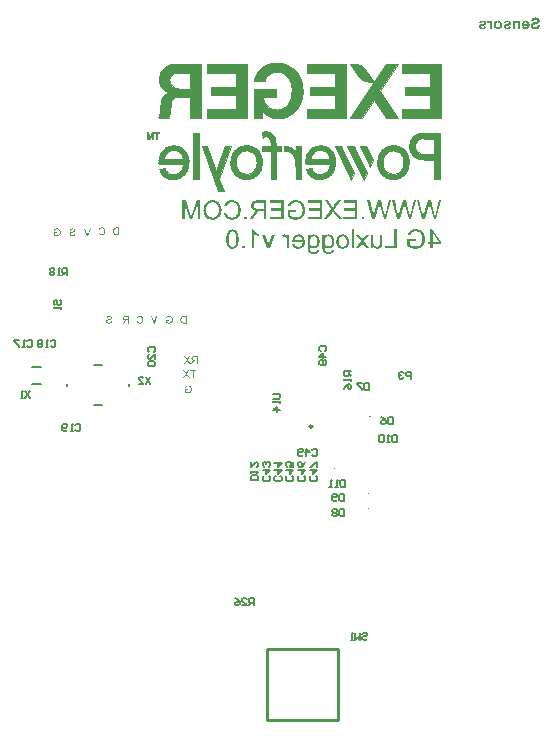
<source format=gbr>
%TF.GenerationSoftware,Altium Limited,Altium Designer,21.2.2 (38)*%
G04 Layer_Color=32896*
%FSLAX45Y45*%
%MOMM*%
%TF.SameCoordinates,EE3A7C27-349B-46B6-A90B-2B7A9072729B*%
%TF.FilePolarity,Positive*%
%TF.FileFunction,Legend,Bot*%
%TF.Part,Single*%
G01*
G75*
%TA.AperFunction,NonConductor*%
%ADD88C,0.00393*%
%ADD89C,0.10000*%
%ADD90C,0.25400*%
%ADD91C,0.20000*%
%ADD92C,0.15000*%
G36*
X2283257Y6405516D02*
Y6405516D01*
X2287644Y6405525D01*
X2296415Y6405262D01*
X2305173Y6404716D01*
X2313909Y6403889D01*
X2318262Y6403335D01*
X2322316Y6402819D01*
X2330382Y6401495D01*
X2338395Y6399884D01*
X2346346Y6397986D01*
X2350284Y6396895D01*
X2361246Y6393911D01*
X2382308Y6385389D01*
X2402213Y6374434D01*
X2420681Y6361199D01*
X2429067Y6353535D01*
X2432639Y6350244D01*
X2439470Y6343340D01*
X2445973Y6336126D01*
X2452136Y6328619D01*
X2455040Y6324726D01*
X2455040Y6324726D01*
X2455040D01*
X2459483Y6318748D01*
X2467572Y6306240D01*
X2474832Y6293233D01*
X2481230Y6279781D01*
X2483985Y6272861D01*
X2485905Y6268061D01*
X2489356Y6258315D01*
X2492415Y6248439D01*
X2495077Y6238448D01*
X2496207Y6233403D01*
X2497983Y6225408D01*
X2500645Y6209246D01*
X2502408Y6192961D01*
X2503267Y6176604D01*
X2503242Y6168414D01*
X2503242D01*
X2503248Y6163423D01*
X2502937Y6153446D01*
X2502301Y6143486D01*
X2501342Y6133550D01*
X2500701Y6128601D01*
X2500701D01*
X2499811Y6121644D01*
X2497300Y6107842D01*
X2494065Y6094192D01*
X2490116Y6080731D01*
X2487789Y6074113D01*
X2484227Y6063872D01*
X2475144Y6044179D01*
X2464190Y6025463D01*
X2451468Y6007901D01*
X2444284Y5999780D01*
X2437233Y5991974D01*
X2421527Y5977980D01*
X2404398Y5965768D01*
X2386048Y5955482D01*
X2376370Y5951362D01*
Y5951361D01*
X2372283Y5949623D01*
X2363968Y5946498D01*
X2355528Y5943730D01*
X2346978Y5941323D01*
X2342655Y5940303D01*
X2342655Y5940302D01*
X2335593Y5938659D01*
X2321301Y5936203D01*
X2306890Y5934586D01*
X2292409Y5933813D01*
X2285159Y5933850D01*
Y5933850D01*
X2283179Y5933847D01*
X2279220Y5933916D01*
X2275263Y5934057D01*
X2271309Y5934272D01*
X2267434Y5934555D01*
X2263639Y5934914D01*
X2259853Y5935354D01*
X2256078Y5935876D01*
X2254196Y5936178D01*
X2245155Y5937471D01*
X2227629Y5942615D01*
X2211018Y5950211D01*
X2195662Y5960101D01*
X2188770Y5966093D01*
X2188770Y5966092D01*
X2187316Y5967369D01*
X2184481Y5970002D01*
X2181721Y5972715D01*
X2179040Y5975505D01*
X2177739Y5976937D01*
X2174905Y5980087D01*
X2169559Y5986661D01*
X2164547Y5993494D01*
X2159884Y6000569D01*
X2157732Y6004219D01*
X2156464D01*
X2153294Y5943360D01*
X2084193D01*
Y6188541D01*
X2275015D01*
Y6117535D01*
X2165973D01*
Y6115005D01*
X2165973Y6115005D01*
X2165973Y6115004D01*
X2165996Y6113099D01*
X2166164Y6109293D01*
X2166492Y6105497D01*
X2166981Y6101718D01*
X2167286Y6099838D01*
X2167285Y6099838D01*
X2168523Y6093913D01*
X2171996Y6082323D01*
X2176762Y6071201D01*
X2182757Y6060691D01*
X2186193Y6055708D01*
X2195108Y6044956D01*
X2216457Y6027017D01*
X2241451Y6014656D01*
X2268666Y6008579D01*
X2282622Y6008020D01*
X2293344Y6008352D01*
X2314452Y6012054D01*
X2334480Y6019675D01*
X2352709Y6030943D01*
X2360939Y6037822D01*
X2360940Y6037822D01*
Y6037822D01*
X2362874Y6039645D01*
X2366623Y6043414D01*
X2370207Y6047340D01*
X2373620Y6051416D01*
X2375260Y6053508D01*
X2375260Y6053507D01*
X2375260Y6053508D01*
X2376914Y6055710D01*
X2380091Y6060209D01*
X2383089Y6064829D01*
X2385904Y6069563D01*
X2387242Y6071970D01*
X2387242D01*
X2387242Y6071971D01*
X2388594Y6074516D01*
X2391162Y6079677D01*
X2393545Y6084926D01*
X2395740Y6090257D01*
X2396765Y6092950D01*
X2396766D01*
X2396765Y6092951D01*
X2397797Y6095804D01*
X2399722Y6101559D01*
X2401461Y6107372D01*
X2403011Y6113239D01*
X2403687Y6116075D01*
X2403715Y6116191D01*
X2403739Y6116308D01*
X2405074Y6122629D01*
X2407242Y6135609D01*
X2408670Y6148691D01*
X2409353Y6161833D01*
X2409415Y6168414D01*
X2409398Y6171717D01*
X2409243Y6178321D01*
X2408924Y6184920D01*
X2408442Y6191509D01*
X2408140Y6194799D01*
X2407812Y6197936D01*
X2407026Y6204196D01*
X2406069Y6210432D01*
X2404941Y6216639D01*
X2404313Y6219730D01*
X2403672Y6222666D01*
X2402256Y6228508D01*
X2400659Y6234303D01*
X2398883Y6240046D01*
X2397929Y6242896D01*
X2397930Y6242897D01*
X2397929Y6242897D01*
X2396975Y6245599D01*
X2394925Y6250951D01*
X2392687Y6256227D01*
X2390265Y6261421D01*
X2388986Y6263986D01*
X2388987D01*
X2388986Y6263986D01*
X2387714Y6266421D01*
X2385024Y6271212D01*
X2382144Y6275892D01*
X2379079Y6280452D01*
X2377479Y6282686D01*
X2377479D01*
X2372576Y6289011D01*
X2361466Y6300518D01*
X2348816Y6310307D01*
X2334890Y6318175D01*
X2327537Y6321335D01*
X2321971Y6323274D01*
X2310601Y6326373D01*
X2298994Y6328410D01*
X2287248Y6329368D01*
X2281354Y6329439D01*
X2279255Y6329428D01*
X2275059Y6329315D01*
X2270868Y6329082D01*
X2266685Y6328729D01*
X2264598Y6328508D01*
X2262670Y6328274D01*
X2258828Y6327716D01*
X2255006Y6327036D01*
X2251206Y6326237D01*
X2249317Y6325793D01*
Y6325792D01*
X2241241Y6323606D01*
X2225859Y6317061D01*
X2211934Y6307815D01*
X2199933Y6296179D01*
X2194783Y6289584D01*
X2192114Y6285498D01*
X2187378Y6276965D01*
X2183482Y6268017D01*
X2180460Y6258738D01*
X2179287Y6254000D01*
X2089362D01*
X2089279Y6254097D01*
X2089796Y6257269D01*
X2091067Y6263769D01*
X2092542Y6270227D01*
X2094219Y6276634D01*
X2095158Y6279810D01*
X2095158Y6279810D01*
X2095158Y6279811D01*
X2099388Y6295059D01*
X2113471Y6323402D01*
X2132668Y6348565D01*
X2156284Y6369636D01*
X2169873Y6377744D01*
X2172746Y6379443D01*
X2178616Y6382623D01*
X2184600Y6385581D01*
X2190691Y6388313D01*
X2193786Y6389563D01*
X2193786Y6389563D01*
X2193786Y6389563D01*
X2197064Y6390887D01*
X2203708Y6393303D01*
X2210433Y6395484D01*
X2217231Y6397427D01*
X2220662Y6398279D01*
Y6398279D01*
X2228338Y6400138D01*
X2243891Y6402910D01*
X2259583Y6404725D01*
X2275358Y6405574D01*
X2283257Y6405516D01*
D02*
G37*
G36*
X2984930Y6390930D02*
X3005634Y6379850D01*
X3023021Y6364066D01*
X3029534Y6354296D01*
X3029535D01*
X3101959Y6245659D01*
X3101899Y6245547D01*
X3052198D01*
X3040456Y6245547D01*
X3017678Y6251259D01*
X2996974Y6262340D01*
X2979586Y6278124D01*
X2900649Y6396530D01*
X2900709Y6396642D01*
X2962152D01*
X2984930Y6390930D01*
D02*
G37*
G36*
X3670000Y5943358D02*
X3336536D01*
Y6020066D01*
X3578076D01*
Y6131962D01*
X3366333D01*
Y6207401D01*
X3578076D01*
Y6319296D01*
X3336536D01*
Y6396642D01*
X3670000D01*
Y5943358D01*
D02*
G37*
G36*
X3303419Y6396530D02*
X3152399Y6170000D01*
X3303419Y5943470D01*
X3303359Y5943358D01*
X3202764D01*
X3102034Y6094452D01*
X3001304Y5943358D01*
X2900709D01*
X2900649Y5943470D01*
X3102034Y6245547D01*
Y6245547D01*
X3202764Y6396642D01*
X3303359D01*
X3303419Y6396530D01*
D02*
G37*
G36*
X2867533Y5943358D02*
X2534069D01*
Y6020066D01*
X2775608D01*
Y6131962D01*
X2563865D01*
Y6207401D01*
X2775608D01*
Y6319296D01*
X2534069D01*
Y6396642D01*
X2867533D01*
Y5943358D01*
D02*
G37*
G36*
X2023274D02*
X1689809D01*
Y6020066D01*
X1931349D01*
Y6131962D01*
X1719606D01*
Y6207401D01*
X1931349D01*
Y6319296D01*
X1689809D01*
Y6396642D01*
X2023274D01*
Y5943358D01*
D02*
G37*
G36*
X1430521Y6396642D02*
X1638460D01*
Y5943358D01*
X1546535D01*
Y6117535D01*
X1454274D01*
X1451125Y6117517D01*
X1444837Y6117176D01*
X1438583Y6116429D01*
X1432391Y6115279D01*
X1429449Y6114584D01*
X1429327Y6114555D01*
X1429326D01*
Y6114554D01*
X1427988Y6114189D01*
X1425334Y6113376D01*
X1422715Y6112456D01*
X1420135Y6111432D01*
X1418861Y6110881D01*
X1417674Y6110336D01*
X1415338Y6109167D01*
X1413058Y6107894D01*
X1410837Y6106520D01*
X1409751Y6105795D01*
X1406681Y6103516D01*
X1401064Y6098337D01*
X1396235Y6092416D01*
X1392290Y6085872D01*
X1390675Y6082408D01*
X1390139Y6081141D01*
X1389145Y6078578D01*
X1388252Y6075976D01*
X1387464Y6073342D01*
X1387109Y6072014D01*
X1386753Y6070577D01*
X1386116Y6067685D01*
X1385579Y6064774D01*
X1385141Y6061846D01*
X1384960Y6060377D01*
X1384960Y6060377D01*
X1384960Y6060376D01*
X1384789Y6058777D01*
X1384515Y6055570D01*
X1384336Y6052357D01*
X1384249Y6049140D01*
X1384242Y6047530D01*
X1384252Y6043993D01*
X1384182Y6036919D01*
X1384023Y6029846D01*
X1383774Y6022776D01*
X1383605Y6019243D01*
X1383604D01*
X1383598Y6019118D01*
X1383528Y6017716D01*
X1383347Y6014665D01*
X1383139Y6011615D01*
X1382903Y6008567D01*
X1382771Y6007045D01*
X1382771Y6007045D01*
X1382772Y6007044D01*
X1382652Y6005653D01*
X1382380Y6002872D01*
X1382078Y6000094D01*
X1381745Y5997320D01*
X1381564Y5995935D01*
X1381563Y5995935D01*
X1381564Y5995934D01*
X1381396Y5994658D01*
X1381027Y5992107D01*
X1380625Y5989563D01*
X1380190Y5987023D01*
X1379956Y5985757D01*
X1379956Y5985756D01*
X1379956Y5985756D01*
X1379737Y5984574D01*
X1379264Y5982215D01*
X1378756Y5979864D01*
X1378213Y5977521D01*
X1377924Y5976354D01*
X1377924Y5976353D01*
X1377924Y5976353D01*
X1377650Y5975245D01*
X1377065Y5973039D01*
X1376445Y5970842D01*
X1375789Y5968656D01*
X1375444Y5967569D01*
X1375444D01*
X1375444Y5967568D01*
X1374439Y5964427D01*
X1372132Y5958247D01*
X1369534Y5952184D01*
X1366651Y5946252D01*
X1365129Y5943466D01*
X1365069Y5943358D01*
X1365069Y5943358D01*
X1365069Y5943358D01*
X1280669D01*
X1280019Y5945308D01*
X1281414Y5948496D01*
X1284078Y5954926D01*
X1286571Y5961424D01*
X1288891Y5967987D01*
X1289985Y5971290D01*
X1289986Y5971290D01*
X1290436Y5972721D01*
X1291303Y5975594D01*
X1292123Y5978480D01*
X1292896Y5981379D01*
X1293265Y5982833D01*
X1294203Y5986854D01*
X1295799Y5994958D01*
X1297013Y6003126D01*
X1297845Y6011343D01*
X1298117Y6015463D01*
X1298198Y6016871D01*
X1298340Y6019686D01*
X1298457Y6022502D01*
X1298547Y6025320D01*
X1298582Y6026729D01*
X1298582D01*
X1298614Y6028227D01*
X1298665Y6031223D01*
X1298701Y6034220D01*
X1298721Y6037217D01*
X1298725Y6038715D01*
X1298726Y6040343D01*
X1298726Y6043599D01*
X1298719Y6046855D01*
X1298707Y6050111D01*
X1298698Y6051739D01*
X1298699Y6051739D01*
X1298699D01*
X1298656Y6066117D01*
X1298630Y6069465D01*
X1299036Y6076150D01*
X1299897Y6082791D01*
X1301210Y6089357D01*
X1302089Y6092588D01*
X1302875Y6095439D01*
X1304876Y6101004D01*
X1307294Y6106401D01*
X1310116Y6111598D01*
X1311721Y6114082D01*
X1314037Y6117607D01*
X1319393Y6124124D01*
X1325412Y6130034D01*
X1332025Y6135271D01*
X1335591Y6137523D01*
X1335591D01*
X1336794Y6138295D01*
X1339245Y6139766D01*
X1341739Y6141165D01*
X1344273Y6142488D01*
X1345559Y6143111D01*
X1346873Y6143749D01*
X1349534Y6144953D01*
X1352227Y6146085D01*
X1354949Y6147145D01*
X1356323Y6147638D01*
X1356323Y6147639D01*
X1357731Y6148144D01*
X1360569Y6149087D01*
X1363429Y6149961D01*
X1366309Y6150766D01*
X1367758Y6151134D01*
Y6151134D01*
X1367759D01*
X1367758Y6153034D01*
X1363676Y6154114D01*
X1355682Y6156835D01*
X1347896Y6160102D01*
X1340354Y6163902D01*
X1336724Y6166058D01*
Y6166058D01*
X1328720Y6170880D01*
X1314708Y6183248D01*
X1303151Y6197937D01*
X1294427Y6214466D01*
X1291624Y6223380D01*
X1291624Y6223381D01*
X1291034Y6225168D01*
X1289958Y6228774D01*
X1288988Y6232411D01*
X1288125Y6236075D01*
X1287746Y6237918D01*
X1287747Y6237918D01*
X1287747D01*
X1287360Y6239804D01*
X1286687Y6243594D01*
X1286115Y6247401D01*
X1285644Y6251222D01*
X1285270Y6255102D01*
X1284987Y6259037D01*
X1284799Y6262977D01*
X1284707Y6266921D01*
X1284709Y6268894D01*
X1284615Y6276823D01*
X1286428Y6292577D01*
X1290214Y6307977D01*
X1295911Y6322777D01*
X1299669Y6329759D01*
X1303375Y6336442D01*
X1312437Y6348751D01*
X1323000Y6359798D01*
X1334890Y6369402D01*
X1341401Y6373403D01*
X1343681Y6374823D01*
X1348347Y6377485D01*
X1353113Y6379964D01*
X1357972Y6382256D01*
X1360444Y6383307D01*
Y6383308D01*
X1363038Y6384410D01*
X1368303Y6386427D01*
X1373638Y6388252D01*
X1379035Y6389882D01*
X1381762Y6390599D01*
X1381762Y6390599D01*
X1384647Y6391358D01*
X1390465Y6392680D01*
X1396324Y6393807D01*
X1402218Y6394737D01*
X1408331Y6395491D01*
X1414656Y6396073D01*
X1420996Y6396459D01*
X1427345Y6396647D01*
X1430521Y6396642D01*
D02*
G37*
G36*
X2203642Y5823635D02*
X2210425Y5822564D01*
X2217097Y5820936D01*
X2220354Y5819849D01*
X2226420Y5817771D01*
X2237594Y5811478D01*
X2247437Y5803259D01*
X2255622Y5793387D01*
X2258749Y5787789D01*
X2258749Y5787789D01*
X2259609Y5786297D01*
X2261213Y5783248D01*
X2262698Y5780140D01*
X2264063Y5776977D01*
X2264683Y5775370D01*
X2264683D01*
X2264684Y5775369D01*
X2265345Y5773659D01*
X2266548Y5770192D01*
X2267631Y5766687D01*
X2268592Y5763146D01*
X2269461Y5759443D01*
X2270242Y5755584D01*
X2270905Y5751702D01*
X2271448Y5747802D01*
X2271659Y5745844D01*
X2271887Y5743735D01*
X2272228Y5739507D01*
X2272452Y5735270D01*
X2272561Y5731030D01*
X2272558Y5728909D01*
Y5703664D01*
X2317807D01*
Y5660352D01*
X2272558D01*
Y5422226D01*
X2226236D01*
Y5660352D01*
X2158359D01*
Y5703664D01*
X2226236D01*
Y5732799D01*
X2226220Y5734862D01*
X2226011Y5738983D01*
X2225569Y5743086D01*
X2224894Y5747157D01*
X2224470Y5749176D01*
X2224253Y5750081D01*
X2223776Y5751879D01*
X2223239Y5753661D01*
X2222643Y5755423D01*
X2222323Y5756296D01*
X2222323Y5756297D01*
X2222009Y5757112D01*
X2221334Y5758724D01*
X2220600Y5760310D01*
X2219808Y5761867D01*
X2219391Y5762635D01*
X2218980Y5763355D01*
X2218116Y5764769D01*
X2217196Y5766147D01*
X2216220Y5767486D01*
X2215711Y5768140D01*
Y5768141D01*
X2214706Y5769358D01*
X2212535Y5771651D01*
X2210165Y5773738D01*
X2207616Y5775601D01*
X2206281Y5776445D01*
X2204890Y5777226D01*
X2202008Y5778591D01*
X2199012Y5779685D01*
X2195928Y5780497D01*
X2194361Y5780795D01*
X2193519Y5780928D01*
X2191827Y5781141D01*
X2190127Y5781282D01*
X2188423Y5781351D01*
X2187571Y5781358D01*
X2187571Y5781359D01*
X2187571Y5781358D01*
X2184032Y5781269D01*
X2176990Y5780572D01*
X2170049Y5779190D01*
X2163276Y5777138D01*
X2160083Y5775908D01*
X2159974Y5775866D01*
X2159865Y5775821D01*
X2159050Y5775487D01*
X2158942Y5775555D01*
X2156748Y5819455D01*
X2157359Y5819640D01*
X2158526Y5819988D01*
X2160876Y5820620D01*
X2163244Y5821190D01*
X2165625Y5821694D01*
X2166822Y5821915D01*
X2167688Y5822075D01*
X2169425Y5822371D01*
X2171166Y5822639D01*
X2172911Y5822882D01*
X2174715Y5823104D01*
X2176580Y5823309D01*
X2178446Y5823488D01*
X2180315Y5823643D01*
X2181251Y5823708D01*
X2181251Y5823708D01*
X2182244Y5823777D01*
X2184231Y5823891D01*
X2186220Y5823980D01*
X2188209Y5824047D01*
X2189204Y5824068D01*
X2189205Y5824068D01*
X2189724Y5824080D01*
X2190762Y5824096D01*
X2191801Y5824108D01*
X2192840Y5824113D01*
X2193359Y5824113D01*
X2196793Y5824143D01*
X2203642Y5823635D01*
D02*
G37*
G36*
X1231910Y5767104D02*
X1223188D01*
Y5806530D01*
X1207581Y5767104D01*
X1200467D01*
X1184854Y5806527D01*
Y5767104D01*
X1176292D01*
Y5824138D01*
X1186769D01*
X1204097Y5780813D01*
X1221277Y5824138D01*
X1231910D01*
Y5767104D01*
D02*
G37*
G36*
X1280519Y5815759D02*
X1263903D01*
Y5767104D01*
X1254713D01*
Y5815759D01*
X1237942D01*
Y5824138D01*
X1280519D01*
Y5815759D01*
D02*
G37*
G36*
X2024347Y5708107D02*
X2024474Y5708105D01*
X2024474Y5708105D01*
X2024474Y5708106D01*
X2035394Y5708273D01*
X2056990Y5704993D01*
X2077747Y5698190D01*
X2097095Y5688050D01*
X2114501Y5674852D01*
X2129486Y5658959D01*
X2141640Y5640809D01*
X2150627Y5620900D01*
X2153382Y5610462D01*
X2153414Y5610340D01*
Y5610339D01*
X2153414D01*
X2155068Y5604569D01*
X2157552Y5592821D01*
X2159197Y5580928D01*
X2159994Y5568947D01*
X2159968Y5562944D01*
X2159968Y5562944D01*
X2159968Y5562943D01*
X2160053Y5554122D01*
X2158309Y5536565D01*
X2154670Y5519300D01*
X2149179Y5502532D01*
X2145540Y5494496D01*
X2143286Y5489598D01*
X2138017Y5480190D01*
X2132020Y5471229D01*
X2125331Y5462772D01*
X2121663Y5458821D01*
X2112322Y5448902D01*
X2089949Y5433349D01*
X2064846Y5422749D01*
X2038096Y5417560D01*
X2024474Y5417783D01*
X2024474Y5417783D01*
X2024473Y5417783D01*
X2012046Y5417651D01*
X1987567Y5421978D01*
X1964308Y5430749D01*
X1943066Y5443660D01*
X1924573Y5460270D01*
X1909462Y5480008D01*
X1898252Y5502194D01*
X1891330Y5526069D01*
X1890131Y5538440D01*
X1890131D01*
X1889708Y5541484D01*
X1889074Y5547597D01*
X1888654Y5553728D01*
X1888447Y5559871D01*
X1888450Y5562944D01*
X1888365Y5571767D01*
X1890118Y5589328D01*
X1893771Y5606594D01*
X1899283Y5623359D01*
X1902935Y5631392D01*
X1905199Y5636292D01*
X1910490Y5645703D01*
X1916511Y5654664D01*
X1923224Y5663119D01*
X1926905Y5667066D01*
X1926906Y5667066D01*
Y5667067D01*
X1936300Y5676993D01*
X1958774Y5692552D01*
X1983970Y5703151D01*
X2010808Y5708333D01*
X2024347Y5708107D01*
D02*
G37*
G36*
X3094839Y5582616D02*
X3067303Y5526609D01*
X3067176D01*
X2980244Y5703576D01*
X2980312Y5703684D01*
X3035336D01*
X3094839Y5582616D01*
D02*
G37*
G36*
X1894611Y5703560D02*
X1790679Y5426948D01*
X1790924Y5426283D01*
X1829359Y5321303D01*
X1829286Y5321199D01*
X1781913D01*
X1642430Y5703560D01*
X1642503Y5703664D01*
X1689877D01*
X1767199Y5490910D01*
X1844526Y5703664D01*
X1894539D01*
X1894611Y5703560D01*
D02*
G37*
G36*
X1408174Y5708106D02*
X1416182Y5708191D01*
X1432091Y5706337D01*
X1447639Y5702491D01*
X1462577Y5696713D01*
X1469622Y5692905D01*
Y5692904D01*
X1469622Y5692905D01*
X1476360Y5689166D01*
X1488786Y5680048D01*
X1499962Y5669436D01*
X1509711Y5657499D01*
X1513793Y5650964D01*
X1513793D01*
X1516709Y5646313D01*
X1521829Y5636601D01*
X1526205Y5626533D01*
X1529816Y5616166D01*
X1531227Y5610861D01*
X1531995Y5608019D01*
X1533336Y5602285D01*
X1534479Y5596509D01*
X1535424Y5590698D01*
X1535797Y5587777D01*
X1536191Y5584690D01*
X1536782Y5578492D01*
X1537173Y5572279D01*
X1537365Y5566056D01*
X1537361Y5563063D01*
X1537360Y5562944D01*
X1537360Y5562944D01*
X1537360Y5562943D01*
X1537361Y5562943D01*
X1537447Y5554142D01*
X1535776Y5536617D01*
X1532281Y5519363D01*
X1526998Y5502570D01*
X1523492Y5494496D01*
X1521342Y5489622D01*
X1516294Y5480240D01*
X1510530Y5471281D01*
X1504085Y5462799D01*
X1500622Y5458912D01*
X1500542Y5458822D01*
X1500541Y5458821D01*
X1500541Y5458821D01*
X1491739Y5448985D01*
X1470366Y5433487D01*
X1446195Y5422869D01*
X1420324Y5417612D01*
X1407124Y5417783D01*
Y5417783D01*
X1402745Y5417762D01*
X1393997Y5418219D01*
X1385289Y5419172D01*
X1376650Y5420619D01*
X1372378Y5421587D01*
X1370390Y5422045D01*
X1366444Y5423087D01*
X1362534Y5424253D01*
X1358662Y5425541D01*
X1356748Y5426247D01*
Y5426247D01*
X1353100Y5427580D01*
X1346006Y5430743D01*
X1339146Y5434386D01*
X1332553Y5438492D01*
X1329406Y5440766D01*
X1321576Y5446543D01*
X1308226Y5460701D01*
X1297613Y5477011D01*
X1290077Y5494952D01*
X1287967Y5504450D01*
X1287968Y5504451D01*
X1287968D01*
X1287766Y5505284D01*
X1331331Y5516199D01*
X1331439Y5516132D01*
X1331602Y5515408D01*
X1332188Y5512950D01*
X1333610Y5508101D01*
X1335362Y5503361D01*
X1337436Y5498753D01*
X1338591Y5496506D01*
X1341707Y5491370D01*
X1349305Y5482080D01*
X1358495Y5474362D01*
X1368960Y5468486D01*
X1374557Y5466305D01*
X1374557Y5466305D01*
X1375789Y5465877D01*
X1378273Y5465081D01*
X1380781Y5464362D01*
X1383310Y5463722D01*
X1384582Y5463432D01*
X1385929Y5463146D01*
X1388634Y5462632D01*
X1391353Y5462195D01*
X1394083Y5461836D01*
X1395452Y5461686D01*
X1396907Y5461547D01*
X1399821Y5461324D01*
X1402741Y5461177D01*
X1405663Y5461105D01*
X1407124Y5461098D01*
X1412051Y5461195D01*
X1421838Y5462301D01*
X1431415Y5464603D01*
X1440636Y5468068D01*
X1445068Y5470220D01*
X1449214Y5472628D01*
X1457025Y5478184D01*
X1464097Y5484654D01*
X1470323Y5491942D01*
X1473089Y5495858D01*
X1474022Y5497274D01*
X1475809Y5500155D01*
X1477490Y5503100D01*
X1479063Y5506103D01*
X1479808Y5507626D01*
X1480563Y5509238D01*
X1481989Y5512499D01*
X1483305Y5515806D01*
X1484509Y5519156D01*
X1485068Y5520845D01*
X1485631Y5522640D01*
X1486672Y5526255D01*
X1487600Y5529901D01*
X1488415Y5533573D01*
X1488780Y5535419D01*
X1489138Y5537383D01*
X1489769Y5541327D01*
X1490288Y5545287D01*
X1490693Y5549261D01*
X1490854Y5551251D01*
X1490854D01*
X1491001Y5553220D01*
X1281710D01*
X1281631Y5553969D01*
X1281586Y5554399D01*
X1281504Y5555259D01*
X1281427Y5556120D01*
X1281357Y5556982D01*
X1281324Y5557413D01*
X1281177Y5559471D01*
X1281037Y5561690D01*
X1280967Y5562880D01*
X1280847Y5565262D01*
X1280745Y5567645D01*
X1280664Y5570028D01*
X1280633Y5571221D01*
X1280633Y5571221D01*
X1280588Y5573529D01*
X1280572Y5575712D01*
X1280496Y5583774D01*
X1282144Y5599813D01*
X1285573Y5615567D01*
X1290740Y5630840D01*
X1294160Y5638140D01*
X1294160D01*
X1294160Y5638141D01*
X1297971Y5646134D01*
X1307807Y5660864D01*
X1319653Y5674031D01*
X1333265Y5685364D01*
X1348361Y5694627D01*
X1364629Y5701631D01*
X1381734Y5706230D01*
X1399321Y5708328D01*
X1408174Y5708106D01*
D02*
G37*
G36*
X2650092D02*
X2658099Y5708190D01*
X2674008Y5706337D01*
X2689555Y5702490D01*
X2704493Y5696713D01*
X2711538Y5692904D01*
X2718276Y5689166D01*
X2730701Y5680048D01*
X2741877Y5669436D01*
X2751625Y5657499D01*
X2755707Y5650964D01*
X2758623Y5646313D01*
X2763742Y5636601D01*
X2768119Y5626533D01*
X2771729Y5616165D01*
X2773140Y5610861D01*
X2773908Y5608019D01*
X2775248Y5602285D01*
X2776392Y5596509D01*
X2777337Y5590697D01*
X2777710Y5587777D01*
X2777710D01*
X2778104Y5584690D01*
X2778694Y5578492D01*
X2779086Y5572279D01*
X2779277Y5566056D01*
X2779274Y5563063D01*
X2779273Y5562944D01*
X2779273Y5562944D01*
X2779273Y5562943D01*
X2779273Y5562943D01*
X2779360Y5554142D01*
X2777689Y5536617D01*
X2774193Y5519363D01*
X2768911Y5502570D01*
X2765405Y5494496D01*
X2763255Y5489622D01*
X2758207Y5480240D01*
X2752443Y5471281D01*
X2745998Y5462799D01*
X2742535Y5458912D01*
X2742455Y5458822D01*
X2742454Y5458821D01*
X2742454Y5458821D01*
X2733652Y5448985D01*
X2712279Y5433487D01*
X2688108Y5422869D01*
X2662236Y5417612D01*
X2649037Y5417783D01*
Y5417783D01*
X2644657Y5417762D01*
X2635909Y5418219D01*
X2627202Y5419172D01*
X2618562Y5420619D01*
X2614291Y5421587D01*
X2612302Y5422045D01*
X2608357Y5423087D01*
X2604446Y5424253D01*
X2600574Y5425541D01*
X2598660Y5426247D01*
Y5426247D01*
X2595013Y5427580D01*
X2587919Y5430743D01*
X2581059Y5434386D01*
X2574466Y5438492D01*
X2571318Y5440766D01*
X2571319Y5440767D01*
X2571318Y5440766D01*
X2563488Y5446543D01*
X2550138Y5460701D01*
X2539526Y5477011D01*
X2531989Y5494952D01*
X2529880Y5504450D01*
X2529881Y5504451D01*
X2529880D01*
X2529679Y5505284D01*
X2573249Y5516202D01*
X2573357Y5516136D01*
X2573520Y5515408D01*
X2574105Y5512950D01*
X2575526Y5508101D01*
X2577278Y5503361D01*
X2579351Y5498753D01*
X2580506Y5496506D01*
X2583621Y5491370D01*
X2591218Y5482079D01*
X2600408Y5474362D01*
X2610872Y5468486D01*
X2616468Y5466305D01*
X2617701Y5465877D01*
X2620185Y5465081D01*
X2622692Y5464362D01*
X2625222Y5463722D01*
X2626493Y5463432D01*
Y5463432D01*
X2626494Y5463432D01*
X2627840Y5463146D01*
X2630546Y5462632D01*
X2633265Y5462195D01*
X2635995Y5461836D01*
X2637364Y5461686D01*
X2638819Y5461546D01*
X2641733Y5461324D01*
X2644653Y5461176D01*
X2647575Y5461105D01*
X2649037Y5461097D01*
X2653963Y5461195D01*
X2663751Y5462301D01*
X2673327Y5464603D01*
X2682548Y5468068D01*
X2686980Y5470220D01*
X2691126Y5472628D01*
X2698937Y5478184D01*
X2706009Y5484654D01*
X2712235Y5491942D01*
X2715002Y5495858D01*
X2715934Y5497274D01*
X2717721Y5500155D01*
X2719402Y5503100D01*
X2720976Y5506104D01*
X2721721Y5507626D01*
X2722475Y5509238D01*
X2723902Y5512499D01*
X2725218Y5515806D01*
X2726422Y5519156D01*
X2726981Y5520845D01*
X2726982Y5520845D01*
X2727544Y5522640D01*
X2728585Y5526255D01*
X2729513Y5529901D01*
X2730329Y5533573D01*
X2730693Y5535419D01*
X2731051Y5537383D01*
X2731683Y5541327D01*
X2732202Y5545287D01*
X2732607Y5549261D01*
X2732767Y5551251D01*
X2732767D01*
X2732915Y5553220D01*
X2523623D01*
X2523544Y5553969D01*
X2523499Y5554399D01*
X2523417Y5555260D01*
X2523341Y5556122D01*
X2523270Y5556984D01*
X2523238Y5557416D01*
X2523238Y5557416D01*
X2523091Y5559475D01*
X2522952Y5561695D01*
X2522882Y5562885D01*
X2522762Y5565266D01*
X2522661Y5567649D01*
X2522580Y5570032D01*
X2522549Y5571224D01*
X2522504Y5573531D01*
X2522489Y5575713D01*
X2522412Y5583774D01*
X2524061Y5599813D01*
X2527490Y5615567D01*
X2532657Y5630840D01*
X2536077Y5638140D01*
X2539888Y5646134D01*
X2549724Y5660864D01*
X2561570Y5674031D01*
X2575182Y5685364D01*
X2590278Y5694627D01*
X2606547Y5701631D01*
X2623651Y5706230D01*
X2641239Y5708328D01*
X2650092Y5708106D01*
D02*
G37*
G36*
X3522467Y5812460D02*
Y5812460D01*
X3663228D01*
Y5422226D01*
X3613751D01*
Y5585417D01*
X3522467Y5585417D01*
X3517405Y5585381D01*
X3507301Y5585997D01*
X3497261Y5587298D01*
X3487333Y5589278D01*
X3482448Y5590603D01*
X3482448Y5590603D01*
X3482448Y5590603D01*
X3480217Y5591221D01*
X3475804Y5592629D01*
X3471450Y5594206D01*
X3467160Y5595950D01*
X3465050Y5596904D01*
X3461054Y5598697D01*
X3453394Y5602945D01*
X3446120Y5607824D01*
X3439283Y5613300D01*
X3436109Y5616317D01*
X3436109Y5616317D01*
X3436109D01*
X3431387Y5620874D01*
X3423195Y5631128D01*
X3416391Y5642351D01*
X3411089Y5654357D01*
X3409232Y5660651D01*
X3408550Y5662901D01*
X3407362Y5667452D01*
X3406350Y5672045D01*
X3405515Y5676673D01*
X3405188Y5679002D01*
X3404840Y5681478D01*
X3404319Y5686451D01*
X3403974Y5691440D01*
X3403807Y5696438D01*
X3403811Y5698938D01*
X3403812Y5698938D01*
X3403776Y5703791D01*
X3404422Y5713477D01*
X3405783Y5723088D01*
X3407850Y5732573D01*
X3409232Y5737226D01*
X3409882Y5739370D01*
X3411357Y5743601D01*
X3413006Y5747768D01*
X3414825Y5751863D01*
X3415818Y5753871D01*
X3420785Y5763742D01*
X3434694Y5780918D01*
X3451940Y5794740D01*
X3471732Y5804575D01*
X3482448Y5807274D01*
X3482448Y5807274D01*
X3484808Y5807927D01*
X3489570Y5809066D01*
X3494370Y5810034D01*
X3499201Y5810831D01*
X3501629Y5811143D01*
X3501630Y5811143D01*
X3504220Y5811476D01*
X3509420Y5811975D01*
X3514634Y5812304D01*
X3519855Y5812464D01*
X3522467Y5812460D01*
D02*
G37*
G36*
X2392751Y5697447D02*
X2414458Y5684899D01*
X2432076Y5667060D01*
X2438213Y5656128D01*
X2438214D01*
X2441431Y5650432D01*
Y5703664D01*
X2487747D01*
Y5422226D01*
X2441431D01*
Y5529642D01*
X2441405Y5535297D01*
X2440979Y5546598D01*
X2440058Y5557870D01*
X2438643Y5569091D01*
X2437751Y5574675D01*
X2437304Y5577114D01*
X2436311Y5581973D01*
X2435183Y5586803D01*
X2433922Y5591599D01*
X2433243Y5593984D01*
X2432589Y5596157D01*
X2431176Y5600469D01*
X2429624Y5604733D01*
X2427933Y5608944D01*
X2427086Y5610915D01*
X2427038Y5611028D01*
X2427037D01*
X2426181Y5612927D01*
X2424361Y5616673D01*
X2422399Y5620347D01*
X2420297Y5623944D01*
X2419195Y5625711D01*
Y5625711D01*
X2418139Y5627328D01*
X2415921Y5630491D01*
X2413564Y5633551D01*
X2411073Y5636504D01*
X2409779Y5637938D01*
X2409779Y5637938D01*
X2409778Y5637938D01*
X2408521Y5639265D01*
X2405909Y5641821D01*
X2403172Y5644244D01*
X2400317Y5646527D01*
X2398945Y5647541D01*
X2398848Y5647614D01*
X2398847Y5647614D01*
X2394248Y5650611D01*
X2384411Y5655467D01*
X2373930Y5658710D01*
X2363069Y5660257D01*
X2357581Y5660381D01*
X2337043Y5660362D01*
X2336953Y5660451D01*
Y5703674D01*
X2355963D01*
X2368499Y5703811D01*
X2392751Y5697447D01*
D02*
G37*
G36*
X1617533Y5422226D02*
X1571217D01*
Y5816901D01*
X1617533D01*
Y5422226D01*
D02*
G37*
G36*
X3042481Y5475966D02*
X3014974Y5419996D01*
X3014847D01*
X2875480Y5703575D01*
X2875547Y5703683D01*
X2930569D01*
X3042481Y5475966D01*
D02*
G37*
G36*
X2937157D02*
X2909650Y5419996D01*
X2909523D01*
X2770157Y5703575D01*
X2770224Y5703683D01*
X2825245D01*
X2937157Y5475966D01*
D02*
G37*
G36*
X3267980Y5708106D02*
X3278901Y5708273D01*
X3300497Y5704993D01*
X3321254Y5698190D01*
X3340602Y5688050D01*
X3358008Y5674852D01*
X3372993Y5658959D01*
X3385147Y5640809D01*
X3394134Y5620900D01*
X3396888Y5610462D01*
X3396920Y5610340D01*
Y5610339D01*
X3396921D01*
X3398575Y5604569D01*
X3401058Y5592821D01*
X3402703Y5580928D01*
X3403501Y5568947D01*
X3403475Y5562944D01*
X3403475Y5562944D01*
X3403475Y5562943D01*
X3403560Y5554122D01*
X3401815Y5536565D01*
X3398176Y5519300D01*
X3392685Y5502532D01*
X3389047Y5494496D01*
X3386793Y5489598D01*
X3381524Y5480190D01*
X3375527Y5471229D01*
X3368838Y5462772D01*
X3365169Y5458821D01*
X3355829Y5448902D01*
X3333456Y5433349D01*
X3308353Y5422749D01*
X3281603Y5417560D01*
X3267981Y5417783D01*
X3267981Y5417783D01*
X3267980Y5417783D01*
X3255552Y5417651D01*
X3231075Y5421979D01*
X3207816Y5430749D01*
X3186575Y5443661D01*
X3168082Y5460271D01*
X3152972Y5480008D01*
X3141763Y5502195D01*
X3134841Y5526069D01*
X3133643Y5538440D01*
X3133220Y5541484D01*
X3132586Y5547597D01*
X3132166Y5553728D01*
X3131959Y5559871D01*
X3131962Y5562944D01*
X3131877Y5571767D01*
X3133629Y5589328D01*
X3137283Y5606594D01*
X3142795Y5623359D01*
X3146447Y5631392D01*
X3148710Y5636292D01*
X3154001Y5645702D01*
X3160022Y5654664D01*
X3166735Y5663118D01*
X3170416Y5667067D01*
X3170416D01*
X3179809Y5676993D01*
X3202282Y5692553D01*
X3227478Y5703151D01*
X3254315Y5708333D01*
X3267980Y5708106D01*
D02*
G37*
G36*
X2722861Y4955447D02*
X2727952Y4954521D01*
X2732580Y4953133D01*
X2736513Y4951744D01*
X2739753Y4950356D01*
X2742067Y4948967D01*
X2742992Y4948505D01*
X2743687Y4948042D01*
X2743918Y4947811D01*
X2744149D01*
X2748083Y4944802D01*
X2751554Y4941100D01*
X2754562Y4937629D01*
X2757108Y4934158D01*
X2758959Y4930919D01*
X2760347Y4928373D01*
X2760810Y4927448D01*
X2761273Y4926754D01*
X2761504Y4926291D01*
Y4926059D01*
X2763587Y4920737D01*
X2764975Y4915415D01*
X2766132Y4910325D01*
X2766826Y4905697D01*
X2767289Y4901532D01*
Y4899912D01*
X2767520Y4898292D01*
Y4897135D01*
Y4896210D01*
Y4895747D01*
Y4895515D01*
X2767289Y4891119D01*
X2767057Y4886723D01*
X2765438Y4878855D01*
X2764512Y4875153D01*
X2763355Y4871913D01*
X2762198Y4868674D01*
X2761041Y4865897D01*
X2759884Y4863120D01*
X2758727Y4860806D01*
X2757570Y4858955D01*
X2756645Y4857104D01*
X2755719Y4855947D01*
X2755025Y4854790D01*
X2754794Y4854327D01*
X2754562Y4854096D01*
X2752017Y4851088D01*
X2749240Y4848542D01*
X2746232Y4846229D01*
X2743224Y4844146D01*
X2739984Y4842526D01*
X2736976Y4841138D01*
X2733968Y4839981D01*
X2730960Y4839055D01*
X2728183Y4838361D01*
X2725638Y4837898D01*
X2723324Y4837436D01*
X2721241Y4837204D01*
X2719622D01*
X2718465Y4836973D01*
X2717308D01*
X2713837Y4837204D01*
X2710366Y4837667D01*
X2707126Y4838361D01*
X2704118Y4839287D01*
X2698796Y4841832D01*
X2693937Y4844609D01*
X2692086Y4845997D01*
X2690235Y4847386D01*
X2688615Y4848774D01*
X2687458Y4849931D01*
X2686532Y4850856D01*
X2685838Y4851551D01*
X2685375Y4852013D01*
X2685144Y4852245D01*
Y4848774D01*
Y4845766D01*
X2685375Y4842758D01*
Y4840212D01*
Y4837898D01*
X2685607Y4835816D01*
Y4833965D01*
X2685838Y4832345D01*
X2686070Y4830031D01*
X2686301Y4828180D01*
X2686532Y4827254D01*
Y4827023D01*
X2687689Y4823552D01*
X2689309Y4820544D01*
X2690929Y4817998D01*
X2692549Y4815685D01*
X2694168Y4814065D01*
X2695557Y4812676D01*
X2696482Y4811982D01*
X2696714Y4811751D01*
X2699722Y4809900D01*
X2703193Y4808511D01*
X2706664Y4807586D01*
X2709903Y4806892D01*
X2713143Y4806429D01*
X2715457Y4806197D01*
X2717771D01*
X2722167Y4806429D01*
X2726332Y4807123D01*
X2729803Y4808049D01*
X2732580Y4809206D01*
X2734894Y4810131D01*
X2736513Y4811057D01*
X2737439Y4811751D01*
X2737902Y4811982D01*
X2739753Y4813602D01*
X2741141Y4815685D01*
X2742298Y4817767D01*
X2743224Y4819850D01*
X2743687Y4821932D01*
X2744149Y4823552D01*
X2744381Y4824478D01*
Y4824940D01*
X2763587Y4827486D01*
Y4824015D01*
X2763124Y4821007D01*
X2762661Y4817998D01*
X2761967Y4815222D01*
X2759884Y4810362D01*
X2757570Y4806429D01*
X2755256Y4803421D01*
X2753405Y4801338D01*
X2751785Y4799950D01*
X2751554Y4799718D01*
X2751323Y4799487D01*
X2746232Y4796247D01*
X2740679Y4793934D01*
X2735125Y4792314D01*
X2729803Y4791157D01*
X2727258Y4790694D01*
X2724944Y4790463D01*
X2723093Y4790231D01*
X2721241D01*
X2719853Y4790000D01*
X2717771D01*
X2711523Y4790231D01*
X2705738Y4791157D01*
X2700647Y4792082D01*
X2696482Y4793471D01*
X2693011Y4794628D01*
X2691623Y4795090D01*
X2690466Y4795785D01*
X2689540Y4796016D01*
X2688846Y4796479D01*
X2688615Y4796710D01*
X2688383D01*
X2684218Y4799256D01*
X2680516Y4802264D01*
X2677508Y4805272D01*
X2674963Y4808049D01*
X2673111Y4810594D01*
X2671955Y4812676D01*
X2671029Y4814065D01*
X2670798Y4814296D01*
Y4814528D01*
X2669872Y4816842D01*
X2668946Y4819387D01*
X2668252Y4822164D01*
X2667558Y4825172D01*
X2666632Y4831651D01*
X2665938Y4837898D01*
X2665707Y4840906D01*
X2665475Y4843683D01*
Y4846229D01*
X2665244Y4848311D01*
Y4850162D01*
Y4851551D01*
Y4852476D01*
Y4852708D01*
Y4953133D01*
X2683293D01*
Y4938786D01*
X2685838Y4941794D01*
X2688615Y4944340D01*
X2691392Y4946654D01*
X2694168Y4948505D01*
X2697176Y4950124D01*
X2699953Y4951513D01*
X2702730Y4952670D01*
X2705275Y4953595D01*
X2707821Y4954290D01*
X2710135Y4954752D01*
X2712217Y4955215D01*
X2713837Y4955447D01*
X2715225Y4955678D01*
X2717308D01*
X2722861Y4955447D01*
D02*
G37*
G36*
X2598371D02*
X2603462Y4954521D01*
X2608090Y4953133D01*
X2612023Y4951744D01*
X2615263Y4950356D01*
X2617577Y4948967D01*
X2618503Y4948505D01*
X2619197Y4948042D01*
X2619428Y4947811D01*
X2619659D01*
X2623593Y4944802D01*
X2627064Y4941100D01*
X2630072Y4937629D01*
X2632618Y4934158D01*
X2634469Y4930919D01*
X2635857Y4928373D01*
X2636320Y4927448D01*
X2636783Y4926754D01*
X2637014Y4926291D01*
Y4926059D01*
X2639097Y4920737D01*
X2640485Y4915415D01*
X2641642Y4910325D01*
X2642336Y4905697D01*
X2642799Y4901532D01*
Y4899912D01*
X2643030Y4898292D01*
Y4897135D01*
Y4896210D01*
Y4895747D01*
Y4895515D01*
X2642799Y4891119D01*
X2642567Y4886723D01*
X2640948Y4878855D01*
X2640022Y4875153D01*
X2638865Y4871913D01*
X2637708Y4868674D01*
X2636551Y4865897D01*
X2635394Y4863120D01*
X2634237Y4860806D01*
X2633080Y4858955D01*
X2632155Y4857104D01*
X2631229Y4855947D01*
X2630535Y4854790D01*
X2630304Y4854327D01*
X2630072Y4854096D01*
X2627527Y4851088D01*
X2624750Y4848542D01*
X2621742Y4846229D01*
X2618734Y4844146D01*
X2615494Y4842526D01*
X2612486Y4841138D01*
X2609478Y4839981D01*
X2606470Y4839055D01*
X2603693Y4838361D01*
X2601148Y4837898D01*
X2598834Y4837436D01*
X2596751Y4837204D01*
X2595132D01*
X2593975Y4836973D01*
X2592818D01*
X2589347Y4837204D01*
X2585876Y4837667D01*
X2582636Y4838361D01*
X2579628Y4839287D01*
X2574306Y4841832D01*
X2569447Y4844609D01*
X2567596Y4845997D01*
X2565745Y4847386D01*
X2564125Y4848774D01*
X2562968Y4849931D01*
X2562042Y4850856D01*
X2561348Y4851551D01*
X2560885Y4852013D01*
X2560654Y4852245D01*
Y4848774D01*
Y4845766D01*
X2560885Y4842758D01*
Y4840212D01*
Y4837898D01*
X2561117Y4835816D01*
Y4833965D01*
X2561348Y4832345D01*
X2561580Y4830031D01*
X2561811Y4828180D01*
X2562042Y4827254D01*
Y4827023D01*
X2563199Y4823552D01*
X2564819Y4820544D01*
X2566439Y4817998D01*
X2568059Y4815685D01*
X2569678Y4814065D01*
X2571067Y4812676D01*
X2571992Y4811982D01*
X2572224Y4811751D01*
X2575232Y4809900D01*
X2578703Y4808511D01*
X2582174Y4807586D01*
X2585413Y4806892D01*
X2588653Y4806429D01*
X2590967Y4806197D01*
X2593281D01*
X2597677Y4806429D01*
X2601842Y4807123D01*
X2605313Y4808049D01*
X2608090Y4809206D01*
X2610404Y4810131D01*
X2612023Y4811057D01*
X2612949Y4811751D01*
X2613412Y4811982D01*
X2615263Y4813602D01*
X2616651Y4815685D01*
X2617808Y4817767D01*
X2618734Y4819850D01*
X2619197Y4821932D01*
X2619659Y4823552D01*
X2619891Y4824478D01*
Y4824940D01*
X2639097Y4827486D01*
Y4824015D01*
X2638634Y4821007D01*
X2638171Y4817998D01*
X2637477Y4815222D01*
X2635394Y4810362D01*
X2633080Y4806429D01*
X2630766Y4803421D01*
X2628915Y4801338D01*
X2627295Y4799950D01*
X2627064Y4799718D01*
X2626833Y4799487D01*
X2621742Y4796247D01*
X2616189Y4793934D01*
X2610635Y4792314D01*
X2605313Y4791157D01*
X2602768Y4790694D01*
X2600454Y4790463D01*
X2598603Y4790231D01*
X2596751D01*
X2595363Y4790000D01*
X2593281D01*
X2587033Y4790231D01*
X2581248Y4791157D01*
X2576157Y4792082D01*
X2571992Y4793471D01*
X2568521Y4794628D01*
X2567133Y4795090D01*
X2565976Y4795785D01*
X2565050Y4796016D01*
X2564356Y4796479D01*
X2564125Y4796710D01*
X2563894D01*
X2559728Y4799256D01*
X2556026Y4802264D01*
X2553018Y4805272D01*
X2550473Y4808049D01*
X2548622Y4810594D01*
X2547465Y4812676D01*
X2546539Y4814065D01*
X2546308Y4814296D01*
Y4814528D01*
X2545382Y4816842D01*
X2544456Y4819387D01*
X2543762Y4822164D01*
X2543068Y4825172D01*
X2542142Y4831651D01*
X2541448Y4837898D01*
X2541217Y4840906D01*
X2540986Y4843683D01*
Y4846229D01*
X2540754Y4848311D01*
Y4850162D01*
Y4851551D01*
Y4852476D01*
Y4852708D01*
Y4953133D01*
X2558803D01*
Y4938786D01*
X2561348Y4941794D01*
X2564125Y4944340D01*
X2566902Y4946654D01*
X2569678Y4948505D01*
X2572686Y4950124D01*
X2575463Y4951513D01*
X2578240Y4952670D01*
X2580785Y4953595D01*
X2583331Y4954290D01*
X2585645Y4954752D01*
X2587727Y4955215D01*
X2589347Y4955447D01*
X2590735Y4955678D01*
X2592818D01*
X2598371Y4955447D01*
D02*
G37*
G36*
X2084214Y4993858D02*
X2086759Y4990156D01*
X2089767Y4986453D01*
X2092544Y4983214D01*
X2095321Y4980437D01*
X2097403Y4978123D01*
X2098329Y4977429D01*
X2099023Y4976735D01*
X2099254Y4976503D01*
X2099486Y4976272D01*
X2104345Y4972338D01*
X2109204Y4968636D01*
X2113832Y4965396D01*
X2118460Y4962851D01*
X2122394Y4960537D01*
X2124014Y4959612D01*
X2125402Y4958917D01*
X2126559Y4958223D01*
X2127484Y4957992D01*
X2127947Y4957529D01*
X2128179D01*
Y4938555D01*
X2124708Y4939943D01*
X2121237Y4941563D01*
X2117766Y4943183D01*
X2114526Y4944802D01*
X2111750Y4946191D01*
X2109436Y4947348D01*
X2108047Y4948273D01*
X2107816Y4948505D01*
X2107585D01*
X2103419Y4951050D01*
X2099717Y4953595D01*
X2096478Y4955909D01*
X2093932Y4957992D01*
X2091618Y4959612D01*
X2090230Y4961000D01*
X2089073Y4961926D01*
X2088842Y4962157D01*
Y4836973D01*
X2069173D01*
Y4997792D01*
X2081900D01*
X2084214Y4993858D01*
D02*
G37*
G36*
X3017194Y4897135D02*
X3059539Y4836973D01*
X3035706D01*
X3004468Y4881401D01*
X2998914Y4872839D01*
X2974849Y4836973D01*
X2950784D01*
X2993129Y4897135D01*
X2953561Y4953133D01*
X2977395D01*
X2997063Y4925597D01*
X3000071Y4921200D01*
X3001460Y4919118D01*
X3002848Y4917035D01*
X3004005Y4915416D01*
X3004930Y4914027D01*
X3005625Y4913102D01*
X3005856Y4912870D01*
X3007013Y4914953D01*
X3008401Y4917035D01*
X3009790Y4919118D01*
X3010947Y4921200D01*
X3012104Y4922820D01*
X3013029Y4924440D01*
X3013723Y4925366D01*
X3013955Y4925597D01*
X3032235Y4953133D01*
X3056300D01*
X3017194Y4897135D01*
D02*
G37*
G36*
X2218191Y4836973D02*
X2199448D01*
X2155252Y4953133D01*
X2175614D01*
X2201299Y4882095D01*
X2202919Y4877467D01*
X2204539Y4873302D01*
X2205696Y4869368D01*
X2206853Y4866360D01*
X2207547Y4863583D01*
X2208241Y4861732D01*
X2208472Y4860575D01*
X2208704Y4860112D01*
X2210092Y4864509D01*
X2211249Y4868905D01*
X2212637Y4872839D01*
X2213794Y4876310D01*
X2214720Y4879318D01*
X2215414Y4881632D01*
X2215646Y4882326D01*
X2215877Y4883020D01*
X2216108Y4883252D01*
Y4883483D01*
X2241099Y4953133D01*
X2261924D01*
X2218191Y4836973D01*
D02*
G37*
G36*
X3462859Y4999412D02*
X3470958Y4998255D01*
X3474660Y4997560D01*
X3478131Y4996635D01*
X3481371Y4995941D01*
X3484379Y4995015D01*
X3487156Y4994090D01*
X3489470Y4993164D01*
X3491552Y4992238D01*
X3493403Y4991544D01*
X3494792Y4990850D01*
X3495717Y4990387D01*
X3496411Y4990156D01*
X3496643Y4989924D01*
X3499882Y4987842D01*
X3503122Y4985759D01*
X3508675Y4980900D01*
X3513535Y4976041D01*
X3517468Y4970950D01*
X3520708Y4966554D01*
X3521865Y4964703D01*
X3522790Y4962851D01*
X3523716Y4961463D01*
X3524179Y4960537D01*
X3524410Y4959843D01*
X3524641Y4959612D01*
X3527881Y4951976D01*
X3530195Y4944340D01*
X3532046Y4936935D01*
X3532509Y4933464D01*
X3533203Y4930225D01*
X3533434Y4927217D01*
X3533897Y4924671D01*
X3534129Y4922126D01*
Y4920043D01*
X3534360Y4918424D01*
Y4917267D01*
Y4916341D01*
Y4916110D01*
X3533897Y4907548D01*
X3532740Y4899449D01*
X3532046Y4895747D01*
X3531352Y4892276D01*
X3530426Y4888805D01*
X3529501Y4885797D01*
X3528575Y4883020D01*
X3527650Y4880707D01*
X3526955Y4878393D01*
X3526261Y4876773D01*
X3525567Y4875153D01*
X3525104Y4874227D01*
X3524641Y4873533D01*
Y4873302D01*
X3520476Y4866591D01*
X3515848Y4860807D01*
X3510989Y4855716D01*
X3506361Y4851551D01*
X3501965Y4848311D01*
X3500345Y4847154D01*
X3498725Y4845997D01*
X3497337Y4845303D01*
X3496411Y4844609D01*
X3495717Y4844378D01*
X3495486Y4844146D01*
X3491783Y4842295D01*
X3488081Y4840907D01*
X3480677Y4838361D01*
X3473503Y4836742D01*
X3466793Y4835353D01*
X3463785Y4835122D01*
X3461008Y4834659D01*
X3458463Y4834428D01*
X3456380D01*
X3454760Y4834196D01*
X3452446D01*
X3445967Y4834428D01*
X3439720Y4835122D01*
X3433935Y4836279D01*
X3428844Y4837436D01*
X3426762Y4837899D01*
X3424679Y4838361D01*
X3422828Y4839056D01*
X3421208Y4839518D01*
X3420051Y4839981D01*
X3419126Y4840213D01*
X3418663Y4840444D01*
X3418432D01*
X3412184Y4842989D01*
X3406399Y4845997D01*
X3400846Y4849237D01*
X3395986Y4852245D01*
X3393904Y4853633D01*
X3391821Y4855022D01*
X3390201Y4856179D01*
X3388813Y4857104D01*
X3387656Y4858030D01*
X3386731Y4858724D01*
X3386268Y4858955D01*
X3386036Y4859187D01*
Y4918655D01*
X3454066D01*
Y4899681D01*
X3406862D01*
Y4869600D01*
X3409639Y4867286D01*
X3412878Y4865203D01*
X3416349Y4863352D01*
X3419589Y4861732D01*
X3422365Y4860344D01*
X3424911Y4859187D01*
X3425836Y4858724D01*
X3426299Y4858493D01*
X3426762Y4858261D01*
X3426993D01*
X3431852Y4856642D01*
X3436712Y4855253D01*
X3441108Y4854328D01*
X3445273Y4853865D01*
X3448744Y4853402D01*
X3450133D01*
X3451521Y4853171D01*
X3453835D01*
X3459620Y4853402D01*
X3465173Y4854328D01*
X3470264Y4855485D01*
X3474892Y4856642D01*
X3478594Y4858030D01*
X3480214Y4858493D01*
X3481371Y4858955D01*
X3482528Y4859418D01*
X3483222Y4859881D01*
X3483685Y4860112D01*
X3483916D01*
X3488775Y4863121D01*
X3493172Y4866360D01*
X3496874Y4869831D01*
X3499882Y4873302D01*
X3502428Y4876541D01*
X3504047Y4879087D01*
X3504742Y4880012D01*
X3504973Y4880707D01*
X3505436Y4881169D01*
Y4881401D01*
X3507750Y4887186D01*
X3509601Y4893202D01*
X3510758Y4899218D01*
X3511683Y4905003D01*
X3511915Y4907548D01*
X3512146Y4909862D01*
X3512378Y4912176D01*
Y4914027D01*
X3512609Y4915416D01*
Y4916573D01*
Y4917267D01*
Y4917498D01*
X3512378Y4923977D01*
X3511683Y4929762D01*
X3510758Y4935316D01*
X3509601Y4940175D01*
X3509138Y4942257D01*
X3508444Y4944108D01*
X3507981Y4945728D01*
X3507518Y4947117D01*
X3507055Y4948274D01*
X3506824Y4948968D01*
X3506593Y4949431D01*
Y4949662D01*
X3504973Y4952901D01*
X3503353Y4955910D01*
X3501733Y4958686D01*
X3500114Y4961000D01*
X3498725Y4962851D01*
X3497568Y4964471D01*
X3496643Y4965397D01*
X3496411Y4965628D01*
X3493866Y4968173D01*
X3491089Y4970487D01*
X3488081Y4972339D01*
X3485304Y4974190D01*
X3482990Y4975347D01*
X3481139Y4976504D01*
X3479751Y4976966D01*
X3479288Y4977198D01*
X3475123Y4978818D01*
X3470958Y4979975D01*
X3466562Y4980669D01*
X3462628Y4981363D01*
X3459157Y4981594D01*
X3457769D01*
X3456612Y4981826D01*
X3454066D01*
X3449670Y4981594D01*
X3445505Y4981132D01*
X3441802Y4980437D01*
X3438563Y4979743D01*
X3435786Y4978818D01*
X3433704Y4978123D01*
X3432547Y4977661D01*
X3432084Y4977429D01*
X3428613Y4975809D01*
X3425605Y4973958D01*
X3422828Y4972107D01*
X3420746Y4970256D01*
X3419126Y4968636D01*
X3417737Y4967479D01*
X3417043Y4966554D01*
X3416812Y4966322D01*
X3414729Y4963546D01*
X3413110Y4960306D01*
X3411490Y4957298D01*
X3410101Y4954058D01*
X3409176Y4951282D01*
X3408482Y4949199D01*
X3408250Y4948274D01*
X3408019Y4947579D01*
X3407787Y4947348D01*
Y4947117D01*
X3388582Y4952207D01*
X3390201Y4957992D01*
X3392284Y4963083D01*
X3394367Y4967711D01*
X3396218Y4971413D01*
X3398069Y4974421D01*
X3399457Y4976504D01*
X3400383Y4977892D01*
X3400846Y4978355D01*
X3404085Y4982057D01*
X3407556Y4985065D01*
X3411258Y4987842D01*
X3414729Y4990156D01*
X3417969Y4991776D01*
X3420514Y4993164D01*
X3421440Y4993627D01*
X3422134Y4993858D01*
X3422597Y4994090D01*
X3422828D01*
X3428150Y4995941D01*
X3433704Y4997329D01*
X3438794Y4998486D01*
X3443654Y4999180D01*
X3448050Y4999643D01*
X3449901D01*
X3451290Y4999874D01*
X3458694D01*
X3462859Y4999412D01*
D02*
G37*
G36*
X3171071Y4881169D02*
Y4876773D01*
X3170840Y4872839D01*
X3170609Y4869831D01*
X3170377Y4867054D01*
Y4865203D01*
X3170146Y4863815D01*
X3169914Y4862889D01*
Y4862658D01*
X3169220Y4859650D01*
X3168295Y4856873D01*
X3167369Y4854328D01*
X3166212Y4852245D01*
X3165287Y4850394D01*
X3164592Y4849237D01*
X3164130Y4848311D01*
X3163898Y4848080D01*
X3162047Y4845997D01*
X3159964Y4844146D01*
X3157882Y4842527D01*
X3155568Y4841138D01*
X3153717Y4839981D01*
X3152097Y4839056D01*
X3151171Y4838593D01*
X3150709Y4838361D01*
X3147238Y4836973D01*
X3143998Y4836047D01*
X3140759Y4835353D01*
X3137751Y4834891D01*
X3135205Y4834659D01*
X3133123Y4834428D01*
X3131503D01*
X3127338Y4834659D01*
X3123173Y4835353D01*
X3119471Y4836279D01*
X3115768Y4837436D01*
X3112529Y4839056D01*
X3109521Y4840675D01*
X3106744Y4842295D01*
X3104199Y4844146D01*
X3101885Y4845997D01*
X3100033Y4847617D01*
X3098414Y4849468D01*
X3097025Y4850857D01*
X3095868Y4852014D01*
X3095174Y4852939D01*
X3094711Y4853633D01*
X3094480Y4853865D01*
Y4836973D01*
X3076894D01*
Y4953133D01*
X3096563D01*
Y4890888D01*
X3096794Y4885566D01*
X3097025Y4880938D01*
X3097488Y4877004D01*
X3098182Y4873765D01*
X3098876Y4871219D01*
X3099339Y4869368D01*
X3099571Y4868443D01*
X3099802Y4867980D01*
X3101190Y4865203D01*
X3102810Y4862889D01*
X3104661Y4860807D01*
X3106512Y4858955D01*
X3108132Y4857567D01*
X3109521Y4856642D01*
X3110446Y4855947D01*
X3110909Y4855716D01*
X3113917Y4854328D01*
X3116925Y4853171D01*
X3119702Y4852476D01*
X3122247Y4851782D01*
X3124330Y4851551D01*
X3125950Y4851319D01*
X3127569D01*
X3130809Y4851551D01*
X3133586Y4852014D01*
X3136131Y4852708D01*
X3138213Y4853633D01*
X3140065Y4854328D01*
X3141222Y4855022D01*
X3142147Y4855485D01*
X3142379Y4855716D01*
X3144461Y4857567D01*
X3146081Y4859418D01*
X3147469Y4861501D01*
X3148626Y4863352D01*
X3149320Y4865203D01*
X3149783Y4866591D01*
X3150246Y4867517D01*
Y4867748D01*
X3150709Y4870294D01*
X3150940Y4873302D01*
X3151171Y4876773D01*
Y4880244D01*
X3151403Y4883483D01*
Y4886029D01*
Y4887186D01*
Y4887880D01*
Y4888343D01*
Y4888574D01*
Y4953133D01*
X3171071D01*
Y4881169D01*
D02*
G37*
G36*
X2467865Y4955447D02*
X2472030Y4954984D01*
X2475964Y4954290D01*
X2479666Y4953133D01*
X2483137Y4951976D01*
X2486377Y4950587D01*
X2489385Y4949199D01*
X2491930Y4947579D01*
X2494475Y4946191D01*
X2496558Y4944571D01*
X2498409Y4943183D01*
X2499797Y4942026D01*
X2500954Y4940869D01*
X2501880Y4940175D01*
X2502343Y4939712D01*
X2502574Y4939480D01*
X2505119Y4936241D01*
X2507433Y4932770D01*
X2509516Y4929299D01*
X2511367Y4925597D01*
X2512755Y4921663D01*
X2513912Y4917961D01*
X2515764Y4910556D01*
X2516458Y4907317D01*
X2516921Y4904077D01*
X2517152Y4901300D01*
X2517383Y4898755D01*
X2517615Y4896672D01*
Y4895284D01*
Y4894127D01*
Y4893896D01*
X2517383Y4888805D01*
X2516921Y4883946D01*
X2516226Y4879318D01*
X2515301Y4875153D01*
X2514144Y4871219D01*
X2512987Y4867517D01*
X2511598Y4864277D01*
X2510210Y4861269D01*
X2508822Y4858724D01*
X2507433Y4856410D01*
X2506276Y4854559D01*
X2505119Y4852939D01*
X2504194Y4851551D01*
X2503500Y4850625D01*
X2503037Y4850162D01*
X2502806Y4849931D01*
X2499797Y4847154D01*
X2496789Y4844840D01*
X2493550Y4842758D01*
X2490079Y4840906D01*
X2486839Y4839518D01*
X2483368Y4838130D01*
X2476889Y4836279D01*
X2473881Y4835816D01*
X2471105Y4835353D01*
X2468559Y4834890D01*
X2466477Y4834659D01*
X2464857Y4834427D01*
X2462312D01*
X2455138Y4834890D01*
X2448659Y4836047D01*
X2442874Y4837436D01*
X2440561Y4838361D01*
X2438247Y4839287D01*
X2436164Y4840212D01*
X2434313Y4841138D01*
X2432925Y4841832D01*
X2431536Y4842526D01*
X2430611Y4843220D01*
X2429916Y4843683D01*
X2429454Y4844146D01*
X2429222D01*
X2424594Y4848311D01*
X2420892Y4852708D01*
X2417653Y4857335D01*
X2415339Y4861732D01*
X2413487Y4865666D01*
X2412793Y4867517D01*
X2412099Y4868905D01*
X2411636Y4870294D01*
X2411405Y4871219D01*
X2411173Y4871682D01*
Y4871913D01*
X2431536Y4874459D01*
X2433387Y4870062D01*
X2435470Y4866360D01*
X2437552Y4863120D01*
X2439404Y4860575D01*
X2441023Y4858724D01*
X2442412Y4857335D01*
X2443569Y4856410D01*
X2443800Y4856179D01*
X2446808Y4854327D01*
X2449816Y4852939D01*
X2453056Y4852013D01*
X2455833Y4851319D01*
X2458378Y4850856D01*
X2460460Y4850625D01*
X2462312D01*
X2465088Y4850856D01*
X2467634Y4851088D01*
X2472262Y4852245D01*
X2476427Y4853865D01*
X2480129Y4855716D01*
X2482906Y4857335D01*
X2484988Y4858955D01*
X2486377Y4860112D01*
X2486608Y4860575D01*
X2486839D01*
X2490079Y4864740D01*
X2492624Y4869368D01*
X2494475Y4874459D01*
X2495864Y4879087D01*
X2496558Y4883252D01*
X2497021Y4885103D01*
X2497252Y4886723D01*
Y4888111D01*
X2497483Y4889036D01*
Y4889731D01*
Y4889962D01*
X2410711D01*
X2410479Y4892276D01*
Y4893896D01*
Y4894821D01*
Y4895053D01*
X2410711Y4900375D01*
X2411173Y4905234D01*
X2411868Y4909862D01*
X2412793Y4914258D01*
X2413950Y4918192D01*
X2415107Y4921894D01*
X2416496Y4925134D01*
X2417884Y4928142D01*
X2419272Y4930919D01*
X2420661Y4933233D01*
X2421818Y4935084D01*
X2422975Y4936704D01*
X2423900Y4938092D01*
X2424594Y4939018D01*
X2425057Y4939480D01*
X2425289Y4939712D01*
X2428065Y4942488D01*
X2431073Y4945034D01*
X2434313Y4947116D01*
X2437552Y4948967D01*
X2440792Y4950587D01*
X2443800Y4951744D01*
X2447040Y4952901D01*
X2449816Y4953595D01*
X2452824Y4954290D01*
X2455370Y4954752D01*
X2457684Y4955215D01*
X2459535Y4955447D01*
X2461155Y4955678D01*
X2463469D01*
X2467865Y4955447D01*
D02*
G37*
G36*
X3668106Y4893433D02*
Y4875384D01*
X3598456D01*
Y4836973D01*
X3578788D01*
Y4875384D01*
X3557037D01*
Y4893433D01*
X3578788D01*
Y4997098D01*
X3594754D01*
X3668106Y4893433D01*
D02*
G37*
G36*
X3293479Y4836973D02*
X3193285D01*
Y4855947D01*
X3272191D01*
Y4997098D01*
X3293479D01*
Y4836973D01*
D02*
G37*
G36*
X2934587Y4836973D02*
X2914918D01*
Y4997097D01*
X2934587D01*
Y4836973D01*
D02*
G37*
G36*
X2346383Y4955447D02*
X2348697Y4954984D01*
X2351011Y4954290D01*
X2352862Y4953595D01*
X2354251Y4952901D01*
X2355639Y4952207D01*
X2356333Y4951744D01*
X2356565Y4951513D01*
X2358647Y4949662D01*
X2360730Y4947348D01*
X2362812Y4944571D01*
X2364663Y4942026D01*
X2366514Y4939480D01*
X2367671Y4937398D01*
X2368597Y4935778D01*
X2368828Y4935547D01*
Y4953133D01*
X2386646D01*
Y4836973D01*
X2366977D01*
Y4897598D01*
X2366746Y4902226D01*
X2366514Y4906391D01*
X2366052Y4910325D01*
X2365357Y4913796D01*
X2364663Y4916572D01*
X2364201Y4918655D01*
X2363969Y4920043D01*
X2363738Y4920506D01*
X2362812Y4923051D01*
X2361655Y4925134D01*
X2360498Y4926985D01*
X2359341Y4928605D01*
X2358184Y4929762D01*
X2357490Y4930687D01*
X2356796Y4931150D01*
X2356565Y4931382D01*
X2354713Y4932770D01*
X2352631Y4933695D01*
X2350548Y4934390D01*
X2348928Y4934852D01*
X2347309Y4935084D01*
X2346152Y4935315D01*
X2344995D01*
X2342449Y4935084D01*
X2339904Y4934621D01*
X2337359Y4933927D01*
X2335276Y4933233D01*
X2333425Y4932539D01*
X2332037Y4931844D01*
X2331111Y4931382D01*
X2330880Y4931150D01*
X2323707Y4949199D01*
X2327640Y4951281D01*
X2331343Y4952901D01*
X2334582Y4954058D01*
X2337590Y4954984D01*
X2340136Y4955447D01*
X2342218Y4955678D01*
X2343838D01*
X2346383Y4955447D01*
D02*
G37*
G36*
X2007622Y4836973D02*
X1985177D01*
Y4859418D01*
X2007622D01*
Y4836973D01*
D02*
G37*
G36*
X2841335Y4955447D02*
X2845037Y4955215D01*
X2852210Y4953595D01*
X2858458Y4951513D01*
X2861235Y4950356D01*
X2863780Y4949199D01*
X2866094Y4948042D01*
X2867945Y4946885D01*
X2869796Y4945728D01*
X2871185Y4944802D01*
X2872342Y4943877D01*
X2873267Y4943183D01*
X2873730Y4942951D01*
X2873961Y4942720D01*
X2877201Y4939712D01*
X2879746Y4936241D01*
X2882292Y4932539D01*
X2884143Y4928836D01*
X2885994Y4924903D01*
X2887382Y4920737D01*
X2888539Y4916804D01*
X2889465Y4913101D01*
X2890390Y4909399D01*
X2890853Y4906160D01*
X2891316Y4902920D01*
X2891547Y4900375D01*
Y4898061D01*
X2891779Y4896441D01*
Y4895515D01*
Y4895053D01*
X2891547Y4889731D01*
X2891085Y4884640D01*
X2890390Y4880012D01*
X2889465Y4875616D01*
X2888308Y4871682D01*
X2887151Y4867980D01*
X2885763Y4864509D01*
X2884374Y4861501D01*
X2882986Y4858724D01*
X2881597Y4856410D01*
X2880441Y4854559D01*
X2879284Y4852939D01*
X2878358Y4851551D01*
X2877664Y4850625D01*
X2877201Y4850162D01*
X2876970Y4849931D01*
X2873961Y4847154D01*
X2870953Y4844840D01*
X2867714Y4842758D01*
X2864474Y4840906D01*
X2861235Y4839518D01*
X2857764Y4838130D01*
X2851516Y4836279D01*
X2848740Y4835816D01*
X2845963Y4835353D01*
X2843649Y4834890D01*
X2841566Y4834659D01*
X2839715Y4834427D01*
X2837401D01*
X2831848Y4834659D01*
X2826757Y4835584D01*
X2821898Y4836741D01*
X2817964Y4837898D01*
X2814493Y4839287D01*
X2813105Y4839750D01*
X2811948Y4840212D01*
X2810791Y4840675D01*
X2810097Y4841138D01*
X2809865Y4841369D01*
X2809634D01*
X2805006Y4844377D01*
X2801072Y4847617D01*
X2797601Y4850856D01*
X2794825Y4854096D01*
X2792742Y4856873D01*
X2791122Y4859187D01*
X2790660Y4860112D01*
X2790197Y4860806D01*
X2789965Y4861038D01*
Y4861269D01*
X2787652Y4866591D01*
X2786032Y4872376D01*
X2784643Y4878161D01*
X2783949Y4883946D01*
X2783486Y4886491D01*
Y4888805D01*
X2783255Y4891119D01*
X2783024Y4892970D01*
Y4894590D01*
Y4895747D01*
Y4896441D01*
Y4896672D01*
X2783255Y4901763D01*
X2783718Y4906391D01*
X2784412Y4910787D01*
X2785338Y4914953D01*
X2786495Y4918886D01*
X2787883Y4922357D01*
X2789271Y4925828D01*
X2790660Y4928605D01*
X2792048Y4931150D01*
X2793436Y4933464D01*
X2794825Y4935547D01*
X2795982Y4937166D01*
X2796907Y4938323D01*
X2797601Y4939249D01*
X2798064Y4939712D01*
X2798296Y4939943D01*
X2801304Y4942720D01*
X2804312Y4945034D01*
X2807551Y4947348D01*
X2810791Y4948967D01*
X2814030Y4950587D01*
X2817270Y4951744D01*
X2823518Y4953827D01*
X2826526Y4954290D01*
X2829071Y4954752D01*
X2831385Y4955215D01*
X2833468Y4955447D01*
X2835087Y4955678D01*
X2837401D01*
X2841335Y4955447D01*
D02*
G37*
G36*
X1910437Y4997329D02*
X1916222Y4996403D01*
X1921081Y4994784D01*
X1925246Y4993164D01*
X1928717Y4991313D01*
X1930105Y4990618D01*
X1931262Y4989693D01*
X1932188Y4989230D01*
X1932882Y4988767D01*
X1933113Y4988304D01*
X1933345D01*
X1937510Y4984602D01*
X1940981Y4980206D01*
X1943989Y4975809D01*
X1946303Y4971644D01*
X1948154Y4967710D01*
X1949080Y4966091D01*
X1949542Y4964471D01*
X1950005Y4963314D01*
X1950468Y4962388D01*
X1950699Y4961926D01*
Y4961694D01*
X1951625Y4958223D01*
X1952551Y4954752D01*
X1953939Y4947116D01*
X1955096Y4939480D01*
X1955790Y4932307D01*
X1956021Y4928836D01*
X1956253Y4925828D01*
Y4923051D01*
X1956484Y4920506D01*
Y4918655D01*
Y4917035D01*
Y4916110D01*
Y4915878D01*
X1956253Y4907779D01*
X1955790Y4900143D01*
X1955096Y4893202D01*
X1953939Y4886723D01*
X1952782Y4880706D01*
X1951394Y4875384D01*
X1950005Y4870525D01*
X1948617Y4866360D01*
X1947229Y4862658D01*
X1945609Y4859418D01*
X1944452Y4856641D01*
X1943295Y4854559D01*
X1942138Y4852708D01*
X1941444Y4851551D01*
X1940981Y4850856D01*
X1940749Y4850625D01*
X1938204Y4847848D01*
X1935427Y4845303D01*
X1932419Y4842989D01*
X1929411Y4841138D01*
X1926403Y4839518D01*
X1923395Y4838130D01*
X1920387Y4837204D01*
X1917610Y4836279D01*
X1914833Y4835584D01*
X1912288Y4835122D01*
X1909974Y4834659D01*
X1908123Y4834427D01*
X1906503Y4834196D01*
X1904189D01*
X1897942Y4834659D01*
X1892157Y4835584D01*
X1887297Y4837204D01*
X1883132Y4838824D01*
X1879661Y4840444D01*
X1878504Y4841369D01*
X1877348Y4842063D01*
X1876422Y4842526D01*
X1875728Y4842989D01*
X1875496Y4843452D01*
X1875265D01*
X1871100Y4847386D01*
X1867629Y4851551D01*
X1864621Y4856179D01*
X1862307Y4860344D01*
X1860456Y4864277D01*
X1859530Y4865897D01*
X1859067Y4867517D01*
X1858605Y4868674D01*
X1858142Y4869599D01*
X1857910Y4870062D01*
Y4870294D01*
X1856753Y4873764D01*
X1855828Y4877235D01*
X1854440Y4884640D01*
X1853283Y4892276D01*
X1852588Y4899681D01*
X1852357Y4902920D01*
X1852126Y4905928D01*
Y4908705D01*
X1851894Y4911250D01*
Y4913101D01*
Y4914721D01*
Y4915647D01*
Y4915878D01*
Y4920275D01*
X1852126Y4924440D01*
Y4928142D01*
X1852357Y4931844D01*
X1852820Y4935084D01*
X1853051Y4938323D01*
X1853283Y4941100D01*
X1853745Y4943645D01*
X1853977Y4945959D01*
X1854440Y4948042D01*
X1854671Y4949662D01*
X1854902Y4951050D01*
X1855134Y4952207D01*
X1855365Y4952901D01*
X1855596Y4953364D01*
Y4953595D01*
X1856985Y4958686D01*
X1858605Y4963314D01*
X1860456Y4967248D01*
X1861844Y4970719D01*
X1863464Y4973727D01*
X1864389Y4975809D01*
X1865315Y4976966D01*
X1865546Y4977429D01*
X1868092Y4980900D01*
X1870637Y4983908D01*
X1873414Y4986453D01*
X1875959Y4988767D01*
X1878273Y4990387D01*
X1880124Y4991544D01*
X1881281Y4992238D01*
X1881513Y4992470D01*
X1881744D01*
X1885446Y4994321D01*
X1889380Y4995478D01*
X1893082Y4996403D01*
X1896553Y4997097D01*
X1899561Y4997560D01*
X1902107Y4997792D01*
X1904189D01*
X1910437Y4997329D01*
D02*
G37*
G36*
X2766865Y5165878D02*
X2828647Y5083039D01*
X2803194D01*
X2762700Y5138574D01*
X2761774Y5139962D01*
X2760617Y5141582D01*
X2758072Y5145284D01*
X2756915Y5147136D01*
X2755989Y5148524D01*
X2755295Y5149449D01*
X2755064Y5149681D01*
X2752750Y5146210D01*
X2750667Y5142970D01*
X2749742Y5141813D01*
X2749279Y5140888D01*
X2748816Y5140194D01*
X2748585Y5139962D01*
X2708091Y5083039D01*
X2681943D01*
X2741874Y5167035D01*
X2686340Y5243164D01*
X2709479D01*
X2741411Y5200588D01*
X2744188Y5197117D01*
X2746502Y5193877D01*
X2748816Y5190638D01*
X2750667Y5188092D01*
X2752287Y5185778D01*
X2753444Y5183927D01*
X2754138Y5183002D01*
X2754369Y5182539D01*
X2755989Y5185316D01*
X2757840Y5188324D01*
X2759923Y5191563D01*
X2762005Y5194803D01*
X2764088Y5197579D01*
X2765476Y5199893D01*
X2766170Y5200819D01*
X2766633Y5201513D01*
X2767096Y5201744D01*
Y5201976D01*
X2796252Y5243164D01*
X2821474D01*
X2766865Y5165878D01*
D02*
G37*
G36*
X1631877Y5083039D02*
X1611514D01*
Y5219330D01*
X1565236Y5083039D01*
X1546261D01*
X1499520Y5217016D01*
Y5083039D01*
X1479157Y5083039D01*
Y5243164D01*
X1507619Y5243164D01*
X1546030Y5131632D01*
X1548112Y5125616D01*
X1549732Y5120525D01*
X1551352Y5116129D01*
X1552509Y5112426D01*
X1553435Y5109650D01*
X1554129Y5107567D01*
X1554360Y5106410D01*
X1554592Y5105947D01*
X1555517Y5109187D01*
X1556674Y5112889D01*
X1558062Y5116823D01*
X1559219Y5120757D01*
X1560376Y5124227D01*
X1561302Y5127004D01*
X1561765Y5128161D01*
X1561996Y5128855D01*
X1562228Y5129318D01*
Y5129550D01*
X1600176Y5243164D01*
X1631877D01*
Y5083039D01*
D02*
G37*
G36*
X3630427Y5083040D02*
X3608213D01*
X3574430Y5204984D01*
X3573504Y5207992D01*
X3572810Y5211232D01*
X3571884Y5214471D01*
X3571190Y5217248D01*
X3570496Y5219793D01*
X3570033Y5221876D01*
X3569802Y5223264D01*
X3569570Y5223496D01*
Y5223727D01*
X3569339Y5223033D01*
X3569108Y5221876D01*
X3568413Y5219331D01*
X3567488Y5216323D01*
X3566562Y5213083D01*
X3565868Y5210075D01*
X3565174Y5207530D01*
X3564943Y5206373D01*
X3564711Y5205678D01*
X3564480Y5205216D01*
Y5204984D01*
X3530928Y5083040D01*
X3510102D01*
X3466137Y5243164D01*
X3487657D01*
X3512648Y5140194D01*
X3514499Y5133021D01*
X3515887Y5126542D01*
X3517275Y5120525D01*
X3518432Y5115435D01*
X3519127Y5113121D01*
X3519358Y5111038D01*
X3519821Y5109419D01*
X3520052Y5108030D01*
X3520515Y5106873D01*
Y5105948D01*
X3520746Y5105485D01*
Y5105253D01*
X3522366Y5115435D01*
X3524449Y5125385D01*
X3526531Y5134872D01*
X3527457Y5139268D01*
X3528614Y5143665D01*
X3529539Y5147599D01*
X3530465Y5151069D01*
X3531390Y5154078D01*
X3532085Y5156854D01*
X3532547Y5158937D01*
X3533010Y5160557D01*
X3533473Y5161714D01*
Y5161945D01*
X3556150Y5243164D01*
X3581834D01*
X3612147Y5134872D01*
X3612378Y5133946D01*
X3612841Y5132558D01*
X3613304Y5130707D01*
X3613767Y5128624D01*
X3614461Y5126310D01*
X3614924Y5123765D01*
X3616312Y5118674D01*
X3617469Y5113584D01*
X3618163Y5111270D01*
X3618626Y5109419D01*
X3618857Y5107567D01*
X3619320Y5106410D01*
X3619552Y5105485D01*
Y5105253D01*
X3620709Y5111270D01*
X3621866Y5117286D01*
X3623022Y5122839D01*
X3624179Y5127699D01*
X3624642Y5130013D01*
X3625105Y5132095D01*
X3625568Y5133715D01*
X3625799Y5135335D01*
X3626031Y5136492D01*
X3626262Y5137417D01*
X3626493Y5137880D01*
Y5138111D01*
X3650327Y5243164D01*
X3672309D01*
X3630427Y5083040D01*
D02*
G37*
G36*
X3419164D02*
X3396951D01*
X3363167Y5204984D01*
X3362241Y5207992D01*
X3361547Y5211232D01*
X3360622Y5214471D01*
X3359927Y5217248D01*
X3359233Y5219793D01*
X3358771Y5221876D01*
X3358539Y5223264D01*
X3358308Y5223496D01*
Y5223727D01*
X3358076Y5223033D01*
X3357845Y5221876D01*
X3357151Y5219331D01*
X3356225Y5216323D01*
X3355300Y5213083D01*
X3354605Y5210075D01*
X3353911Y5207530D01*
X3353680Y5206373D01*
X3353448Y5205678D01*
X3353217Y5205216D01*
Y5204984D01*
X3319665Y5083040D01*
X3298839D01*
X3254875Y5243164D01*
X3276394D01*
X3301385Y5140194D01*
X3303236Y5133021D01*
X3304624Y5126542D01*
X3306013Y5120525D01*
X3307170Y5115435D01*
X3307864Y5113121D01*
X3308095Y5111038D01*
X3308558Y5109419D01*
X3308789Y5108030D01*
X3309252Y5106873D01*
Y5105948D01*
X3309484Y5105485D01*
Y5105253D01*
X3311103Y5115435D01*
X3313186Y5125385D01*
X3315268Y5134872D01*
X3316194Y5139268D01*
X3317351Y5143665D01*
X3318277Y5147599D01*
X3319202Y5151069D01*
X3320128Y5154078D01*
X3320822Y5156854D01*
X3321285Y5158937D01*
X3321747Y5160557D01*
X3322210Y5161714D01*
Y5161945D01*
X3344887Y5243164D01*
X3370572D01*
X3400884Y5134872D01*
X3401116Y5133946D01*
X3401578Y5132558D01*
X3402041Y5130707D01*
X3402504Y5128624D01*
X3403198Y5126310D01*
X3403661Y5123765D01*
X3405049Y5118674D01*
X3406206Y5113584D01*
X3406900Y5111270D01*
X3407363Y5109419D01*
X3407595Y5107567D01*
X3408057Y5106410D01*
X3408289Y5105485D01*
Y5105253D01*
X3409446Y5111270D01*
X3410603Y5117286D01*
X3411760Y5122839D01*
X3412917Y5127699D01*
X3413380Y5130013D01*
X3413842Y5132095D01*
X3414305Y5133715D01*
X3414536Y5135335D01*
X3414768Y5136492D01*
X3414999Y5137417D01*
X3415231Y5137880D01*
Y5138111D01*
X3439064Y5243164D01*
X3461047D01*
X3419164Y5083040D01*
D02*
G37*
G36*
X3207902D02*
X3185688D01*
X3151904Y5204984D01*
X3150979Y5207992D01*
X3150285Y5211232D01*
X3149359Y5214471D01*
X3148665Y5217248D01*
X3147971Y5219793D01*
X3147508Y5221876D01*
X3147276Y5223264D01*
X3147045Y5223496D01*
Y5223727D01*
X3146814Y5223033D01*
X3146582Y5221876D01*
X3145888Y5219331D01*
X3144962Y5216323D01*
X3144037Y5213083D01*
X3143343Y5210075D01*
X3142649Y5207530D01*
X3142417Y5206373D01*
X3142186Y5205678D01*
X3141954Y5205216D01*
Y5204984D01*
X3108402Y5083040D01*
X3087577D01*
X3043612Y5243164D01*
X3065132D01*
X3090122Y5140194D01*
X3091973Y5133021D01*
X3093362Y5126542D01*
X3094750Y5120525D01*
X3095907Y5115435D01*
X3096601Y5113121D01*
X3096833Y5111038D01*
X3097295Y5109419D01*
X3097527Y5108030D01*
X3097989Y5106873D01*
Y5105948D01*
X3098221Y5105485D01*
Y5105253D01*
X3099841Y5115435D01*
X3101923Y5125385D01*
X3104006Y5134872D01*
X3104931Y5139268D01*
X3106088Y5143665D01*
X3107014Y5147599D01*
X3107939Y5151069D01*
X3108865Y5154078D01*
X3109559Y5156854D01*
X3110022Y5158937D01*
X3110485Y5160557D01*
X3110948Y5161714D01*
Y5161945D01*
X3133624Y5243164D01*
X3159309D01*
X3189622Y5134872D01*
X3189853Y5133946D01*
X3190316Y5132558D01*
X3190778Y5130707D01*
X3191241Y5128624D01*
X3191935Y5126310D01*
X3192398Y5123765D01*
X3193787Y5118674D01*
X3194944Y5113584D01*
X3195638Y5111270D01*
X3196101Y5109419D01*
X3196332Y5107567D01*
X3196795Y5106410D01*
X3197026Y5105485D01*
Y5105253D01*
X3198183Y5111270D01*
X3199340Y5117286D01*
X3200497Y5122839D01*
X3201654Y5127699D01*
X3202117Y5130013D01*
X3202580Y5132095D01*
X3203042Y5133715D01*
X3203274Y5135335D01*
X3203505Y5136492D01*
X3203737Y5137417D01*
X3203968Y5137880D01*
Y5138111D01*
X3227802Y5243164D01*
X3249784D01*
X3207902Y5083040D01*
D02*
G37*
G36*
X2447772Y5245478D02*
X2455871Y5244321D01*
X2459573Y5243627D01*
X2463044Y5242701D01*
X2466284Y5242007D01*
X2469292Y5241081D01*
X2472069Y5240156D01*
X2474383Y5239230D01*
X2476465Y5238305D01*
X2478316Y5237611D01*
X2479705Y5236916D01*
X2480630Y5236454D01*
X2481324Y5236222D01*
X2481556Y5235991D01*
X2484795Y5233908D01*
X2488035Y5231826D01*
X2493588Y5226966D01*
X2498448Y5222107D01*
X2502381Y5217016D01*
X2505621Y5212620D01*
X2506778Y5210769D01*
X2507703Y5208918D01*
X2508629Y5207529D01*
X2509092Y5206604D01*
X2509323Y5205910D01*
X2509555Y5205678D01*
X2512794Y5198042D01*
X2515108Y5190406D01*
X2516959Y5183002D01*
X2517422Y5179531D01*
X2518116Y5176291D01*
X2518348Y5173283D01*
X2518810Y5170738D01*
X2519042Y5168192D01*
Y5166110D01*
X2519273Y5164490D01*
Y5163333D01*
Y5162408D01*
Y5162176D01*
X2518810Y5153615D01*
X2517653Y5145516D01*
X2516959Y5141813D01*
X2516265Y5138343D01*
X2515339Y5134872D01*
X2514414Y5131863D01*
X2513488Y5129087D01*
X2512563Y5126773D01*
X2511868Y5124459D01*
X2511174Y5122839D01*
X2510480Y5121219D01*
X2510017Y5120294D01*
X2509555Y5119600D01*
Y5119368D01*
X2505389Y5112658D01*
X2500762Y5106873D01*
X2495902Y5101782D01*
X2491274Y5097617D01*
X2486878Y5094378D01*
X2485258Y5093221D01*
X2483638Y5092064D01*
X2482250Y5091370D01*
X2481324Y5090675D01*
X2480630Y5090444D01*
X2480399Y5090213D01*
X2476697Y5088361D01*
X2472994Y5086973D01*
X2465590Y5084428D01*
X2458416Y5082808D01*
X2451706Y5081420D01*
X2448698Y5081188D01*
X2445921Y5080725D01*
X2443376Y5080494D01*
X2441293D01*
X2439674Y5080263D01*
X2437360D01*
X2430881Y5080494D01*
X2424633Y5081188D01*
X2418848Y5082345D01*
X2413757Y5083502D01*
X2411675Y5083965D01*
X2409592Y5084428D01*
X2407741Y5085122D01*
X2406121Y5085585D01*
X2404964Y5086047D01*
X2404039Y5086279D01*
X2403576Y5086510D01*
X2403345D01*
X2397097Y5089056D01*
X2391312Y5092064D01*
X2385759Y5095303D01*
X2380899Y5098311D01*
X2378817Y5099700D01*
X2376734Y5101088D01*
X2375115Y5102245D01*
X2373726Y5103171D01*
X2372569Y5104096D01*
X2371644Y5104790D01*
X2371181Y5105022D01*
X2370950Y5105253D01*
Y5164721D01*
X2438979D01*
Y5145747D01*
X2391775D01*
Y5115666D01*
X2394552Y5113352D01*
X2397791Y5111269D01*
X2401262Y5109418D01*
X2404502Y5107799D01*
X2407278Y5106410D01*
X2409824Y5105253D01*
X2410749Y5104790D01*
X2411212Y5104559D01*
X2411675Y5104328D01*
X2411906D01*
X2416766Y5102708D01*
X2421625Y5101319D01*
X2426021Y5100394D01*
X2430186Y5099931D01*
X2433657Y5099468D01*
X2435046D01*
X2436434Y5099237D01*
X2438748D01*
X2444533Y5099468D01*
X2450086Y5100394D01*
X2455177Y5101551D01*
X2459805Y5102708D01*
X2463507Y5104096D01*
X2465127Y5104559D01*
X2466284Y5105022D01*
X2467441Y5105485D01*
X2468135Y5105947D01*
X2468598Y5106179D01*
X2468829D01*
X2473688Y5109187D01*
X2478085Y5112426D01*
X2481787Y5115897D01*
X2484795Y5119368D01*
X2487341Y5122608D01*
X2488960Y5125153D01*
X2489655Y5126079D01*
X2489886Y5126773D01*
X2490349Y5127236D01*
Y5127467D01*
X2492663Y5133252D01*
X2494514Y5139268D01*
X2495671Y5145284D01*
X2496596Y5151069D01*
X2496828Y5153615D01*
X2497059Y5155928D01*
X2497291Y5158242D01*
Y5160094D01*
X2497522Y5161482D01*
Y5162639D01*
Y5163333D01*
Y5163564D01*
X2497291Y5170044D01*
X2496596Y5175828D01*
X2495671Y5181382D01*
X2494514Y5186241D01*
X2494051Y5188324D01*
X2493357Y5190175D01*
X2492894Y5191795D01*
X2492431Y5193183D01*
X2491969Y5194340D01*
X2491737Y5195034D01*
X2491506Y5195497D01*
Y5195728D01*
X2489886Y5198968D01*
X2488266Y5201976D01*
X2486647Y5204753D01*
X2485027Y5207067D01*
X2483638Y5208918D01*
X2482481Y5210537D01*
X2481556Y5211463D01*
X2481324Y5211694D01*
X2478779Y5214240D01*
X2476002Y5216554D01*
X2472994Y5218405D01*
X2470218Y5220256D01*
X2467904Y5221413D01*
X2466052Y5222570D01*
X2464664Y5223033D01*
X2464201Y5223264D01*
X2460036Y5224884D01*
X2455871Y5226041D01*
X2451475Y5226735D01*
X2447541Y5227429D01*
X2444070Y5227661D01*
X2442682D01*
X2441525Y5227892D01*
X2438979D01*
X2434583Y5227661D01*
X2430418Y5227198D01*
X2426715Y5226504D01*
X2423476Y5225809D01*
X2420699Y5224884D01*
X2418617Y5224190D01*
X2417460Y5223727D01*
X2416997Y5223496D01*
X2413526Y5221876D01*
X2410518Y5220025D01*
X2407741Y5218173D01*
X2405659Y5216322D01*
X2404039Y5214703D01*
X2402651Y5213546D01*
X2401956Y5212620D01*
X2401725Y5212389D01*
X2399642Y5209612D01*
X2398023Y5206372D01*
X2396403Y5203364D01*
X2395015Y5200125D01*
X2394089Y5197348D01*
X2393395Y5195265D01*
X2393163Y5194340D01*
X2392932Y5193646D01*
X2392701Y5193414D01*
Y5193183D01*
X2373495Y5198274D01*
X2375115Y5204058D01*
X2377197Y5209149D01*
X2379280Y5213777D01*
X2381131Y5217479D01*
X2382982Y5220487D01*
X2384370Y5222570D01*
X2385296Y5223958D01*
X2385759Y5224421D01*
X2388998Y5228123D01*
X2392469Y5231132D01*
X2396171Y5233908D01*
X2399642Y5236222D01*
X2402882Y5237842D01*
X2405427Y5239230D01*
X2406353Y5239693D01*
X2407047Y5239924D01*
X2407510Y5240156D01*
X2407741D01*
X2413063Y5242007D01*
X2418617Y5243395D01*
X2423707Y5244552D01*
X2428567Y5245247D01*
X2432963Y5245709D01*
X2434814D01*
X2436203Y5245941D01*
X2443607D01*
X2447772Y5245478D01*
D02*
G37*
G36*
X1905153D02*
X1912558Y5244321D01*
X1919037Y5242933D01*
X1922045Y5242007D01*
X1924822Y5241081D01*
X1927367Y5240156D01*
X1929681Y5239230D01*
X1931532Y5238536D01*
X1933383Y5237842D01*
X1934540Y5237148D01*
X1935466Y5236685D01*
X1936160Y5236454D01*
X1936392Y5236222D01*
X1942639Y5232288D01*
X1947961Y5227661D01*
X1952589Y5223033D01*
X1956523Y5218405D01*
X1959531Y5214240D01*
X1960688Y5212389D01*
X1961614Y5210769D01*
X1962539Y5209612D01*
X1963002Y5208686D01*
X1963233Y5207992D01*
X1963465Y5207761D01*
X1966704Y5200588D01*
X1969018Y5193183D01*
X1970638Y5185778D01*
X1971795Y5179068D01*
X1972258Y5176060D01*
X1972489Y5173052D01*
X1972720Y5170738D01*
Y5168424D01*
X1972952Y5166804D01*
Y5165416D01*
Y5164490D01*
Y5164259D01*
X1972489Y5155928D01*
X1971563Y5147830D01*
X1970407Y5140656D01*
X1969481Y5137186D01*
X1968787Y5134177D01*
X1968093Y5131401D01*
X1967167Y5128855D01*
X1966473Y5126541D01*
X1966010Y5124690D01*
X1965316Y5123302D01*
X1965084Y5122145D01*
X1964622Y5121451D01*
Y5121219D01*
X1961151Y5114278D01*
X1957217Y5108030D01*
X1953052Y5102708D01*
X1950969Y5100625D01*
X1949118Y5098543D01*
X1947267Y5096692D01*
X1945416Y5095072D01*
X1943796Y5093683D01*
X1942408Y5092758D01*
X1941482Y5091832D01*
X1940557Y5091138D01*
X1940094Y5090907D01*
X1939863Y5090675D01*
X1936623Y5088824D01*
X1933383Y5087204D01*
X1926442Y5084659D01*
X1919500Y5082808D01*
X1912789Y5081651D01*
X1909550Y5081188D01*
X1906773Y5080725D01*
X1904228Y5080494D01*
X1902145D01*
X1900294Y5080263D01*
X1897749D01*
X1893121Y5080494D01*
X1888724Y5080957D01*
X1884559Y5081420D01*
X1880626Y5082345D01*
X1876923Y5083502D01*
X1873452Y5084659D01*
X1870213Y5085816D01*
X1867205Y5087204D01*
X1864659Y5088361D01*
X1862114Y5089518D01*
X1860263Y5090675D01*
X1858412Y5091832D01*
X1857255Y5092758D01*
X1856098Y5093221D01*
X1855635Y5093683D01*
X1855404Y5093915D01*
X1852164Y5096692D01*
X1849387Y5099468D01*
X1846842Y5102708D01*
X1844297Y5105947D01*
X1840132Y5112426D01*
X1836892Y5118905D01*
X1835504Y5121914D01*
X1834347Y5124690D01*
X1833421Y5127236D01*
X1832727Y5129318D01*
X1832033Y5131169D01*
X1831570Y5132558D01*
X1831339Y5133483D01*
Y5133715D01*
X1852627Y5139037D01*
X1853553Y5135334D01*
X1854710Y5131863D01*
X1855866Y5128624D01*
X1857023Y5125616D01*
X1858412Y5122839D01*
X1859800Y5120525D01*
X1861420Y5118211D01*
X1862808Y5116129D01*
X1863965Y5114278D01*
X1865354Y5112889D01*
X1866511Y5111501D01*
X1867436Y5110344D01*
X1868362Y5109650D01*
X1869056Y5108955D01*
X1869287Y5108724D01*
X1869519Y5108493D01*
X1871833Y5106642D01*
X1874378Y5105253D01*
X1879469Y5102708D01*
X1884328Y5100857D01*
X1889187Y5099700D01*
X1893352Y5098774D01*
X1894972Y5098543D01*
X1896592D01*
X1897980Y5098311D01*
X1899600D01*
X1904922Y5098543D01*
X1910013Y5099468D01*
X1914641Y5100625D01*
X1918806Y5102014D01*
X1922045Y5103402D01*
X1923434Y5104096D01*
X1924591Y5104559D01*
X1925516Y5105022D01*
X1926210Y5105485D01*
X1926673Y5105716D01*
X1926904D01*
X1931301Y5108955D01*
X1935003Y5112426D01*
X1938243Y5116360D01*
X1940788Y5120062D01*
X1942871Y5123302D01*
X1944259Y5126079D01*
X1944722Y5127236D01*
X1945185Y5127930D01*
X1945416Y5128393D01*
Y5128624D01*
X1947267Y5134640D01*
X1948655Y5140656D01*
X1949812Y5146673D01*
X1950507Y5152226D01*
X1950738Y5154772D01*
X1950969Y5157085D01*
Y5159168D01*
X1951201Y5160788D01*
Y5162176D01*
Y5163333D01*
Y5164027D01*
Y5164259D01*
X1950969Y5170275D01*
X1950507Y5175828D01*
X1949581Y5180919D01*
X1948655Y5185547D01*
X1947961Y5189481D01*
X1947499Y5191100D01*
X1947036Y5192489D01*
X1946804Y5193646D01*
X1946573Y5194340D01*
X1946342Y5194803D01*
Y5195034D01*
X1944028Y5200356D01*
X1941482Y5205215D01*
X1938706Y5209149D01*
X1935697Y5212620D01*
X1933152Y5215397D01*
X1931070Y5217248D01*
X1929450Y5218405D01*
X1929218Y5218868D01*
X1928987D01*
X1924128Y5221876D01*
X1918806Y5224190D01*
X1913715Y5225809D01*
X1908856Y5226735D01*
X1904459Y5227429D01*
X1902608Y5227661D01*
X1900988D01*
X1899831Y5227892D01*
X1897980D01*
X1892195Y5227661D01*
X1886873Y5226735D01*
X1882477Y5225347D01*
X1878543Y5223958D01*
X1875535Y5222339D01*
X1873221Y5221182D01*
X1871833Y5220256D01*
X1871370Y5219793D01*
X1867668Y5216322D01*
X1864197Y5212389D01*
X1861420Y5208224D01*
X1859106Y5204058D01*
X1857255Y5200356D01*
X1856561Y5198505D01*
X1856098Y5197117D01*
X1855635Y5195960D01*
X1855172Y5195034D01*
X1854941Y5194571D01*
Y5194340D01*
X1834115Y5199199D01*
X1835504Y5203364D01*
X1836892Y5207067D01*
X1838743Y5210537D01*
X1840363Y5214008D01*
X1842214Y5217016D01*
X1844297Y5219793D01*
X1846148Y5222570D01*
X1847999Y5224884D01*
X1849850Y5226735D01*
X1851470Y5228586D01*
X1853090Y5230206D01*
X1854247Y5231363D01*
X1855404Y5232520D01*
X1856329Y5233214D01*
X1856792Y5233445D01*
X1857023Y5233677D01*
X1860263Y5235759D01*
X1863502Y5237842D01*
X1866742Y5239462D01*
X1870213Y5240850D01*
X1877155Y5242933D01*
X1883402Y5244321D01*
X1886411Y5245015D01*
X1888956Y5245247D01*
X1891501Y5245478D01*
X1893584Y5245709D01*
X1895203Y5245941D01*
X1897517D01*
X1905153Y5245478D01*
D02*
G37*
G36*
X3020704Y5083040D02*
X2998259D01*
Y5105485D01*
X3020704D01*
Y5083040D01*
D02*
G37*
G36*
X2961236D02*
X2841605Y5083039D01*
Y5102014D01*
X2939947D01*
Y5156391D01*
X2851323D01*
Y5175366D01*
X2939947D01*
Y5224190D01*
X2845307D01*
Y5243164D01*
X2961236Y5243164D01*
Y5083040D01*
D02*
G37*
G36*
X2662737Y5083039D02*
X2543107D01*
Y5102014D01*
X2641449D01*
Y5156391D01*
X2552825D01*
Y5175366D01*
X2641449D01*
Y5224190D01*
X2546809D01*
Y5243164D01*
X2662737D01*
Y5083039D01*
D02*
G37*
G36*
X2339480D02*
X2219849D01*
Y5102014D01*
X2318192D01*
Y5156391D01*
X2229568D01*
Y5175366D01*
X2318192D01*
Y5224190D01*
X2223552D01*
Y5243164D01*
X2339480D01*
Y5083039D01*
D02*
G37*
G36*
X2190231D02*
X2168943D01*
Y5154077D01*
X2141638D01*
X2139093Y5153846D01*
X2137242D01*
X2135622Y5153615D01*
X2134465Y5153383D01*
X2133539D01*
X2133077Y5153152D01*
X2132845D01*
X2129143Y5151995D01*
X2127523Y5151301D01*
X2126135Y5150606D01*
X2124746Y5149912D01*
X2123821Y5149449D01*
X2123358Y5149218D01*
X2123127Y5148987D01*
X2121275Y5147598D01*
X2119424Y5145979D01*
X2115953Y5142508D01*
X2114334Y5140888D01*
X2113177Y5139499D01*
X2112482Y5138574D01*
X2112251Y5138343D01*
X2109937Y5135103D01*
X2107392Y5131632D01*
X2104846Y5127930D01*
X2102301Y5124459D01*
X2100219Y5121219D01*
X2098599Y5118674D01*
X2097905Y5117748D01*
X2097442Y5117054D01*
X2096979Y5116591D01*
Y5116360D01*
X2075922Y5083039D01*
X2049543D01*
X2077079Y5126541D01*
X2080319Y5131169D01*
X2083327Y5135334D01*
X2086335Y5138805D01*
X2088880Y5142045D01*
X2091194Y5144359D01*
X2093045Y5146210D01*
X2094202Y5147367D01*
X2094665Y5147830D01*
X2096516Y5149218D01*
X2098599Y5150838D01*
X2102764Y5153383D01*
X2104615Y5154309D01*
X2106003Y5155234D01*
X2106929Y5155697D01*
X2107392Y5155928D01*
X2103227Y5156623D01*
X2099293Y5157317D01*
X2095822Y5158474D01*
X2092351Y5159399D01*
X2089343Y5160556D01*
X2086566Y5161945D01*
X2084021Y5163102D01*
X2081707Y5164259D01*
X2079856Y5165647D01*
X2078005Y5166804D01*
X2076616Y5167730D01*
X2075459Y5168655D01*
X2074534Y5169349D01*
X2073840Y5170044D01*
X2073608Y5170275D01*
X2073377Y5170506D01*
X2071526Y5172820D01*
X2069675Y5175134D01*
X2066898Y5179993D01*
X2065047Y5184853D01*
X2063658Y5189481D01*
X2062733Y5193414D01*
X2062501Y5195034D01*
Y5196654D01*
X2062270Y5197811D01*
Y5198736D01*
Y5199199D01*
Y5199431D01*
X2062501Y5204290D01*
X2063196Y5208686D01*
X2064352Y5212851D01*
X2065509Y5216322D01*
X2066898Y5219330D01*
X2067823Y5221644D01*
X2068749Y5223033D01*
X2068980Y5223264D01*
Y5223496D01*
X2071757Y5227198D01*
X2074534Y5230437D01*
X2077542Y5233214D01*
X2080319Y5235297D01*
X2082864Y5236916D01*
X2084947Y5237842D01*
X2086335Y5238536D01*
X2086566Y5238768D01*
X2086798D01*
X2088880Y5239462D01*
X2091426Y5240156D01*
X2096516Y5241313D01*
X2102070Y5242007D01*
X2107160Y5242701D01*
X2112020Y5242933D01*
X2114102D01*
X2115953Y5243164D01*
X2190231D01*
Y5083039D01*
D02*
G37*
G36*
X2025941D02*
X2003496D01*
Y5105485D01*
X2025941D01*
Y5083039D01*
D02*
G37*
G36*
X1741326Y5245709D02*
X1747111Y5245015D01*
X1752665Y5243858D01*
X1757987Y5242470D01*
X1762846Y5240619D01*
X1767474Y5238768D01*
X1771639Y5236685D01*
X1775341Y5234602D01*
X1778812Y5232520D01*
X1781820Y5230437D01*
X1784366Y5228586D01*
X1786448Y5226735D01*
X1788068Y5225347D01*
X1789456Y5224190D01*
X1790151Y5223496D01*
X1790382Y5223264D01*
X1794084Y5218868D01*
X1797324Y5214240D01*
X1800332Y5209149D01*
X1802646Y5204058D01*
X1804728Y5198736D01*
X1806580Y5193646D01*
X1807968Y5188555D01*
X1808894Y5183696D01*
X1809819Y5179068D01*
X1810513Y5174671D01*
X1810976Y5170738D01*
X1811439Y5167498D01*
Y5164721D01*
X1811670Y5162639D01*
Y5161251D01*
Y5161019D01*
Y5160788D01*
X1811207Y5152920D01*
X1810282Y5145747D01*
X1808894Y5138805D01*
X1807968Y5135797D01*
X1807042Y5132789D01*
X1806348Y5130244D01*
X1805423Y5127930D01*
X1804728Y5125847D01*
X1804034Y5123996D01*
X1803571Y5122608D01*
X1803109Y5121682D01*
X1802646Y5120988D01*
Y5120757D01*
X1798712Y5114046D01*
X1794547Y5108261D01*
X1789919Y5103171D01*
X1785523Y5099006D01*
X1781589Y5095535D01*
X1779969Y5094146D01*
X1778581Y5093221D01*
X1777193Y5092295D01*
X1776267Y5091601D01*
X1775804Y5091370D01*
X1775573Y5091138D01*
X1772102Y5089287D01*
X1768631Y5087667D01*
X1761689Y5084891D01*
X1754979Y5083039D01*
X1748731Y5081651D01*
X1745723Y5081188D01*
X1743178Y5080957D01*
X1740864Y5080494D01*
X1738781D01*
X1737393Y5080263D01*
X1735079D01*
X1727443Y5080725D01*
X1720270Y5081882D01*
X1713559Y5083271D01*
X1710551Y5084196D01*
X1707774Y5085122D01*
X1705229Y5086047D01*
X1702915Y5086973D01*
X1701064Y5087667D01*
X1699444Y5088361D01*
X1698056Y5089056D01*
X1696899Y5089518D01*
X1696436Y5089981D01*
X1696205D01*
X1689726Y5094146D01*
X1684172Y5098774D01*
X1679544Y5103633D01*
X1675611Y5108261D01*
X1672371Y5112658D01*
X1671214Y5114278D01*
X1670289Y5115897D01*
X1669363Y5117286D01*
X1668900Y5118211D01*
X1668437Y5118905D01*
Y5119137D01*
X1666586Y5122839D01*
X1665198Y5126541D01*
X1662653Y5133946D01*
X1660801Y5141351D01*
X1659644Y5148061D01*
X1659413Y5151069D01*
X1658950Y5153846D01*
X1658719Y5156391D01*
Y5158474D01*
X1658487Y5160325D01*
Y5161482D01*
Y5162408D01*
Y5162639D01*
X1658950Y5171432D01*
X1659876Y5179531D01*
X1660570Y5183233D01*
X1661496Y5186935D01*
X1662421Y5190175D01*
X1663115Y5193183D01*
X1664041Y5195960D01*
X1664966Y5198505D01*
X1665661Y5200588D01*
X1666586Y5202439D01*
X1667049Y5203827D01*
X1667512Y5204753D01*
X1667975Y5205447D01*
Y5205678D01*
X1671677Y5212389D01*
X1676073Y5218405D01*
X1680701Y5223496D01*
X1684866Y5227661D01*
X1688800Y5230900D01*
X1690651Y5232288D01*
X1692040Y5233445D01*
X1693428Y5234140D01*
X1694353Y5234834D01*
X1694816Y5235065D01*
X1695048Y5235297D01*
X1698519Y5237148D01*
X1701989Y5238768D01*
X1708700Y5241544D01*
X1715642Y5243395D01*
X1721658Y5244552D01*
X1724435Y5245015D01*
X1727211Y5245478D01*
X1729294Y5245709D01*
X1731377D01*
X1732996Y5245941D01*
X1735079D01*
X1741326Y5245709D01*
D02*
G37*
G36*
X4390764Y6765309D02*
X4393122Y6765032D01*
X4395479Y6764477D01*
X4397560Y6763922D01*
X4399640Y6763229D01*
X4401443Y6762397D01*
X4403246Y6761426D01*
X4404771Y6760594D01*
X4406158Y6759623D01*
X4407406Y6758652D01*
X4408516Y6757820D01*
X4409348Y6757127D01*
X4410041Y6756572D01*
X4410596Y6756017D01*
X4410873Y6755740D01*
X4411012Y6755601D01*
X4412538Y6753660D01*
X4413924Y6751579D01*
X4415173Y6749499D01*
X4416282Y6747280D01*
X4417114Y6744923D01*
X4417808Y6742704D01*
X4418917Y6738404D01*
X4419333Y6736324D01*
X4419610Y6734521D01*
X4419749Y6732857D01*
X4419888Y6731470D01*
X4420026Y6730222D01*
Y6729251D01*
Y6728696D01*
Y6728558D01*
X4419888Y6725923D01*
X4419749Y6723288D01*
X4419333Y6720930D01*
X4418917Y6718711D01*
X4418501Y6716492D01*
X4417808Y6714551D01*
X4417253Y6712748D01*
X4416559Y6711084D01*
X4416005Y6709558D01*
X4415311Y6708310D01*
X4414756Y6707200D01*
X4414340Y6706230D01*
X4413786Y6705536D01*
X4413508Y6704982D01*
X4413370Y6704704D01*
X4413231Y6704565D01*
X4411428Y6702485D01*
X4409625Y6700682D01*
X4407545Y6699157D01*
X4405326Y6697770D01*
X4403107Y6696660D01*
X4400888Y6695690D01*
X4398669Y6694858D01*
X4396450Y6694303D01*
X4394509Y6693748D01*
X4392567Y6693471D01*
X4390764Y6693193D01*
X4389239Y6692916D01*
X4387990D01*
X4387158Y6692777D01*
X4386326D01*
X4382304Y6693055D01*
X4378560Y6693609D01*
X4375370Y6694442D01*
X4372597Y6695412D01*
X4371348Y6695967D01*
X4370378Y6696383D01*
X4369407Y6696799D01*
X4368713Y6697215D01*
X4368159Y6697631D01*
X4367604Y6697770D01*
X4367465Y6698047D01*
X4367327D01*
X4364692Y6700266D01*
X4362334Y6702624D01*
X4360392Y6705259D01*
X4358867Y6707755D01*
X4357619Y6709974D01*
X4357203Y6710945D01*
X4356787Y6711777D01*
X4356509Y6712470D01*
X4356232Y6713025D01*
X4356093Y6713303D01*
Y6713441D01*
X4374399Y6716492D01*
X4375093Y6714689D01*
X4375786Y6713025D01*
X4376480Y6711777D01*
X4377312Y6710668D01*
X4377867Y6709835D01*
X4378421Y6709281D01*
X4378837Y6709003D01*
X4378976Y6708865D01*
X4380085Y6708033D01*
X4381334Y6707478D01*
X4382582Y6707062D01*
X4383691Y6706784D01*
X4384662Y6706646D01*
X4385494Y6706507D01*
X4386188D01*
X4388407Y6706646D01*
X4390487Y6707200D01*
X4392428Y6707894D01*
X4393954Y6708726D01*
X4395202Y6709558D01*
X4396034Y6710252D01*
X4396728Y6710806D01*
X4396866Y6710945D01*
X4398253Y6712748D01*
X4399224Y6714828D01*
X4400056Y6717047D01*
X4400611Y6718989D01*
X4400888Y6720930D01*
X4401027Y6722317D01*
X4401165Y6722872D01*
Y6723288D01*
Y6723565D01*
Y6723704D01*
X4355122D01*
Y6727587D01*
X4355400Y6731054D01*
X4355816Y6734383D01*
X4356371Y6737434D01*
X4357064Y6740346D01*
X4357757Y6742842D01*
X4358589Y6745200D01*
X4359422Y6747280D01*
X4360254Y6749083D01*
X4361086Y6750747D01*
X4361779Y6751995D01*
X4362473Y6753105D01*
X4363027Y6753937D01*
X4363443Y6754630D01*
X4363721Y6754908D01*
X4363859Y6755046D01*
X4365524Y6756849D01*
X4367465Y6758514D01*
X4369407Y6759900D01*
X4371348Y6761010D01*
X4373429Y6762119D01*
X4375509Y6762951D01*
X4377450Y6763645D01*
X4379392Y6764200D01*
X4381195Y6764616D01*
X4382859Y6764893D01*
X4384385Y6765170D01*
X4385633Y6765309D01*
X4386742Y6765448D01*
X4388268D01*
X4390764Y6765309D01*
D02*
G37*
G36*
X4302838D02*
X4305335Y6764893D01*
X4307554Y6764338D01*
X4309773Y6763645D01*
X4311853Y6762674D01*
X4313656Y6761703D01*
X4315459Y6760594D01*
X4316984Y6759623D01*
X4318371Y6758514D01*
X4319619Y6757404D01*
X4320729Y6756433D01*
X4321561Y6755462D01*
X4322254Y6754769D01*
X4322809Y6754214D01*
X4323086Y6753798D01*
X4323225Y6753660D01*
Y6763922D01*
X4340283D01*
Y6694303D01*
X4321838D01*
Y6725645D01*
Y6727726D01*
Y6729667D01*
X4321700Y6731470D01*
X4321561Y6732996D01*
Y6734521D01*
X4321422Y6735769D01*
X4321283Y6737018D01*
X4321145Y6737988D01*
X4320867Y6739653D01*
X4320729Y6740762D01*
X4320451Y6741455D01*
Y6741594D01*
X4319897Y6743120D01*
X4319065Y6744645D01*
X4318232Y6745755D01*
X4317400Y6746864D01*
X4316568Y6747557D01*
X4315875Y6748251D01*
X4315459Y6748528D01*
X4315320Y6748667D01*
X4313795Y6749499D01*
X4312269Y6750192D01*
X4310882Y6750609D01*
X4309495Y6751025D01*
X4308386Y6751163D01*
X4307554Y6751302D01*
X4306722D01*
X4305335Y6751163D01*
X4304087Y6751025D01*
X4303116Y6750747D01*
X4302145Y6750331D01*
X4301313Y6749915D01*
X4300758Y6749638D01*
X4300481Y6749499D01*
X4300342Y6749360D01*
X4299371Y6748667D01*
X4298678Y6747835D01*
X4297430Y6746171D01*
X4297014Y6745339D01*
X4296736Y6744784D01*
X4296459Y6744368D01*
Y6744229D01*
X4296182Y6743536D01*
X4296043Y6742704D01*
X4295766Y6740623D01*
X4295488Y6738127D01*
X4295350Y6735769D01*
X4295211Y6733412D01*
Y6732441D01*
Y6731470D01*
Y6730777D01*
Y6730222D01*
Y6729806D01*
Y6729667D01*
Y6694303D01*
X4276766D01*
Y6737434D01*
Y6740346D01*
X4276905Y6742704D01*
X4277043Y6744923D01*
X4277321Y6746587D01*
X4277459Y6747974D01*
X4277737Y6748944D01*
X4277875Y6749638D01*
Y6749776D01*
X4278291Y6751441D01*
X4278846Y6752827D01*
X4279401Y6754214D01*
X4280094Y6755324D01*
X4280649Y6756295D01*
X4281065Y6756988D01*
X4281342Y6757404D01*
X4281481Y6757543D01*
X4282591Y6758791D01*
X4283839Y6759900D01*
X4285087Y6760871D01*
X4286335Y6761703D01*
X4287445Y6762397D01*
X4288415Y6762813D01*
X4288970Y6763090D01*
X4289247Y6763229D01*
X4291189Y6763922D01*
X4293131Y6764477D01*
X4294933Y6764893D01*
X4296598Y6765170D01*
X4298123Y6765309D01*
X4299371Y6765448D01*
X4300342D01*
X4302838Y6765309D01*
D02*
G37*
G36*
X4071236D02*
X4072623Y6765170D01*
X4074010Y6764754D01*
X4075119Y6764338D01*
X4076090Y6763922D01*
X4076922Y6763645D01*
X4077338Y6763367D01*
X4077477Y6763229D01*
X4078864Y6762258D01*
X4080112Y6760871D01*
X4081499Y6759346D01*
X4082608Y6757820D01*
X4083718Y6756295D01*
X4084550Y6755046D01*
X4085105Y6754214D01*
X4085243Y6754076D01*
Y6763922D01*
X4102301D01*
Y6694303D01*
X4083856D01*
Y6715660D01*
Y6718850D01*
Y6721762D01*
X4083718Y6724397D01*
X4083579Y6726755D01*
Y6728974D01*
X4083440Y6730777D01*
X4083302Y6732580D01*
X4083163Y6733966D01*
X4083024Y6735215D01*
X4082886Y6736324D01*
X4082747Y6737156D01*
Y6737850D01*
X4082608Y6738266D01*
X4082470Y6738682D01*
Y6738959D01*
X4081915Y6740901D01*
X4081221Y6742565D01*
X4080528Y6743952D01*
X4079835Y6744923D01*
X4079280Y6745755D01*
X4078725Y6746309D01*
X4078448Y6746587D01*
X4078309Y6746725D01*
X4077200Y6747419D01*
X4076090Y6747974D01*
X4074981Y6748390D01*
X4074010Y6748667D01*
X4073178Y6748806D01*
X4072346Y6748944D01*
X4071791D01*
X4070265Y6748806D01*
X4068740Y6748528D01*
X4067353Y6747974D01*
X4065966Y6747419D01*
X4064857Y6746864D01*
X4064025Y6746309D01*
X4063331Y6746032D01*
X4063193Y6745893D01*
X4057368Y6761842D01*
X4059587Y6763090D01*
X4061667Y6763922D01*
X4063747Y6764616D01*
X4065689Y6765032D01*
X4067214Y6765309D01*
X4068463Y6765448D01*
X4069572D01*
X4071236Y6765309D01*
D02*
G37*
G36*
X4238073Y6765170D02*
X4240431Y6764893D01*
X4242650Y6764477D01*
X4244591Y6764061D01*
X4246394Y6763506D01*
X4248058Y6762951D01*
X4249584Y6762397D01*
X4250832Y6761703D01*
X4251941Y6761149D01*
X4252912Y6760594D01*
X4253606Y6760178D01*
X4254299Y6759762D01*
X4254715Y6759484D01*
X4254854Y6759346D01*
X4254993Y6759207D01*
X4256241Y6758097D01*
X4257350Y6756849D01*
X4258321Y6755601D01*
X4259014Y6754214D01*
X4260401Y6751718D01*
X4261233Y6749360D01*
X4261649Y6747280D01*
X4261788Y6746309D01*
X4261927Y6745616D01*
X4262065Y6744923D01*
Y6744506D01*
Y6744229D01*
Y6744090D01*
X4261927Y6742288D01*
X4261649Y6740623D01*
X4261372Y6738959D01*
X4260817Y6737434D01*
X4259430Y6734799D01*
X4257905Y6732580D01*
X4256518Y6730777D01*
X4255131Y6729529D01*
X4254576Y6728974D01*
X4254299Y6728696D01*
X4254022Y6728558D01*
X4253883Y6728419D01*
X4252635Y6727726D01*
X4250971Y6726894D01*
X4249029Y6726061D01*
X4246949Y6725368D01*
X4244730Y6724536D01*
X4242372Y6723843D01*
X4237518Y6722456D01*
X4235161Y6721762D01*
X4232942Y6721208D01*
X4231000Y6720653D01*
X4229197Y6720237D01*
X4227672Y6719959D01*
X4226562Y6719682D01*
X4225869Y6719405D01*
X4225591D01*
X4223927Y6718989D01*
X4222679Y6718573D01*
X4221570Y6718156D01*
X4220738Y6717879D01*
X4220183Y6717463D01*
X4219767Y6717324D01*
X4219489Y6717047D01*
X4218657Y6715938D01*
X4218241Y6714828D01*
X4218103Y6713996D01*
Y6713719D01*
Y6713580D01*
X4218241Y6712470D01*
X4218519Y6711500D01*
X4218935Y6710668D01*
X4219351Y6709974D01*
X4219767Y6709419D01*
X4220183Y6709003D01*
X4220460Y6708726D01*
X4220599Y6708587D01*
X4222124Y6707755D01*
X4223789Y6707200D01*
X4225591Y6706646D01*
X4227256Y6706368D01*
X4228781Y6706230D01*
X4230168Y6706091D01*
X4231278D01*
X4233635Y6706230D01*
X4235577Y6706507D01*
X4237380Y6706923D01*
X4238766Y6707478D01*
X4239876Y6707894D01*
X4240708Y6708310D01*
X4241263Y6708587D01*
X4241401Y6708726D01*
X4242650Y6709835D01*
X4243620Y6711222D01*
X4244453Y6712470D01*
X4245146Y6713857D01*
X4245562Y6715105D01*
X4245839Y6716076D01*
X4246117Y6716631D01*
Y6716908D01*
X4264562Y6714135D01*
X4263314Y6710668D01*
X4261788Y6707478D01*
X4260124Y6704843D01*
X4258321Y6702624D01*
X4256657Y6700821D01*
X4255131Y6699573D01*
X4254715Y6699018D01*
X4254299Y6698741D01*
X4254022Y6698602D01*
X4253883Y6698463D01*
X4252219Y6697493D01*
X4250555Y6696522D01*
X4246810Y6695135D01*
X4243066Y6694164D01*
X4239460Y6693471D01*
X4237796Y6693193D01*
X4236270Y6693055D01*
X4234883Y6692916D01*
X4233635D01*
X4232664Y6692777D01*
X4231278D01*
X4228504Y6692916D01*
X4225869Y6693055D01*
X4223373Y6693471D01*
X4221015Y6693887D01*
X4218935Y6694303D01*
X4216993Y6694996D01*
X4215190Y6695551D01*
X4213665Y6696244D01*
X4212278Y6696799D01*
X4211030Y6697493D01*
X4210059Y6698047D01*
X4209227Y6698463D01*
X4208533Y6699018D01*
X4208117Y6699295D01*
X4207840Y6699434D01*
X4207701Y6699573D01*
X4206314Y6700960D01*
X4205066Y6702347D01*
X4203957Y6703733D01*
X4202986Y6705120D01*
X4202293Y6706507D01*
X4201599Y6707894D01*
X4200628Y6710390D01*
X4200074Y6712748D01*
X4199935Y6713719D01*
X4199796Y6714412D01*
X4199658Y6715105D01*
Y6715660D01*
Y6715938D01*
Y6716076D01*
X4199935Y6719127D01*
X4200628Y6721901D01*
X4201460Y6724259D01*
X4202570Y6726200D01*
X4203679Y6727726D01*
X4204512Y6728835D01*
X4205205Y6729390D01*
X4205482Y6729667D01*
X4206730Y6730499D01*
X4207979Y6731470D01*
X4209504Y6732164D01*
X4211168Y6732996D01*
X4214497Y6734383D01*
X4217964Y6735631D01*
X4221015Y6736601D01*
X4222402Y6736879D01*
X4223650Y6737295D01*
X4224621Y6737572D01*
X4225314Y6737711D01*
X4225869Y6737850D01*
X4226008D01*
X4228643Y6738543D01*
X4231000Y6739098D01*
X4233080Y6739653D01*
X4234883Y6740207D01*
X4236548Y6740623D01*
X4237934Y6741039D01*
X4239044Y6741455D01*
X4240153Y6741733D01*
X4240985Y6742149D01*
X4241679Y6742426D01*
X4242234Y6742565D01*
X4242511Y6742842D01*
X4243066Y6742981D01*
X4243204Y6743120D01*
X4243759Y6743674D01*
X4244175Y6744229D01*
X4244730Y6745339D01*
X4245007Y6746171D01*
Y6746309D01*
Y6746448D01*
X4244869Y6747280D01*
X4244730Y6747974D01*
X4243898Y6749222D01*
X4243204Y6749915D01*
X4243066Y6750192D01*
X4242927D01*
X4241540Y6750886D01*
X4240015Y6751441D01*
X4238350Y6751718D01*
X4236548Y6751995D01*
X4235022Y6752134D01*
X4233774Y6752273D01*
X4232526D01*
X4230445Y6752134D01*
X4228643Y6751995D01*
X4227117Y6751579D01*
X4225869Y6751163D01*
X4224898Y6750747D01*
X4224205Y6750470D01*
X4223789Y6750192D01*
X4223650Y6750054D01*
X4222540Y6749222D01*
X4221708Y6748251D01*
X4220876Y6747280D01*
X4220322Y6746171D01*
X4219905Y6745339D01*
X4219628Y6744645D01*
X4219351Y6744090D01*
Y6743952D01*
X4202015Y6747141D01*
X4203125Y6750331D01*
X4204650Y6753105D01*
X4206176Y6755462D01*
X4207840Y6757265D01*
X4209227Y6758791D01*
X4210475Y6759900D01*
X4211307Y6760455D01*
X4211446Y6760732D01*
X4211584D01*
X4212971Y6761565D01*
X4214497Y6762258D01*
X4217825Y6763506D01*
X4221292Y6764338D01*
X4224759Y6764893D01*
X4226424Y6765032D01*
X4227949Y6765170D01*
X4229336Y6765309D01*
X4230445Y6765448D01*
X4235577D01*
X4238073Y6765170D01*
D02*
G37*
G36*
X4155695Y6765309D02*
X4159162Y6764754D01*
X4162352Y6764061D01*
X4165125Y6763229D01*
X4166235Y6762674D01*
X4167344Y6762258D01*
X4168315Y6761981D01*
X4169008Y6761565D01*
X4169702Y6761287D01*
X4170118Y6761010D01*
X4170395Y6760871D01*
X4170534D01*
X4173446Y6758930D01*
X4175943Y6756849D01*
X4178162Y6754630D01*
X4179964Y6752550D01*
X4181351Y6750609D01*
X4182461Y6749083D01*
X4182877Y6748528D01*
X4183016Y6748112D01*
X4183293Y6747835D01*
Y6747696D01*
X4184818Y6744506D01*
X4185789Y6741317D01*
X4186621Y6738404D01*
X4187176Y6735769D01*
X4187453Y6733412D01*
X4187592Y6732441D01*
Y6731609D01*
X4187731Y6731054D01*
Y6730499D01*
Y6730222D01*
Y6730083D01*
X4187592Y6725784D01*
X4187037Y6721762D01*
X4186344Y6718295D01*
X4185928Y6716770D01*
X4185512Y6715383D01*
X4185096Y6714135D01*
X4184680Y6713025D01*
X4184264Y6712054D01*
X4183986Y6711222D01*
X4183709Y6710529D01*
X4183432Y6710113D01*
X4183293Y6709835D01*
Y6709697D01*
X4181351Y6706784D01*
X4179271Y6704288D01*
X4177052Y6702069D01*
X4174972Y6700266D01*
X4173030Y6698879D01*
X4171505Y6697909D01*
X4170950Y6697493D01*
X4170534Y6697215D01*
X4170257Y6697077D01*
X4170118D01*
X4166789Y6695690D01*
X4163600Y6694580D01*
X4160549Y6693887D01*
X4157636Y6693332D01*
X4155279Y6693055D01*
X4154308Y6692916D01*
X4153476D01*
X4152782Y6692777D01*
X4151812D01*
X4148899Y6692916D01*
X4146264Y6693193D01*
X4143629Y6693748D01*
X4141272Y6694442D01*
X4138914Y6695135D01*
X4136834Y6695967D01*
X4134892Y6696938D01*
X4133089Y6697909D01*
X4131564Y6698879D01*
X4130177Y6699850D01*
X4128929Y6700682D01*
X4127958Y6701376D01*
X4127126Y6702069D01*
X4126571Y6702624D01*
X4126294Y6702901D01*
X4126155Y6703040D01*
X4124352Y6705120D01*
X4122827Y6707200D01*
X4121440Y6709281D01*
X4120192Y6711500D01*
X4119221Y6713719D01*
X4118389Y6715938D01*
X4117695Y6718018D01*
X4117141Y6720098D01*
X4116725Y6721901D01*
X4116447Y6723704D01*
X4116170Y6725229D01*
X4116031Y6726616D01*
X4115892Y6727726D01*
Y6728558D01*
Y6729113D01*
Y6729251D01*
X4116031Y6732164D01*
X4116309Y6734937D01*
X4116863Y6737434D01*
X4117418Y6739930D01*
X4118250Y6742149D01*
X4119082Y6744368D01*
X4120053Y6746309D01*
X4120885Y6748112D01*
X4121856Y6749638D01*
X4122827Y6751163D01*
X4123659Y6752273D01*
X4124491Y6753382D01*
X4125046Y6754076D01*
X4125600Y6754769D01*
X4125878Y6755046D01*
X4126016Y6755185D01*
X4127958Y6756988D01*
X4130038Y6758514D01*
X4132118Y6759900D01*
X4134337Y6761149D01*
X4136556Y6762119D01*
X4138637Y6762951D01*
X4140717Y6763645D01*
X4142797Y6764200D01*
X4144600Y6764616D01*
X4146403Y6764893D01*
X4147928Y6765170D01*
X4149315Y6765309D01*
X4150425Y6765448D01*
X4151950D01*
X4155695Y6765309D01*
D02*
G37*
G36*
X4029354Y6765170D02*
X4031711Y6764893D01*
X4033930Y6764477D01*
X4035872Y6764061D01*
X4037675Y6763506D01*
X4039339Y6762951D01*
X4040864Y6762397D01*
X4042113Y6761703D01*
X4043222Y6761149D01*
X4044193Y6760594D01*
X4044886Y6760178D01*
X4045580Y6759762D01*
X4045996Y6759484D01*
X4046134Y6759346D01*
X4046273Y6759207D01*
X4047521Y6758097D01*
X4048631Y6756849D01*
X4049602Y6755601D01*
X4050295Y6754214D01*
X4051682Y6751718D01*
X4052514Y6749360D01*
X4052930Y6747280D01*
X4053069Y6746309D01*
X4053207Y6745616D01*
X4053346Y6744923D01*
Y6744506D01*
Y6744229D01*
Y6744090D01*
X4053207Y6742288D01*
X4052930Y6740623D01*
X4052653Y6738959D01*
X4052098Y6737434D01*
X4050711Y6734799D01*
X4049185Y6732580D01*
X4047799Y6730777D01*
X4046412Y6729529D01*
X4045857Y6728974D01*
X4045580Y6728696D01*
X4045302Y6728558D01*
X4045164Y6728419D01*
X4043915Y6727726D01*
X4042251Y6726894D01*
X4040310Y6726061D01*
X4038229Y6725368D01*
X4036010Y6724536D01*
X4033653Y6723843D01*
X4028799Y6722456D01*
X4026441Y6721762D01*
X4024222Y6721208D01*
X4022281Y6720653D01*
X4020478Y6720237D01*
X4018952Y6719959D01*
X4017843Y6719682D01*
X4017149Y6719405D01*
X4016872D01*
X4015208Y6718989D01*
X4013960Y6718573D01*
X4012850Y6718156D01*
X4012018Y6717879D01*
X4011463Y6717463D01*
X4011047Y6717324D01*
X4010770Y6717047D01*
X4009938Y6715938D01*
X4009522Y6714828D01*
X4009383Y6713996D01*
Y6713719D01*
Y6713580D01*
X4009522Y6712470D01*
X4009799Y6711500D01*
X4010215Y6710668D01*
X4010631Y6709974D01*
X4011047Y6709419D01*
X4011463Y6709003D01*
X4011741Y6708726D01*
X4011879Y6708587D01*
X4013405Y6707755D01*
X4015069Y6707200D01*
X4016872Y6706646D01*
X4018536Y6706368D01*
X4020062Y6706230D01*
X4021449Y6706091D01*
X4022558D01*
X4024916Y6706230D01*
X4026857Y6706507D01*
X4028660Y6706923D01*
X4030047Y6707478D01*
X4031157Y6707894D01*
X4031989Y6708310D01*
X4032543Y6708587D01*
X4032682Y6708726D01*
X4033930Y6709835D01*
X4034901Y6711222D01*
X4035733Y6712470D01*
X4036427Y6713857D01*
X4036843Y6715105D01*
X4037120Y6716076D01*
X4037397Y6716631D01*
Y6716908D01*
X4055842Y6714135D01*
X4054594Y6710668D01*
X4053069Y6707478D01*
X4051404Y6704843D01*
X4049602Y6702624D01*
X4047937Y6700821D01*
X4046412Y6699573D01*
X4045996Y6699018D01*
X4045580Y6698741D01*
X4045302Y6698602D01*
X4045164Y6698463D01*
X4043499Y6697493D01*
X4041835Y6696522D01*
X4038091Y6695135D01*
X4034346Y6694164D01*
X4030740Y6693471D01*
X4029076Y6693193D01*
X4027551Y6693055D01*
X4026164Y6692916D01*
X4024916D01*
X4023945Y6692777D01*
X4022558D01*
X4019784Y6692916D01*
X4017149Y6693055D01*
X4014653Y6693471D01*
X4012296Y6693887D01*
X4010215Y6694303D01*
X4008274Y6694996D01*
X4006471Y6695551D01*
X4004945Y6696244D01*
X4003558Y6696799D01*
X4002310Y6697493D01*
X4001339Y6698047D01*
X4000507Y6698463D01*
X3999814Y6699018D01*
X3999398Y6699295D01*
X3999121Y6699434D01*
X3998982Y6699573D01*
X3997595Y6700960D01*
X3996347Y6702347D01*
X3995237Y6703733D01*
X3994267Y6705120D01*
X3993573Y6706507D01*
X3992880Y6707894D01*
X3991909Y6710390D01*
X3991354Y6712748D01*
X3991216Y6713719D01*
X3991077Y6714412D01*
X3990938Y6715105D01*
Y6715660D01*
Y6715938D01*
Y6716076D01*
X3991216Y6719127D01*
X3991909Y6721901D01*
X3992741Y6724259D01*
X3993851Y6726200D01*
X3994960Y6727726D01*
X3995792Y6728835D01*
X3996486Y6729390D01*
X3996763Y6729667D01*
X3998011Y6730499D01*
X3999259Y6731470D01*
X4000785Y6732164D01*
X4002449Y6732996D01*
X4005777Y6734383D01*
X4009244Y6735631D01*
X4012296Y6736601D01*
X4013682Y6736879D01*
X4014931Y6737295D01*
X4015901Y6737572D01*
X4016595Y6737711D01*
X4017149Y6737850D01*
X4017288D01*
X4019923Y6738543D01*
X4022281Y6739098D01*
X4024361Y6739653D01*
X4026164Y6740207D01*
X4027828Y6740623D01*
X4029215Y6741039D01*
X4030324Y6741455D01*
X4031434Y6741733D01*
X4032266Y6742149D01*
X4032959Y6742426D01*
X4033514Y6742565D01*
X4033792Y6742842D01*
X4034346Y6742981D01*
X4034485Y6743120D01*
X4035040Y6743674D01*
X4035456Y6744229D01*
X4036010Y6745339D01*
X4036288Y6746171D01*
Y6746309D01*
Y6746448D01*
X4036149Y6747280D01*
X4036010Y6747974D01*
X4035178Y6749222D01*
X4034485Y6749915D01*
X4034346Y6750192D01*
X4034208D01*
X4032821Y6750886D01*
X4031295Y6751441D01*
X4029631Y6751718D01*
X4027828Y6751995D01*
X4026303Y6752134D01*
X4025054Y6752273D01*
X4023806D01*
X4021726Y6752134D01*
X4019923Y6751995D01*
X4018398Y6751579D01*
X4017149Y6751163D01*
X4016179Y6750747D01*
X4015485Y6750470D01*
X4015069Y6750192D01*
X4014931Y6750054D01*
X4013821Y6749222D01*
X4012989Y6748251D01*
X4012157Y6747280D01*
X4011602Y6746171D01*
X4011186Y6745339D01*
X4010909Y6744645D01*
X4010631Y6744090D01*
Y6743952D01*
X3993296Y6747141D01*
X3994405Y6750331D01*
X3995931Y6753105D01*
X3997456Y6755462D01*
X3999121Y6757265D01*
X4000507Y6758791D01*
X4001756Y6759900D01*
X4002588Y6760455D01*
X4002726Y6760732D01*
X4002865D01*
X4004252Y6761565D01*
X4005777Y6762258D01*
X4009106Y6763506D01*
X4012573Y6764338D01*
X4016040Y6764893D01*
X4017704Y6765032D01*
X4019230Y6765170D01*
X4020617Y6765309D01*
X4021726Y6765448D01*
X4026857D01*
X4029354Y6765170D01*
D02*
G37*
G36*
X4474529Y6791936D02*
X4478135Y6791520D01*
X4481325Y6790966D01*
X4484098Y6790411D01*
X4485347Y6789995D01*
X4486456Y6789717D01*
X4487288Y6789440D01*
X4488120Y6789163D01*
X4488675Y6788885D01*
X4489091Y6788747D01*
X4489368Y6788608D01*
X4489507D01*
X4492281Y6787221D01*
X4494638Y6785696D01*
X4496719Y6784031D01*
X4498383Y6782506D01*
X4499770Y6781119D01*
X4500602Y6780010D01*
X4501295Y6779177D01*
X4501434Y6779039D01*
Y6778900D01*
X4502821Y6776542D01*
X4503792Y6774046D01*
X4504485Y6771689D01*
X4504901Y6769608D01*
X4505178Y6767805D01*
X4505456Y6766419D01*
Y6765864D01*
Y6765448D01*
Y6765309D01*
Y6765170D01*
X4505317Y6763090D01*
X4505040Y6761010D01*
X4504624Y6759207D01*
X4504069Y6757404D01*
X4502682Y6754076D01*
X4501018Y6751163D01*
X4500325Y6749915D01*
X4499492Y6748944D01*
X4498799Y6747974D01*
X4498106Y6747141D01*
X4497551Y6746587D01*
X4497135Y6746171D01*
X4496857Y6745893D01*
X4496719Y6745755D01*
X4495471Y6744784D01*
X4493945Y6743813D01*
X4492420Y6742842D01*
X4490617Y6742010D01*
X4487150Y6740346D01*
X4483544Y6738959D01*
X4481741Y6738404D01*
X4480215Y6737850D01*
X4478690Y6737434D01*
X4477442Y6737018D01*
X4476471Y6736740D01*
X4475639Y6736463D01*
X4475084Y6736324D01*
X4474945D01*
X4472726Y6735769D01*
X4470785Y6735215D01*
X4468982Y6734799D01*
X4467318Y6734383D01*
X4465931Y6733966D01*
X4464683Y6733689D01*
X4463573Y6733273D01*
X4462602Y6732996D01*
X4461770Y6732857D01*
X4461077Y6732580D01*
X4460106Y6732302D01*
X4459551Y6732025D01*
X4459413D01*
X4457610Y6731331D01*
X4456223Y6730638D01*
X4454975Y6729945D01*
X4454004Y6729251D01*
X4453311Y6728696D01*
X4452895Y6728280D01*
X4452617Y6728003D01*
X4452479Y6727864D01*
X4451785Y6726894D01*
X4451230Y6725923D01*
X4450953Y6724952D01*
X4450676Y6724120D01*
X4450537Y6723288D01*
X4450398Y6722594D01*
Y6722178D01*
Y6722040D01*
X4450537Y6720098D01*
X4451092Y6718434D01*
X4451924Y6716770D01*
X4452756Y6715383D01*
X4453727Y6714273D01*
X4454420Y6713441D01*
X4454975Y6712886D01*
X4455252Y6712748D01*
X4457194Y6711500D01*
X4459413Y6710529D01*
X4461770Y6709835D01*
X4463989Y6709419D01*
X4466070Y6709142D01*
X4467734Y6708865D01*
X4469259D01*
X4472449Y6709003D01*
X4475223Y6709558D01*
X4477580Y6710252D01*
X4479661Y6711084D01*
X4481325Y6711916D01*
X4482434Y6712609D01*
X4483128Y6713164D01*
X4483405Y6713303D01*
X4485208Y6715244D01*
X4486595Y6717324D01*
X4487843Y6719682D01*
X4488675Y6722040D01*
X4489368Y6724120D01*
X4489923Y6725784D01*
X4490062Y6726339D01*
Y6726894D01*
X4490201Y6727171D01*
Y6727310D01*
X4509062Y6725507D01*
X4508646Y6722594D01*
X4508091Y6719821D01*
X4507259Y6717186D01*
X4506565Y6714828D01*
X4505594Y6712609D01*
X4504624Y6710529D01*
X4503653Y6708726D01*
X4502682Y6707062D01*
X4501711Y6705675D01*
X4500741Y6704427D01*
X4499908Y6703317D01*
X4499076Y6702347D01*
X4498522Y6701653D01*
X4497967Y6701237D01*
X4497690Y6700960D01*
X4497551Y6700821D01*
X4495609Y6699295D01*
X4493529Y6698047D01*
X4491310Y6696938D01*
X4488952Y6695967D01*
X4486733Y6695274D01*
X4484376Y6694580D01*
X4479799Y6693609D01*
X4477719Y6693193D01*
X4475777Y6692916D01*
X4474113Y6692777D01*
X4472588Y6692639D01*
X4471340Y6692500D01*
X4469537D01*
X4465099Y6692639D01*
X4461077Y6693055D01*
X4457471Y6693609D01*
X4455946Y6693887D01*
X4454420Y6694303D01*
X4453172Y6694580D01*
X4452062Y6694858D01*
X4451092Y6695135D01*
X4450260Y6695412D01*
X4449566Y6695690D01*
X4449150Y6695828D01*
X4448873Y6695967D01*
X4448734D01*
X4445683Y6697493D01*
X4443187Y6699157D01*
X4440829Y6700821D01*
X4439026Y6702624D01*
X4437639Y6704149D01*
X4436530Y6705536D01*
X4435975Y6706368D01*
X4435698Y6706507D01*
Y6706646D01*
X4434172Y6709419D01*
X4432924Y6712054D01*
X4432092Y6714689D01*
X4431537Y6717186D01*
X4431260Y6719127D01*
X4431121Y6720098D01*
X4430983Y6720791D01*
Y6721346D01*
Y6721762D01*
Y6722040D01*
Y6722178D01*
X4431121Y6725507D01*
X4431537Y6728419D01*
X4432231Y6731054D01*
X4432924Y6733273D01*
X4433617Y6735076D01*
X4434311Y6736324D01*
X4434727Y6737156D01*
X4434866Y6737434D01*
X4436391Y6739653D01*
X4438194Y6741594D01*
X4439997Y6743258D01*
X4441661Y6744645D01*
X4443187Y6745755D01*
X4444435Y6746587D01*
X4445267Y6747141D01*
X4445406Y6747280D01*
X4445544D01*
X4446931Y6747974D01*
X4448318Y6748667D01*
X4451646Y6749915D01*
X4455114Y6751025D01*
X4458442Y6752134D01*
X4459967Y6752550D01*
X4461493Y6752966D01*
X4462880Y6753382D01*
X4463989Y6753660D01*
X4464960Y6753937D01*
X4465654Y6754076D01*
X4466208Y6754214D01*
X4466347D01*
X4468843Y6754908D01*
X4471062Y6755462D01*
X4473142Y6756017D01*
X4475084Y6756572D01*
X4476610Y6757127D01*
X4478135Y6757681D01*
X4479383Y6758236D01*
X4480493Y6758652D01*
X4481463Y6759068D01*
X4482157Y6759484D01*
X4482850Y6759762D01*
X4483266Y6760039D01*
X4483960Y6760455D01*
X4484098Y6760594D01*
X4485069Y6761565D01*
X4485763Y6762535D01*
X4486179Y6763506D01*
X4486456Y6764477D01*
X4486733Y6765170D01*
X4486872Y6765864D01*
Y6766280D01*
Y6766419D01*
X4486733Y6767805D01*
X4486456Y6768915D01*
X4485901Y6770024D01*
X4485347Y6770856D01*
X4484792Y6771550D01*
X4484237Y6771966D01*
X4483960Y6772243D01*
X4483821Y6772382D01*
X4481880Y6773630D01*
X4479799Y6774462D01*
X4477580Y6775156D01*
X4475500Y6775572D01*
X4473697Y6775849D01*
X4472172Y6775988D01*
X4470785D01*
X4467872Y6775849D01*
X4465376Y6775433D01*
X4463296Y6774878D01*
X4461632Y6774324D01*
X4460245Y6773769D01*
X4459274Y6773214D01*
X4458719Y6772798D01*
X4458581Y6772659D01*
X4457194Y6771272D01*
X4455946Y6769608D01*
X4454975Y6767944D01*
X4454281Y6766141D01*
X4453727Y6764616D01*
X4453449Y6763367D01*
X4453172Y6762397D01*
Y6762258D01*
Y6762119D01*
X4433756Y6762813D01*
X4433895Y6765309D01*
X4434311Y6767528D01*
X4434866Y6769747D01*
X4435559Y6771689D01*
X4436252Y6773630D01*
X4437085Y6775433D01*
X4437917Y6776959D01*
X4438749Y6778484D01*
X4439720Y6779732D01*
X4440552Y6780842D01*
X4441384Y6781812D01*
X4442077Y6782645D01*
X4442632Y6783199D01*
X4443048Y6783615D01*
X4443325Y6783893D01*
X4443464Y6784031D01*
X4445267Y6785418D01*
X4447209Y6786666D01*
X4449289Y6787776D01*
X4451508Y6788747D01*
X4453727Y6789440D01*
X4455946Y6790133D01*
X4460384Y6791104D01*
X4462464Y6791382D01*
X4464267Y6791659D01*
X4466070Y6791798D01*
X4467595Y6791936D01*
X4468843Y6792075D01*
X4470507D01*
X4474529Y6791936D01*
D02*
G37*
G36*
X946442Y4950000D02*
X923421D01*
X921294Y4950092D01*
X919353Y4950185D01*
X917596Y4950370D01*
X916117Y4950555D01*
X914822Y4950740D01*
X913898Y4950832D01*
X913620Y4950925D01*
X913343Y4951017D01*
X913158D01*
X911494Y4951479D01*
X910015Y4952034D01*
X908720Y4952496D01*
X907611Y4953051D01*
X906686Y4953513D01*
X906039Y4953883D01*
X905669Y4954161D01*
X905484Y4954253D01*
X904282Y4955085D01*
X903265Y4956102D01*
X902248Y4957027D01*
X901416Y4957951D01*
X900677Y4958783D01*
X900122Y4959431D01*
X899752Y4959893D01*
X899660Y4960078D01*
X898735Y4961557D01*
X897810Y4963129D01*
X897071Y4964608D01*
X896516Y4966087D01*
X895961Y4967382D01*
X895592Y4968399D01*
X895499Y4968769D01*
X895407Y4969046D01*
X895314Y4969231D01*
Y4969323D01*
X894759Y4971542D01*
X894297Y4973761D01*
X894020Y4975888D01*
X893742Y4977922D01*
X893650Y4979678D01*
Y4980418D01*
X893558Y4981065D01*
Y4981528D01*
Y4981990D01*
Y4982175D01*
Y4982267D01*
X893650Y4985411D01*
X893927Y4988277D01*
X894390Y4990866D01*
X894575Y4992067D01*
X894852Y4993085D01*
X895129Y4994102D01*
X895314Y4994934D01*
X895499Y4995673D01*
X895776Y4996320D01*
X895869Y4996875D01*
X896054Y4997245D01*
X896146Y4997430D01*
Y4997522D01*
X897163Y4999926D01*
X898365Y5002053D01*
X899660Y5003902D01*
X900862Y5005474D01*
X901971Y5006768D01*
X902896Y5007693D01*
X903265Y5007970D01*
X903543Y5008247D01*
X903635Y5008340D01*
X903728Y5008432D01*
X905207Y5009634D01*
X906779Y5010559D01*
X908350Y5011391D01*
X909830Y5012038D01*
X911124Y5012500D01*
X912141Y5012778D01*
X912511Y5012963D01*
X912788D01*
X912973Y5013055D01*
X913066D01*
X914637Y5013332D01*
X916487Y5013610D01*
X918336Y5013795D01*
X920185Y5013887D01*
X921849Y5013980D01*
X946442D01*
Y4950000D01*
D02*
G37*
G36*
X801202Y5016014D02*
X804160Y5015551D01*
X806749Y5014997D01*
X807951Y5014627D01*
X809061Y5014257D01*
X810078Y5013887D01*
X811002Y5013517D01*
X811742Y5013240D01*
X812481Y5012963D01*
X812944Y5012685D01*
X813314Y5012500D01*
X813591Y5012408D01*
X813683Y5012315D01*
X816180Y5010744D01*
X818306Y5008894D01*
X820155Y5007045D01*
X821727Y5005196D01*
X822929Y5003532D01*
X823391Y5002792D01*
X823761Y5002145D01*
X824131Y5001683D01*
X824316Y5001313D01*
X824408Y5001036D01*
X824501Y5000943D01*
X825795Y4998077D01*
X826720Y4995119D01*
X827367Y4992160D01*
X827829Y4989479D01*
X828014Y4988277D01*
X828107Y4987075D01*
X828199Y4986150D01*
Y4985226D01*
X828291Y4984579D01*
Y4984024D01*
Y4983654D01*
Y4983562D01*
X828107Y4980233D01*
X827737Y4976997D01*
X827274Y4974131D01*
X826905Y4972744D01*
X826627Y4971542D01*
X826350Y4970433D01*
X825980Y4969416D01*
X825703Y4968491D01*
X825518Y4967752D01*
X825240Y4967197D01*
X825148Y4966735D01*
X824963Y4966457D01*
Y4966365D01*
X823576Y4963591D01*
X822004Y4961095D01*
X820340Y4958968D01*
X819508Y4958136D01*
X818768Y4957304D01*
X818029Y4956564D01*
X817289Y4955917D01*
X816642Y4955362D01*
X816087Y4954993D01*
X815717Y4954623D01*
X815348Y4954345D01*
X815163Y4954253D01*
X815070Y4954161D01*
X813776Y4953421D01*
X812481Y4952774D01*
X809708Y4951757D01*
X806934Y4951017D01*
X804253Y4950555D01*
X802959Y4950370D01*
X801849Y4950185D01*
X800832Y4950092D01*
X800000D01*
X799260Y4950000D01*
X798243D01*
X796394Y4950092D01*
X794637Y4950277D01*
X792973Y4950462D01*
X791402Y4950832D01*
X789922Y4951294D01*
X788535Y4951757D01*
X787241Y4952219D01*
X786039Y4952774D01*
X785022Y4953236D01*
X784005Y4953698D01*
X783265Y4954161D01*
X782526Y4954623D01*
X782063Y4954993D01*
X781601Y4955178D01*
X781416Y4955362D01*
X781324Y4955455D01*
X780029Y4956564D01*
X778920Y4957674D01*
X777903Y4958968D01*
X776886Y4960263D01*
X775222Y4962851D01*
X773927Y4965440D01*
X773373Y4966642D01*
X772910Y4967752D01*
X772540Y4968769D01*
X772263Y4969601D01*
X771986Y4970340D01*
X771801Y4970895D01*
X771708Y4971265D01*
Y4971357D01*
X780214Y4973484D01*
X780584Y4972005D01*
X781046Y4970618D01*
X781509Y4969323D01*
X781971Y4968121D01*
X782526Y4967012D01*
X783080Y4966087D01*
X783728Y4965163D01*
X784282Y4964331D01*
X784745Y4963591D01*
X785299Y4963036D01*
X785762Y4962482D01*
X786132Y4962019D01*
X786501Y4961742D01*
X786779Y4961465D01*
X786871Y4961372D01*
X786964Y4961280D01*
X787888Y4960540D01*
X788905Y4959985D01*
X790939Y4958968D01*
X792881Y4958229D01*
X794822Y4957766D01*
X796487Y4957396D01*
X797134Y4957304D01*
X797781D01*
X798336Y4957212D01*
X798983D01*
X801109Y4957304D01*
X803143Y4957674D01*
X804993Y4958136D01*
X806657Y4958691D01*
X807951Y4959246D01*
X808506Y4959523D01*
X808968Y4959708D01*
X809338Y4959893D01*
X809615Y4960078D01*
X809800Y4960170D01*
X809893D01*
X811649Y4961465D01*
X813129Y4962851D01*
X814423Y4964423D01*
X815440Y4965902D01*
X816272Y4967197D01*
X816827Y4968306D01*
X817012Y4968769D01*
X817197Y4969046D01*
X817289Y4969231D01*
Y4969323D01*
X818029Y4971727D01*
X818584Y4974131D01*
X819046Y4976535D01*
X819323Y4978754D01*
X819416Y4979771D01*
X819508Y4980695D01*
Y4981528D01*
X819601Y4982175D01*
Y4982729D01*
Y4983192D01*
Y4983469D01*
Y4983562D01*
X819508Y4985965D01*
X819323Y4988184D01*
X818953Y4990218D01*
X818584Y4992067D01*
X818306Y4993639D01*
X818121Y4994286D01*
X817936Y4994841D01*
X817844Y4995303D01*
X817751Y4995581D01*
X817659Y4995766D01*
Y4995858D01*
X816734Y4997985D01*
X815717Y4999926D01*
X814608Y5001498D01*
X813406Y5002885D01*
X812389Y5003994D01*
X811557Y5004734D01*
X810910Y5005196D01*
X810817Y5005381D01*
X810725D01*
X808783Y5006583D01*
X806657Y5007508D01*
X804623Y5008155D01*
X802681Y5008525D01*
X800924Y5008802D01*
X800185Y5008894D01*
X799538D01*
X799075Y5008987D01*
X798336D01*
X796024Y5008894D01*
X793898Y5008525D01*
X792141Y5007970D01*
X790569Y5007415D01*
X789367Y5006768D01*
X788443Y5006306D01*
X787888Y5005936D01*
X787703Y5005751D01*
X786224Y5004364D01*
X784837Y5002792D01*
X783728Y5001128D01*
X782803Y4999464D01*
X782063Y4997985D01*
X781786Y4997245D01*
X781601Y4996690D01*
X781416Y4996228D01*
X781231Y4995858D01*
X781139Y4995673D01*
Y4995581D01*
X772818Y4997522D01*
X773373Y4999187D01*
X773927Y5000666D01*
X774667Y5002053D01*
X775314Y5003440D01*
X776054Y5004642D01*
X776886Y5005751D01*
X777626Y5006860D01*
X778365Y5007785D01*
X779105Y5008525D01*
X779752Y5009264D01*
X780399Y5009911D01*
X780862Y5010374D01*
X781324Y5010836D01*
X781694Y5011113D01*
X781879Y5011206D01*
X781971Y5011298D01*
X783265Y5012130D01*
X784560Y5012963D01*
X785854Y5013610D01*
X787241Y5014164D01*
X790015Y5014997D01*
X792511Y5015551D01*
X793713Y5015829D01*
X794730Y5015921D01*
X795747Y5016014D01*
X796579Y5016106D01*
X797226Y5016199D01*
X798151D01*
X801202Y5016014D01*
D02*
G37*
G36*
X684530Y4940000D02*
X675654D01*
X650691Y5003980D01*
X659290D01*
X676671Y4957474D01*
X677411Y4955533D01*
X678058Y4953684D01*
X678613Y4951927D01*
X679075Y4950355D01*
X679538Y4948968D01*
X679815Y4947951D01*
X679907Y4947581D01*
X680000Y4947304D01*
X680092Y4947119D01*
Y4947027D01*
X681202Y4950725D01*
X681757Y4952482D01*
X682311Y4954053D01*
X682774Y4955440D01*
X682959Y4955995D01*
X683051Y4956550D01*
X683236Y4956919D01*
X683328Y4957197D01*
X683421Y4957382D01*
Y4957474D01*
X700063Y5003980D01*
X709308D01*
X684530Y4940000D01*
D02*
G37*
G36*
X421063Y5006014D02*
X424299Y5005551D01*
X425778Y5005274D01*
X427165Y5004904D01*
X428460Y5004627D01*
X429662Y5004257D01*
X430771Y5003887D01*
X431696Y5003517D01*
X432528Y5003147D01*
X433267Y5002870D01*
X433822Y5002593D01*
X434192Y5002408D01*
X434469Y5002315D01*
X434562Y5002223D01*
X435856Y5001391D01*
X437151Y5000559D01*
X439369Y4998617D01*
X441311Y4996676D01*
X442883Y4994642D01*
X444177Y4992885D01*
X444639Y4992145D01*
X445009Y4991406D01*
X445379Y4990851D01*
X445564Y4990481D01*
X445656Y4990204D01*
X445749Y4990111D01*
X447043Y4987060D01*
X447968Y4984009D01*
X448708Y4981050D01*
X448892Y4979664D01*
X449170Y4978369D01*
X449262Y4977167D01*
X449447Y4976150D01*
X449540Y4975133D01*
Y4974301D01*
X449632Y4973654D01*
Y4973192D01*
Y4972822D01*
Y4972729D01*
X449447Y4969309D01*
X448985Y4966073D01*
X448708Y4964593D01*
X448430Y4963206D01*
X448060Y4961820D01*
X447690Y4960618D01*
X447321Y4959508D01*
X446951Y4958584D01*
X446673Y4957659D01*
X446396Y4957012D01*
X446119Y4956365D01*
X445934Y4955995D01*
X445749Y4955718D01*
Y4955625D01*
X444085Y4952944D01*
X442236Y4950632D01*
X440294Y4948598D01*
X438445Y4946934D01*
X436688Y4945640D01*
X436041Y4945178D01*
X435394Y4944715D01*
X434839Y4944438D01*
X434469Y4944161D01*
X434192Y4944068D01*
X434099Y4943976D01*
X432620Y4943236D01*
X431141Y4942681D01*
X428182Y4941664D01*
X425316Y4941017D01*
X422635Y4940462D01*
X421433Y4940370D01*
X420324Y4940185D01*
X419307Y4940092D01*
X418474D01*
X417827Y4940000D01*
X416903D01*
X414314Y4940092D01*
X411818Y4940370D01*
X409506Y4940832D01*
X407472Y4941294D01*
X406640Y4941479D01*
X405808Y4941664D01*
X405068Y4941942D01*
X404421Y4942127D01*
X403959Y4942311D01*
X403589Y4942404D01*
X403404Y4942496D01*
X403312D01*
X400815Y4943513D01*
X398504Y4944715D01*
X396285Y4946010D01*
X394343Y4947212D01*
X393511Y4947766D01*
X392679Y4948321D01*
X392032Y4948783D01*
X391477Y4949153D01*
X391015Y4949523D01*
X390645Y4949800D01*
X390460Y4949893D01*
X390368Y4949985D01*
Y4973746D01*
X417550D01*
Y4966165D01*
X398689D01*
Y4954146D01*
X399798Y4953221D01*
X401093Y4952389D01*
X402480Y4951649D01*
X403774Y4951002D01*
X404883Y4950448D01*
X405900Y4949985D01*
X406270Y4949800D01*
X406455Y4949708D01*
X406640Y4949615D01*
X406732D01*
X408674Y4948968D01*
X410616Y4948414D01*
X412372Y4948044D01*
X414037Y4947859D01*
X415423Y4947674D01*
X415978D01*
X416533Y4947581D01*
X417457D01*
X419769Y4947674D01*
X421988Y4948044D01*
X424022Y4948506D01*
X425871Y4948968D01*
X427350Y4949523D01*
X427997Y4949708D01*
X428460Y4949893D01*
X428922Y4950078D01*
X429199Y4950263D01*
X429384Y4950355D01*
X429477D01*
X431418Y4951557D01*
X433175Y4952851D01*
X434654Y4954238D01*
X435856Y4955625D01*
X436873Y4956919D01*
X437520Y4957936D01*
X437798Y4958306D01*
X437890Y4958584D01*
X438075Y4958769D01*
Y4958861D01*
X439000Y4961172D01*
X439739Y4963576D01*
X440202Y4965980D01*
X440571Y4968292D01*
X440664Y4969309D01*
X440756Y4970233D01*
X440849Y4971158D01*
Y4971897D01*
X440941Y4972452D01*
Y4972914D01*
Y4973192D01*
Y4973284D01*
X440849Y4975873D01*
X440571Y4978184D01*
X440202Y4980403D01*
X439739Y4982345D01*
X439554Y4983177D01*
X439277Y4983917D01*
X439092Y4984564D01*
X438907Y4985119D01*
X438722Y4985581D01*
X438630Y4985858D01*
X438537Y4986043D01*
Y4986136D01*
X437890Y4987430D01*
X437243Y4988632D01*
X436596Y4989741D01*
X435949Y4990666D01*
X435394Y4991406D01*
X434932Y4992053D01*
X434562Y4992423D01*
X434469Y4992515D01*
X433452Y4993532D01*
X432343Y4994457D01*
X431141Y4995196D01*
X430031Y4995936D01*
X429107Y4996398D01*
X428367Y4996860D01*
X427812Y4997045D01*
X427628Y4997138D01*
X425963Y4997785D01*
X424299Y4998247D01*
X422542Y4998525D01*
X420971Y4998802D01*
X419584Y4998894D01*
X419029D01*
X418567Y4998987D01*
X417550D01*
X415793Y4998894D01*
X414129Y4998710D01*
X412650Y4998432D01*
X411355Y4998155D01*
X410246Y4997785D01*
X409414Y4997508D01*
X408951Y4997323D01*
X408767Y4997230D01*
X407380Y4996583D01*
X406178Y4995843D01*
X405068Y4995104D01*
X404236Y4994364D01*
X403589Y4993717D01*
X403034Y4993255D01*
X402757Y4992885D01*
X402664Y4992792D01*
X401832Y4991683D01*
X401185Y4990389D01*
X400538Y4989187D01*
X399983Y4987892D01*
X399613Y4986783D01*
X399336Y4985951D01*
X399244Y4985581D01*
X399151Y4985303D01*
X399059Y4985211D01*
Y4985119D01*
X391385Y4987153D01*
X392032Y4989464D01*
X392864Y4991498D01*
X393696Y4993347D01*
X394436Y4994826D01*
X395175Y4996028D01*
X395730Y4996860D01*
X396100Y4997415D01*
X396285Y4997600D01*
X397579Y4999079D01*
X398966Y5000281D01*
X400445Y5001391D01*
X401832Y5002315D01*
X403127Y5002963D01*
X404144Y5003517D01*
X404514Y5003702D01*
X404791Y5003795D01*
X404976Y5003887D01*
X405068D01*
X407195Y5004627D01*
X409414Y5005182D01*
X411448Y5005644D01*
X413389Y5005921D01*
X415146Y5006106D01*
X415886D01*
X416440Y5006199D01*
X419399D01*
X421063Y5006014D01*
D02*
G37*
G36*
X552959Y5006106D02*
X555085Y5005829D01*
X557119Y5005459D01*
X558876Y5005089D01*
X560263Y5004719D01*
X560910Y5004534D01*
X561372Y5004349D01*
X561742Y5004164D01*
X562019Y5004072D01*
X562204Y5003980D01*
X562297D01*
X564146Y5003055D01*
X565810Y5002038D01*
X567197Y5000929D01*
X568306Y4999912D01*
X569138Y4998987D01*
X569785Y4998247D01*
X570248Y4997693D01*
X570340Y4997600D01*
Y4997508D01*
X571265Y4995936D01*
X571912Y4994364D01*
X572374Y4992792D01*
X572652Y4991406D01*
X572837Y4990204D01*
X573021Y4989279D01*
Y4988909D01*
Y4988632D01*
Y4988539D01*
Y4988447D01*
X572929Y4986875D01*
X572652Y4985396D01*
X572282Y4984009D01*
X571912Y4982807D01*
X571542Y4981883D01*
X571172Y4981143D01*
X570895Y4980681D01*
X570803Y4980496D01*
X569878Y4979201D01*
X568768Y4977999D01*
X567659Y4976982D01*
X566550Y4976150D01*
X565625Y4975411D01*
X564793Y4974948D01*
X564238Y4974579D01*
X564146Y4974486D01*
X564053D01*
X563314Y4974116D01*
X562481Y4973746D01*
X560632Y4973099D01*
X558506Y4972452D01*
X556472Y4971805D01*
X554623Y4971250D01*
X553791Y4971065D01*
X553051Y4970880D01*
X552496Y4970695D01*
X552034Y4970603D01*
X551757Y4970511D01*
X551664D01*
X550092Y4970141D01*
X548613Y4969771D01*
X547319Y4969401D01*
X546209Y4969124D01*
X545100Y4968846D01*
X544175Y4968569D01*
X543343Y4968384D01*
X542696Y4968107D01*
X542049Y4967922D01*
X541586Y4967829D01*
X540847Y4967552D01*
X540384Y4967459D01*
X540292Y4967367D01*
X538905Y4966812D01*
X537703Y4966165D01*
X536686Y4965518D01*
X535947Y4964963D01*
X535299Y4964408D01*
X534930Y4964039D01*
X534652Y4963761D01*
X534560Y4963669D01*
X533913Y4962837D01*
X533450Y4961912D01*
X533173Y4960988D01*
X532896Y4960248D01*
X532803Y4959508D01*
X532711Y4958954D01*
Y4958491D01*
Y4958399D01*
X532803Y4957289D01*
X532988Y4956272D01*
X533265Y4955348D01*
X533635Y4954608D01*
X534005Y4953868D01*
X534282Y4953406D01*
X534467Y4953036D01*
X534560Y4952944D01*
X535299Y4952019D01*
X536224Y4951280D01*
X537149Y4950632D01*
X537981Y4949985D01*
X538813Y4949615D01*
X539460Y4949246D01*
X539922Y4949061D01*
X540107Y4948968D01*
X541494Y4948506D01*
X542973Y4948136D01*
X544453Y4947951D01*
X545747Y4947766D01*
X546856Y4947674D01*
X547781Y4947581D01*
X548613D01*
X550647Y4947674D01*
X552496Y4947859D01*
X554160Y4948136D01*
X555640Y4948506D01*
X556842Y4948876D01*
X557766Y4949153D01*
X558044Y4949246D01*
X558321Y4949338D01*
X558413Y4949431D01*
X558506D01*
X559985Y4950170D01*
X561372Y4951002D01*
X562389Y4951834D01*
X563314Y4952666D01*
X564053Y4953314D01*
X564516Y4953961D01*
X564793Y4954331D01*
X564885Y4954423D01*
X565533Y4955625D01*
X566180Y4956919D01*
X566550Y4958306D01*
X566919Y4959508D01*
X567197Y4960710D01*
X567382Y4961542D01*
Y4961912D01*
X567474Y4962189D01*
Y4962282D01*
Y4962374D01*
X575425Y4961635D01*
X575240Y4959323D01*
X574871Y4957104D01*
X574316Y4955163D01*
X573669Y4953406D01*
X573021Y4952019D01*
X572744Y4951465D01*
X572559Y4951002D01*
X572282Y4950632D01*
X572189Y4950355D01*
X572004Y4950170D01*
Y4950078D01*
X570618Y4948321D01*
X569138Y4946749D01*
X567567Y4945455D01*
X566087Y4944345D01*
X564793Y4943513D01*
X563683Y4942959D01*
X563314Y4942774D01*
X563036Y4942589D01*
X562851Y4942496D01*
X562759D01*
X560447Y4941664D01*
X558044Y4941017D01*
X555640Y4940647D01*
X553328Y4940277D01*
X552219Y4940185D01*
X551294Y4940092D01*
X550462D01*
X549723Y4940000D01*
X548243D01*
X545747Y4940092D01*
X543436Y4940370D01*
X541309Y4940832D01*
X539552Y4941294D01*
X538073Y4941664D01*
X537426Y4941942D01*
X536871Y4942127D01*
X536501Y4942311D01*
X536224Y4942404D01*
X536039Y4942496D01*
X535947D01*
X534005Y4943513D01*
X532341Y4944623D01*
X530862Y4945825D01*
X529660Y4946934D01*
X528735Y4947859D01*
X528088Y4948691D01*
X527626Y4949246D01*
X527533Y4949338D01*
Y4949431D01*
X526516Y4951187D01*
X525776Y4952851D01*
X525314Y4954423D01*
X524944Y4955902D01*
X524759Y4957197D01*
X524575Y4958214D01*
Y4958584D01*
Y4958861D01*
Y4958954D01*
Y4959046D01*
X524667Y4960895D01*
X524944Y4962652D01*
X525407Y4964223D01*
X525869Y4965518D01*
X526424Y4966627D01*
X526793Y4967459D01*
X527163Y4967922D01*
X527256Y4968107D01*
X528365Y4969493D01*
X529660Y4970788D01*
X531046Y4971897D01*
X532433Y4972914D01*
X533635Y4973654D01*
X534652Y4974209D01*
X535022Y4974394D01*
X535299Y4974579D01*
X535484Y4974671D01*
X535577D01*
X536316Y4975041D01*
X537241Y4975318D01*
X538258Y4975688D01*
X539367Y4976058D01*
X541679Y4976705D01*
X544083Y4977352D01*
X545192Y4977630D01*
X546209Y4977907D01*
X547226Y4978184D01*
X548058Y4978369D01*
X548706Y4978554D01*
X549260Y4978647D01*
X549630Y4978739D01*
X549723D01*
X551572Y4979201D01*
X553236Y4979571D01*
X554715Y4980033D01*
X556010Y4980403D01*
X557211Y4980866D01*
X558228Y4981235D01*
X559153Y4981605D01*
X559985Y4981883D01*
X560632Y4982252D01*
X561187Y4982530D01*
X561557Y4982715D01*
X561927Y4982992D01*
X562389Y4983269D01*
X562481Y4983362D01*
X563314Y4984286D01*
X563868Y4985211D01*
X564331Y4986136D01*
X564608Y4987060D01*
X564793Y4987800D01*
X564885Y4988447D01*
Y4988817D01*
Y4989002D01*
X564700Y4990481D01*
X564331Y4991775D01*
X563776Y4992885D01*
X563129Y4993902D01*
X562574Y4994642D01*
X562019Y4995289D01*
X561649Y4995659D01*
X561464Y4995751D01*
X560725Y4996213D01*
X559985Y4996676D01*
X558228Y4997415D01*
X556379Y4997877D01*
X554530Y4998247D01*
X552866Y4998432D01*
X552126Y4998525D01*
X551572Y4998617D01*
X550277D01*
X547689Y4998525D01*
X545377Y4998155D01*
X543528Y4997600D01*
X541956Y4997045D01*
X540754Y4996491D01*
X539830Y4995936D01*
X539367Y4995566D01*
X539183Y4995474D01*
X537888Y4994179D01*
X536871Y4992792D01*
X536039Y4991313D01*
X535484Y4989834D01*
X535114Y4988447D01*
X534837Y4987430D01*
X534745Y4986968D01*
X534652Y4986690D01*
Y4986505D01*
Y4986413D01*
X526516Y4987060D01*
X526701Y4989094D01*
X527163Y4990943D01*
X527626Y4992700D01*
X528273Y4994179D01*
X528827Y4995381D01*
X529290Y4996306D01*
X529475Y4996583D01*
X529660Y4996860D01*
X529752Y4996953D01*
Y4997045D01*
X530954Y4998617D01*
X532248Y5000004D01*
X533635Y5001206D01*
X535022Y5002130D01*
X536224Y5002963D01*
X537149Y5003425D01*
X537518Y5003610D01*
X537796Y5003795D01*
X537981Y5003887D01*
X538073D01*
X540107Y5004627D01*
X542326Y5005182D01*
X544360Y5005644D01*
X546302Y5005921D01*
X548058Y5006106D01*
X548706D01*
X549353Y5006199D01*
X550555D01*
X552959Y5006106D01*
D02*
G37*
G36*
X862959Y4266106D02*
X865085Y4265829D01*
X867119Y4265459D01*
X868876Y4265089D01*
X870263Y4264719D01*
X870910Y4264534D01*
X871372Y4264349D01*
X871742Y4264164D01*
X872019Y4264072D01*
X872204Y4263980D01*
X872297D01*
X874146Y4263055D01*
X875810Y4262038D01*
X877197Y4260928D01*
X878306Y4259911D01*
X879138Y4258987D01*
X879786Y4258247D01*
X880248Y4257693D01*
X880340Y4257600D01*
Y4257508D01*
X881265Y4255936D01*
X881912Y4254364D01*
X882374Y4252792D01*
X882652Y4251406D01*
X882837Y4250204D01*
X883022Y4249279D01*
Y4248909D01*
Y4248632D01*
Y4248539D01*
Y4248447D01*
X882929Y4246875D01*
X882652Y4245396D01*
X882282Y4244009D01*
X881912Y4242807D01*
X881542Y4241883D01*
X881172Y4241143D01*
X880895Y4240681D01*
X880803Y4240496D01*
X879878Y4239201D01*
X878769Y4237999D01*
X877659Y4236982D01*
X876550Y4236150D01*
X875625Y4235411D01*
X874793Y4234948D01*
X874238Y4234579D01*
X874146Y4234486D01*
X874053D01*
X873314Y4234116D01*
X872482Y4233746D01*
X870632Y4233099D01*
X868506Y4232452D01*
X866472Y4231805D01*
X864623Y4231250D01*
X863791Y4231065D01*
X863051Y4230880D01*
X862496Y4230695D01*
X862034Y4230603D01*
X861757Y4230510D01*
X861664D01*
X860093Y4230141D01*
X858613Y4229771D01*
X857319Y4229401D01*
X856209Y4229124D01*
X855100Y4228846D01*
X854175Y4228569D01*
X853343Y4228384D01*
X852696Y4228107D01*
X852049Y4227922D01*
X851587Y4227829D01*
X850847Y4227552D01*
X850385Y4227459D01*
X850292Y4227367D01*
X848905Y4226812D01*
X847703Y4226165D01*
X846686Y4225518D01*
X845947Y4224963D01*
X845300Y4224408D01*
X844930Y4224039D01*
X844652Y4223761D01*
X844560Y4223669D01*
X843913Y4222837D01*
X843450Y4221912D01*
X843173Y4220987D01*
X842896Y4220248D01*
X842803Y4219508D01*
X842711Y4218953D01*
Y4218491D01*
Y4218399D01*
X842803Y4217289D01*
X842988Y4216272D01*
X843266Y4215348D01*
X843635Y4214608D01*
X844005Y4213868D01*
X844283Y4213406D01*
X844467Y4213036D01*
X844560Y4212944D01*
X845300Y4212019D01*
X846224Y4211280D01*
X847149Y4210632D01*
X847981Y4209985D01*
X848813Y4209615D01*
X849460Y4209246D01*
X849922Y4209061D01*
X850107Y4208968D01*
X851494Y4208506D01*
X852973Y4208136D01*
X854453Y4207951D01*
X855747Y4207766D01*
X856857Y4207674D01*
X857781Y4207581D01*
X858613D01*
X860647Y4207674D01*
X862496Y4207859D01*
X864161Y4208136D01*
X865640Y4208506D01*
X866842Y4208876D01*
X867766Y4209153D01*
X868044Y4209246D01*
X868321Y4209338D01*
X868414Y4209430D01*
X868506D01*
X869985Y4210170D01*
X871372Y4211002D01*
X872389Y4211834D01*
X873314Y4212666D01*
X874053Y4213314D01*
X874516Y4213961D01*
X874793Y4214331D01*
X874885Y4214423D01*
X875533Y4215625D01*
X876180Y4216919D01*
X876550Y4218306D01*
X876920Y4219508D01*
X877197Y4220710D01*
X877382Y4221542D01*
Y4221912D01*
X877474Y4222189D01*
Y4222282D01*
Y4222374D01*
X885425Y4221635D01*
X885241Y4219323D01*
X884871Y4217104D01*
X884316Y4215163D01*
X883669Y4213406D01*
X883022Y4212019D01*
X882744Y4211465D01*
X882559Y4211002D01*
X882282Y4210632D01*
X882189Y4210355D01*
X882005Y4210170D01*
Y4210078D01*
X880618Y4208321D01*
X879138Y4206749D01*
X877567Y4205455D01*
X876087Y4204345D01*
X874793Y4203513D01*
X873684Y4202959D01*
X873314Y4202774D01*
X873036Y4202589D01*
X872851Y4202496D01*
X872759D01*
X870448Y4201664D01*
X868044Y4201017D01*
X865640Y4200647D01*
X863328Y4200277D01*
X862219Y4200185D01*
X861294Y4200092D01*
X860462D01*
X859723Y4200000D01*
X858243D01*
X855747Y4200092D01*
X853436Y4200370D01*
X851309Y4200832D01*
X849553Y4201294D01*
X848073Y4201664D01*
X847426Y4201942D01*
X846871Y4202126D01*
X846501Y4202311D01*
X846224Y4202404D01*
X846039Y4202496D01*
X845947D01*
X844005Y4203513D01*
X842341Y4204623D01*
X840862Y4205825D01*
X839660Y4206934D01*
X838735Y4207859D01*
X838088Y4208691D01*
X837626Y4209246D01*
X837533Y4209338D01*
Y4209430D01*
X836516Y4211187D01*
X835777Y4212851D01*
X835314Y4214423D01*
X834944Y4215902D01*
X834760Y4217197D01*
X834575Y4218214D01*
Y4218584D01*
Y4218861D01*
Y4218953D01*
Y4219046D01*
X834667Y4220895D01*
X834944Y4222652D01*
X835407Y4224223D01*
X835869Y4225518D01*
X836424Y4226627D01*
X836794Y4227459D01*
X837163Y4227922D01*
X837256Y4228107D01*
X838365Y4229493D01*
X839660Y4230788D01*
X841047Y4231897D01*
X842433Y4232914D01*
X843635Y4233654D01*
X844652Y4234209D01*
X845022Y4234394D01*
X845300Y4234579D01*
X845484Y4234671D01*
X845577D01*
X846317Y4235041D01*
X847241Y4235318D01*
X848258Y4235688D01*
X849368Y4236058D01*
X851679Y4236705D01*
X854083Y4237352D01*
X855192Y4237630D01*
X856209Y4237907D01*
X857226Y4238184D01*
X858058Y4238369D01*
X858706Y4238554D01*
X859260Y4238647D01*
X859630Y4238739D01*
X859723D01*
X861572Y4239201D01*
X863236Y4239571D01*
X864715Y4240033D01*
X866010Y4240403D01*
X867212Y4240866D01*
X868229Y4241235D01*
X869153Y4241605D01*
X869985Y4241883D01*
X870632Y4242252D01*
X871187Y4242530D01*
X871557Y4242715D01*
X871927Y4242992D01*
X872389Y4243269D01*
X872482Y4243362D01*
X873314Y4244286D01*
X873868Y4245211D01*
X874331Y4246136D01*
X874608Y4247060D01*
X874793Y4247800D01*
X874885Y4248447D01*
Y4248817D01*
Y4249002D01*
X874701Y4250481D01*
X874331Y4251775D01*
X873776Y4252885D01*
X873129Y4253902D01*
X872574Y4254641D01*
X872019Y4255289D01*
X871650Y4255658D01*
X871465Y4255751D01*
X870725Y4256213D01*
X869985Y4256676D01*
X868229Y4257415D01*
X866380Y4257877D01*
X864530Y4258247D01*
X862866Y4258432D01*
X862127Y4258525D01*
X861572Y4258617D01*
X860277D01*
X857689Y4258525D01*
X855377Y4258155D01*
X853528Y4257600D01*
X851956Y4257045D01*
X850754Y4256491D01*
X849830Y4255936D01*
X849368Y4255566D01*
X849183Y4255474D01*
X847888Y4254179D01*
X846871Y4252792D01*
X846039Y4251313D01*
X845484Y4249834D01*
X845115Y4248447D01*
X844837Y4247430D01*
X844745Y4246968D01*
X844652Y4246690D01*
Y4246505D01*
Y4246413D01*
X836516Y4247060D01*
X836701Y4249094D01*
X837163Y4250943D01*
X837626Y4252700D01*
X838273Y4254179D01*
X838828Y4255381D01*
X839290Y4256306D01*
X839475Y4256583D01*
X839660Y4256860D01*
X839752Y4256953D01*
Y4257045D01*
X840954Y4258617D01*
X842249Y4260004D01*
X843635Y4261206D01*
X845022Y4262130D01*
X846224Y4262963D01*
X847149Y4263425D01*
X847518Y4263610D01*
X847796Y4263795D01*
X847981Y4263887D01*
X848073D01*
X850107Y4264627D01*
X852326Y4265181D01*
X854360Y4265644D01*
X856302Y4265921D01*
X858058Y4266106D01*
X858706D01*
X859353Y4266198D01*
X860555D01*
X862959Y4266106D01*
D02*
G37*
G36*
X1028107Y4200000D02*
X1019601D01*
Y4228384D01*
X1008691D01*
X1007674Y4228292D01*
X1006934D01*
X1006287Y4228199D01*
X1005825Y4228107D01*
X1005455D01*
X1005270Y4228014D01*
X1005178D01*
X1003698Y4227552D01*
X1003051Y4227275D01*
X1002496Y4226997D01*
X1001942Y4226720D01*
X1001572Y4226535D01*
X1001387Y4226442D01*
X1001294Y4226350D01*
X1000555Y4225795D01*
X999815Y4225148D01*
X998428Y4223761D01*
X997781Y4223114D01*
X997319Y4222559D01*
X997041Y4222189D01*
X996949Y4222097D01*
X996024Y4220803D01*
X995007Y4219416D01*
X993990Y4217936D01*
X992973Y4216550D01*
X992141Y4215255D01*
X991494Y4214238D01*
X991217Y4213868D01*
X991032Y4213591D01*
X990847Y4213406D01*
Y4213314D01*
X982433Y4200000D01*
X971893D01*
X982896Y4217382D01*
X984190Y4219231D01*
X985392Y4220895D01*
X986594Y4222282D01*
X987611Y4223576D01*
X988535Y4224501D01*
X989275Y4225240D01*
X989737Y4225703D01*
X989922Y4225888D01*
X990662Y4226442D01*
X991494Y4227090D01*
X993158Y4228107D01*
X993898Y4228476D01*
X994453Y4228846D01*
X994822Y4229031D01*
X995007Y4229124D01*
X993343Y4229401D01*
X991771Y4229678D01*
X990385Y4230141D01*
X988998Y4230510D01*
X987796Y4230973D01*
X986686Y4231527D01*
X985669Y4231990D01*
X984745Y4232452D01*
X984005Y4233007D01*
X983265Y4233469D01*
X982711Y4233839D01*
X982248Y4234209D01*
X981879Y4234486D01*
X981601Y4234763D01*
X981509Y4234856D01*
X981416Y4234948D01*
X980677Y4235873D01*
X979937Y4236797D01*
X978828Y4238739D01*
X978088Y4240681D01*
X977533Y4242530D01*
X977163Y4244101D01*
X977071Y4244749D01*
Y4245396D01*
X976978Y4245858D01*
Y4246228D01*
Y4246413D01*
Y4246505D01*
X977071Y4248447D01*
X977348Y4250204D01*
X977811Y4251868D01*
X978273Y4253255D01*
X978828Y4254457D01*
X979197Y4255381D01*
X979567Y4255936D01*
X979660Y4256028D01*
Y4256121D01*
X980769Y4257600D01*
X981879Y4258894D01*
X983081Y4260004D01*
X984190Y4260836D01*
X985207Y4261483D01*
X986039Y4261853D01*
X986594Y4262130D01*
X986686Y4262223D01*
X986779D01*
X987611Y4262500D01*
X988628Y4262778D01*
X990662Y4263240D01*
X992881Y4263517D01*
X994915Y4263795D01*
X996857Y4263887D01*
X997689D01*
X998428Y4263980D01*
X1028107D01*
Y4200000D01*
D02*
G37*
G36*
X1121202Y4266014D02*
X1124161Y4265551D01*
X1126749Y4264997D01*
X1127951Y4264627D01*
X1129061Y4264257D01*
X1130078Y4263887D01*
X1131002Y4263517D01*
X1131742Y4263240D01*
X1132482Y4262963D01*
X1132944Y4262685D01*
X1133314Y4262500D01*
X1133591Y4262408D01*
X1133684Y4262315D01*
X1136180Y4260744D01*
X1138306Y4258894D01*
X1140155Y4257045D01*
X1141727Y4255196D01*
X1142929Y4253532D01*
X1143391Y4252792D01*
X1143761Y4252145D01*
X1144131Y4251683D01*
X1144316Y4251313D01*
X1144408Y4251036D01*
X1144501Y4250943D01*
X1145795Y4248077D01*
X1146720Y4245119D01*
X1147367Y4242160D01*
X1147829Y4239479D01*
X1148014Y4238277D01*
X1148107Y4237075D01*
X1148199Y4236150D01*
Y4235226D01*
X1148292Y4234579D01*
Y4234024D01*
Y4233654D01*
Y4233562D01*
X1148107Y4230233D01*
X1147737Y4226997D01*
X1147275Y4224131D01*
X1146905Y4222744D01*
X1146627Y4221542D01*
X1146350Y4220433D01*
X1145980Y4219416D01*
X1145703Y4218491D01*
X1145518Y4217752D01*
X1145241Y4217197D01*
X1145148Y4216735D01*
X1144963Y4216457D01*
Y4216365D01*
X1143576Y4213591D01*
X1142005Y4211095D01*
X1140340Y4208968D01*
X1139508Y4208136D01*
X1138769Y4207304D01*
X1138029Y4206564D01*
X1137289Y4205917D01*
X1136642Y4205362D01*
X1136087Y4204993D01*
X1135718Y4204623D01*
X1135348Y4204345D01*
X1135163Y4204253D01*
X1135070Y4204161D01*
X1133776Y4203421D01*
X1132482Y4202774D01*
X1129708Y4201757D01*
X1126934Y4201017D01*
X1124253Y4200555D01*
X1122959Y4200370D01*
X1121849Y4200185D01*
X1120832Y4200092D01*
X1120000D01*
X1119260Y4200000D01*
X1118243D01*
X1116394Y4200092D01*
X1114638Y4200277D01*
X1112973Y4200462D01*
X1111402Y4200832D01*
X1109922Y4201294D01*
X1108536Y4201757D01*
X1107241Y4202219D01*
X1106039Y4202774D01*
X1105022Y4203236D01*
X1104005Y4203698D01*
X1103266Y4204161D01*
X1102526Y4204623D01*
X1102064Y4204993D01*
X1101601Y4205178D01*
X1101416Y4205362D01*
X1101324Y4205455D01*
X1100030Y4206564D01*
X1098920Y4207674D01*
X1097903Y4208968D01*
X1096886Y4210263D01*
X1095222Y4212851D01*
X1093927Y4215440D01*
X1093373Y4216642D01*
X1092910Y4217752D01*
X1092541Y4218769D01*
X1092263Y4219601D01*
X1091986Y4220340D01*
X1091801Y4220895D01*
X1091709Y4221265D01*
Y4221357D01*
X1100214Y4223484D01*
X1100584Y4222005D01*
X1101047Y4220618D01*
X1101509Y4219323D01*
X1101971Y4218121D01*
X1102526Y4217012D01*
X1103081Y4216087D01*
X1103728Y4215163D01*
X1104283Y4214331D01*
X1104745Y4213591D01*
X1105300Y4213036D01*
X1105762Y4212482D01*
X1106132Y4212019D01*
X1106501Y4211742D01*
X1106779Y4211465D01*
X1106871Y4211372D01*
X1106964Y4211280D01*
X1107888Y4210540D01*
X1108905Y4209985D01*
X1110939Y4208968D01*
X1112881Y4208229D01*
X1114823Y4207766D01*
X1116487Y4207396D01*
X1117134Y4207304D01*
X1117781D01*
X1118336Y4207212D01*
X1118983D01*
X1121110Y4207304D01*
X1123144Y4207674D01*
X1124993Y4208136D01*
X1126657Y4208691D01*
X1127951Y4209246D01*
X1128506Y4209523D01*
X1128968Y4209708D01*
X1129338Y4209893D01*
X1129615Y4210078D01*
X1129800Y4210170D01*
X1129893D01*
X1131650Y4211465D01*
X1133129Y4212851D01*
X1134423Y4214423D01*
X1135440Y4215902D01*
X1136272Y4217197D01*
X1136827Y4218306D01*
X1137012Y4218769D01*
X1137197Y4219046D01*
X1137289Y4219231D01*
Y4219323D01*
X1138029Y4221727D01*
X1138584Y4224131D01*
X1139046Y4226535D01*
X1139323Y4228754D01*
X1139416Y4229771D01*
X1139508Y4230695D01*
Y4231527D01*
X1139601Y4232175D01*
Y4232729D01*
Y4233192D01*
Y4233469D01*
Y4233562D01*
X1139508Y4235965D01*
X1139323Y4238184D01*
X1138954Y4240218D01*
X1138584Y4242067D01*
X1138306Y4243639D01*
X1138121Y4244286D01*
X1137937Y4244841D01*
X1137844Y4245303D01*
X1137752Y4245581D01*
X1137659Y4245766D01*
Y4245858D01*
X1136735Y4247985D01*
X1135718Y4249926D01*
X1134608Y4251498D01*
X1133406Y4252885D01*
X1132389Y4253994D01*
X1131557Y4254734D01*
X1130910Y4255196D01*
X1130817Y4255381D01*
X1130725D01*
X1128783Y4256583D01*
X1126657Y4257508D01*
X1124623Y4258155D01*
X1122681Y4258525D01*
X1120925Y4258802D01*
X1120185Y4258894D01*
X1119538D01*
X1119075Y4258987D01*
X1118336D01*
X1116024Y4258894D01*
X1113898Y4258525D01*
X1112141Y4257970D01*
X1110570Y4257415D01*
X1109368Y4256768D01*
X1108443Y4256306D01*
X1107888Y4255936D01*
X1107703Y4255751D01*
X1106224Y4254364D01*
X1104837Y4252792D01*
X1103728Y4251128D01*
X1102803Y4249464D01*
X1102064Y4247985D01*
X1101786Y4247245D01*
X1101601Y4246690D01*
X1101416Y4246228D01*
X1101231Y4245858D01*
X1101139Y4245673D01*
Y4245581D01*
X1092818Y4247522D01*
X1093373Y4249187D01*
X1093927Y4250666D01*
X1094667Y4252053D01*
X1095314Y4253440D01*
X1096054Y4254641D01*
X1096886Y4255751D01*
X1097626Y4256860D01*
X1098365Y4257785D01*
X1099105Y4258525D01*
X1099752Y4259264D01*
X1100399Y4259911D01*
X1100862Y4260374D01*
X1101324Y4260836D01*
X1101694Y4261113D01*
X1101879Y4261206D01*
X1101971Y4261298D01*
X1103266Y4262130D01*
X1104560Y4262963D01*
X1105854Y4263610D01*
X1107241Y4264164D01*
X1110015Y4264997D01*
X1112511Y4265551D01*
X1113713Y4265829D01*
X1114730Y4265921D01*
X1115747Y4266014D01*
X1116579Y4266106D01*
X1117226Y4266198D01*
X1118151D01*
X1121202Y4266014D01*
D02*
G37*
G36*
X1244530Y4200000D02*
X1235655D01*
X1210692Y4263980D01*
X1219290D01*
X1236672Y4217474D01*
X1237411Y4215533D01*
X1238058Y4213683D01*
X1238613Y4211927D01*
X1239075Y4210355D01*
X1239538Y4208968D01*
X1239815Y4207951D01*
X1239908Y4207581D01*
X1240000Y4207304D01*
X1240093Y4207119D01*
Y4207027D01*
X1241202Y4210725D01*
X1241757Y4212482D01*
X1242311Y4214053D01*
X1242774Y4215440D01*
X1242959Y4215995D01*
X1243051Y4216550D01*
X1243236Y4216919D01*
X1243328Y4217197D01*
X1243421Y4217382D01*
Y4217474D01*
X1260063Y4263980D01*
X1269309D01*
X1244530Y4200000D01*
D02*
G37*
G36*
X1371063Y4266014D02*
X1374299Y4265551D01*
X1375779Y4265274D01*
X1377165Y4264904D01*
X1378460Y4264627D01*
X1379662Y4264257D01*
X1380771Y4263887D01*
X1381696Y4263517D01*
X1382528Y4263147D01*
X1383267Y4262870D01*
X1383822Y4262593D01*
X1384192Y4262408D01*
X1384469Y4262315D01*
X1384562Y4262223D01*
X1385856Y4261391D01*
X1387151Y4260559D01*
X1389370Y4258617D01*
X1391311Y4256676D01*
X1392883Y4254641D01*
X1394177Y4252885D01*
X1394640Y4252145D01*
X1395009Y4251406D01*
X1395379Y4250851D01*
X1395564Y4250481D01*
X1395657Y4250204D01*
X1395749Y4250111D01*
X1397043Y4247060D01*
X1397968Y4244009D01*
X1398708Y4241050D01*
X1398893Y4239664D01*
X1399170Y4238369D01*
X1399262Y4237167D01*
X1399447Y4236150D01*
X1399540Y4235133D01*
Y4234301D01*
X1399632Y4233654D01*
Y4233192D01*
Y4232822D01*
Y4232729D01*
X1399447Y4229309D01*
X1398985Y4226073D01*
X1398708Y4224593D01*
X1398430Y4223206D01*
X1398060Y4221820D01*
X1397691Y4220618D01*
X1397321Y4219508D01*
X1396951Y4218584D01*
X1396674Y4217659D01*
X1396396Y4217012D01*
X1396119Y4216365D01*
X1395934Y4215995D01*
X1395749Y4215718D01*
Y4215625D01*
X1394085Y4212944D01*
X1392236Y4210632D01*
X1390294Y4208598D01*
X1388445Y4206934D01*
X1386688Y4205640D01*
X1386041Y4205178D01*
X1385394Y4204715D01*
X1384839Y4204438D01*
X1384469Y4204161D01*
X1384192Y4204068D01*
X1384100Y4203976D01*
X1382620Y4203236D01*
X1381141Y4202681D01*
X1378182Y4201664D01*
X1375316Y4201017D01*
X1372635Y4200462D01*
X1371433Y4200370D01*
X1370324Y4200185D01*
X1369307Y4200092D01*
X1368475D01*
X1367827Y4200000D01*
X1366903D01*
X1364314Y4200092D01*
X1361818Y4200370D01*
X1359506Y4200832D01*
X1357472Y4201294D01*
X1356640Y4201479D01*
X1355808Y4201664D01*
X1355068Y4201942D01*
X1354421Y4202126D01*
X1353959Y4202311D01*
X1353589Y4202404D01*
X1353404Y4202496D01*
X1353312D01*
X1350815Y4203513D01*
X1348504Y4204715D01*
X1346285Y4206010D01*
X1344344Y4207212D01*
X1343511Y4207766D01*
X1342679Y4208321D01*
X1342032Y4208783D01*
X1341477Y4209153D01*
X1341015Y4209523D01*
X1340645Y4209800D01*
X1340460Y4209893D01*
X1340368Y4209985D01*
Y4233746D01*
X1367550D01*
Y4226165D01*
X1348689D01*
Y4214146D01*
X1349798Y4213221D01*
X1351093Y4212389D01*
X1352480Y4211649D01*
X1353774Y4211002D01*
X1354883Y4210448D01*
X1355901Y4209985D01*
X1356270Y4209800D01*
X1356455Y4209708D01*
X1356640Y4209615D01*
X1356733D01*
X1358674Y4208968D01*
X1360616Y4208413D01*
X1362372Y4208044D01*
X1364037Y4207859D01*
X1365423Y4207674D01*
X1365978D01*
X1366533Y4207581D01*
X1367458D01*
X1369769Y4207674D01*
X1371988Y4208044D01*
X1374022Y4208506D01*
X1375871Y4208968D01*
X1377350Y4209523D01*
X1377997Y4209708D01*
X1378460Y4209893D01*
X1378922Y4210078D01*
X1379199Y4210263D01*
X1379384Y4210355D01*
X1379477D01*
X1381418Y4211557D01*
X1383175Y4212851D01*
X1384654Y4214238D01*
X1385856Y4215625D01*
X1386873Y4216919D01*
X1387520Y4217936D01*
X1387798Y4218306D01*
X1387890Y4218584D01*
X1388075Y4218769D01*
Y4218861D01*
X1389000Y4221172D01*
X1389739Y4223576D01*
X1390202Y4225980D01*
X1390572Y4228292D01*
X1390664Y4229309D01*
X1390756Y4230233D01*
X1390849Y4231158D01*
Y4231897D01*
X1390941Y4232452D01*
Y4232914D01*
Y4233192D01*
Y4233284D01*
X1390849Y4235873D01*
X1390572Y4238184D01*
X1390202Y4240403D01*
X1389739Y4242345D01*
X1389554Y4243177D01*
X1389277Y4243917D01*
X1389092Y4244564D01*
X1388907Y4245119D01*
X1388722Y4245581D01*
X1388630Y4245858D01*
X1388537Y4246043D01*
Y4246136D01*
X1387890Y4247430D01*
X1387243Y4248632D01*
X1386596Y4249741D01*
X1385949Y4250666D01*
X1385394Y4251406D01*
X1384932Y4252053D01*
X1384562Y4252423D01*
X1384469Y4252515D01*
X1383452Y4253532D01*
X1382343Y4254457D01*
X1381141Y4255196D01*
X1380032Y4255936D01*
X1379107Y4256398D01*
X1378367Y4256860D01*
X1377813Y4257045D01*
X1377628Y4257138D01*
X1375963Y4257785D01*
X1374299Y4258247D01*
X1372543Y4258525D01*
X1370971Y4258802D01*
X1369584Y4258894D01*
X1369029D01*
X1368567Y4258987D01*
X1367550D01*
X1365793Y4258894D01*
X1364129Y4258710D01*
X1362650Y4258432D01*
X1361355Y4258155D01*
X1360246Y4257785D01*
X1359414Y4257508D01*
X1358952Y4257323D01*
X1358767Y4257230D01*
X1357380Y4256583D01*
X1356178Y4255843D01*
X1355068Y4255104D01*
X1354236Y4254364D01*
X1353589Y4253717D01*
X1353034Y4253255D01*
X1352757Y4252885D01*
X1352665Y4252792D01*
X1351832Y4251683D01*
X1351185Y4250389D01*
X1350538Y4249187D01*
X1349983Y4247892D01*
X1349614Y4246783D01*
X1349336Y4245951D01*
X1349244Y4245581D01*
X1349151Y4245303D01*
X1349059Y4245211D01*
Y4245119D01*
X1341385Y4247153D01*
X1342032Y4249464D01*
X1342864Y4251498D01*
X1343696Y4253347D01*
X1344436Y4254826D01*
X1345176Y4256028D01*
X1345730Y4256860D01*
X1346100Y4257415D01*
X1346285Y4257600D01*
X1347579Y4259079D01*
X1348966Y4260281D01*
X1350446Y4261391D01*
X1351832Y4262315D01*
X1353127Y4262963D01*
X1354144Y4263517D01*
X1354514Y4263702D01*
X1354791Y4263795D01*
X1354976Y4263887D01*
X1355068D01*
X1357195Y4264627D01*
X1359414Y4265181D01*
X1361448Y4265644D01*
X1363389Y4265921D01*
X1365146Y4266106D01*
X1365886D01*
X1366440Y4266198D01*
X1369399D01*
X1371063Y4266014D01*
D02*
G37*
G36*
X1516442Y4200000D02*
X1493421D01*
X1491294Y4200092D01*
X1489353Y4200185D01*
X1487596Y4200370D01*
X1486117Y4200555D01*
X1484823Y4200740D01*
X1483898Y4200832D01*
X1483621Y4200925D01*
X1483343Y4201017D01*
X1483158D01*
X1481494Y4201479D01*
X1480015Y4202034D01*
X1478720Y4202496D01*
X1477611Y4203051D01*
X1476686Y4203513D01*
X1476039Y4203883D01*
X1475669Y4204161D01*
X1475484Y4204253D01*
X1474283Y4205085D01*
X1473266Y4206102D01*
X1472249Y4207027D01*
X1471416Y4207951D01*
X1470677Y4208783D01*
X1470122Y4209430D01*
X1469752Y4209893D01*
X1469660Y4210078D01*
X1468735Y4211557D01*
X1467811Y4213129D01*
X1467071Y4214608D01*
X1466516Y4216087D01*
X1465962Y4217382D01*
X1465592Y4218399D01*
X1465499Y4218769D01*
X1465407Y4219046D01*
X1465314Y4219231D01*
Y4219323D01*
X1464760Y4221542D01*
X1464297Y4223761D01*
X1464020Y4225888D01*
X1463743Y4227922D01*
X1463650Y4229678D01*
Y4230418D01*
X1463558Y4231065D01*
Y4231527D01*
Y4231990D01*
Y4232175D01*
Y4232267D01*
X1463650Y4235411D01*
X1463927Y4238277D01*
X1464390Y4240866D01*
X1464575Y4242067D01*
X1464852Y4243084D01*
X1465129Y4244101D01*
X1465314Y4244934D01*
X1465499Y4245673D01*
X1465777Y4246320D01*
X1465869Y4246875D01*
X1466054Y4247245D01*
X1466146Y4247430D01*
Y4247522D01*
X1467163Y4249926D01*
X1468365Y4252053D01*
X1469660Y4253902D01*
X1470862Y4255474D01*
X1471971Y4256768D01*
X1472896Y4257693D01*
X1473266Y4257970D01*
X1473543Y4258247D01*
X1473635Y4258340D01*
X1473728Y4258432D01*
X1475207Y4259634D01*
X1476779Y4260559D01*
X1478351Y4261391D01*
X1479830Y4262038D01*
X1481124Y4262500D01*
X1482141Y4262778D01*
X1482511Y4262963D01*
X1482789D01*
X1482973Y4263055D01*
X1483066D01*
X1484638Y4263332D01*
X1486487Y4263610D01*
X1488336Y4263795D01*
X1490185Y4263887D01*
X1491849Y4263980D01*
X1516442D01*
Y4200000D01*
D02*
G37*
G36*
X1525684Y3893099D02*
X1550370Y3860000D01*
X1540200D01*
X1524020Y3882189D01*
X1523650Y3882744D01*
X1523188Y3883391D01*
X1522171Y3884871D01*
X1521708Y3885610D01*
X1521339Y3886165D01*
X1521061Y3886535D01*
X1520969Y3886627D01*
X1520044Y3885240D01*
X1519212Y3883946D01*
X1518842Y3883484D01*
X1518657Y3883114D01*
X1518472Y3882837D01*
X1518380Y3882744D01*
X1502200Y3860000D01*
X1491753D01*
X1515699Y3893561D01*
X1493509Y3923979D01*
X1502755D01*
X1515514Y3906968D01*
X1516623Y3905581D01*
X1517548Y3904286D01*
X1518472Y3902992D01*
X1519212Y3901975D01*
X1519859Y3901050D01*
X1520322Y3900311D01*
X1520599Y3899941D01*
X1520691Y3899756D01*
X1521339Y3900865D01*
X1522078Y3902067D01*
X1522910Y3903362D01*
X1523742Y3904656D01*
X1524575Y3905766D01*
X1525129Y3906690D01*
X1525407Y3907060D01*
X1525592Y3907337D01*
X1525776Y3907430D01*
Y3907522D01*
X1537426Y3923979D01*
X1547504D01*
X1525684Y3893099D01*
D02*
G37*
G36*
X1608247Y3860000D02*
X1599741D01*
Y3888384D01*
X1588831D01*
X1587814Y3888291D01*
X1587075D01*
X1586428Y3888199D01*
X1585965Y3888107D01*
X1585596D01*
X1585411Y3888014D01*
X1585318D01*
X1583839Y3887552D01*
X1583192Y3887274D01*
X1582637Y3886997D01*
X1582082Y3886720D01*
X1581712Y3886535D01*
X1581527Y3886442D01*
X1581435Y3886350D01*
X1580695Y3885795D01*
X1579956Y3885148D01*
X1578569Y3883761D01*
X1577922Y3883114D01*
X1577459Y3882559D01*
X1577182Y3882189D01*
X1577090Y3882097D01*
X1576165Y3880803D01*
X1575148Y3879416D01*
X1574131Y3877936D01*
X1573114Y3876550D01*
X1572282Y3875255D01*
X1571635Y3874238D01*
X1571357Y3873868D01*
X1571172Y3873591D01*
X1570987Y3873406D01*
Y3873314D01*
X1562574Y3860000D01*
X1552034D01*
X1563036Y3877382D01*
X1564331Y3879231D01*
X1565533Y3880895D01*
X1566734Y3882282D01*
X1567751Y3883576D01*
X1568676Y3884501D01*
X1569416Y3885240D01*
X1569878Y3885703D01*
X1570063Y3885888D01*
X1570803Y3886442D01*
X1571635Y3887090D01*
X1573299Y3888107D01*
X1574039Y3888476D01*
X1574593Y3888846D01*
X1574963Y3889031D01*
X1575148Y3889124D01*
X1573484Y3889401D01*
X1571912Y3889678D01*
X1570525Y3890141D01*
X1569138Y3890510D01*
X1567936Y3890973D01*
X1566827Y3891527D01*
X1565810Y3891990D01*
X1564885Y3892452D01*
X1564146Y3893007D01*
X1563406Y3893469D01*
X1562851Y3893839D01*
X1562389Y3894209D01*
X1562019Y3894486D01*
X1561742Y3894763D01*
X1561649Y3894856D01*
X1561557Y3894948D01*
X1560817Y3895873D01*
X1560078Y3896797D01*
X1558968Y3898739D01*
X1558229Y3900681D01*
X1557674Y3902530D01*
X1557304Y3904101D01*
X1557212Y3904749D01*
Y3905396D01*
X1557119Y3905858D01*
Y3906228D01*
Y3906413D01*
Y3906505D01*
X1557212Y3908447D01*
X1557489Y3910204D01*
X1557951Y3911868D01*
X1558413Y3913255D01*
X1558968Y3914456D01*
X1559338Y3915381D01*
X1559708Y3915936D01*
X1559800Y3916028D01*
Y3916121D01*
X1560910Y3917600D01*
X1562019Y3918894D01*
X1563221Y3920004D01*
X1564331Y3920836D01*
X1565348Y3921483D01*
X1566180Y3921853D01*
X1566734Y3922130D01*
X1566827Y3922223D01*
X1566919D01*
X1567751Y3922500D01*
X1568769Y3922778D01*
X1570803Y3923240D01*
X1573021Y3923517D01*
X1575056Y3923795D01*
X1576997Y3923887D01*
X1577829D01*
X1578569Y3923979D01*
X1608247D01*
Y3860000D01*
D02*
G37*
G36*
X1518180Y3773099D02*
X1542866Y3740000D01*
X1532696D01*
X1516516Y3762189D01*
X1516146Y3762744D01*
X1515684Y3763391D01*
X1514667Y3764871D01*
X1514205Y3765610D01*
X1513835Y3766165D01*
X1513558Y3766535D01*
X1513465Y3766627D01*
X1512541Y3765240D01*
X1511708Y3763946D01*
X1511339Y3763484D01*
X1511154Y3763114D01*
X1510969Y3762837D01*
X1510876Y3762744D01*
X1494697Y3740000D01*
X1484249D01*
X1508195Y3773561D01*
X1486006Y3803979D01*
X1495251D01*
X1508010Y3786968D01*
X1509120Y3785581D01*
X1510044Y3784286D01*
X1510969Y3782992D01*
X1511708Y3781975D01*
X1512356Y3781050D01*
X1512818Y3780311D01*
X1513095Y3779941D01*
X1513188Y3779756D01*
X1513835Y3780865D01*
X1514575Y3782067D01*
X1515407Y3783362D01*
X1516239Y3784656D01*
X1517071Y3785766D01*
X1517626Y3786690D01*
X1517903Y3787060D01*
X1518088Y3787337D01*
X1518273Y3787430D01*
Y3787522D01*
X1529922Y3803979D01*
X1540000D01*
X1518180Y3773099D01*
D02*
G37*
G36*
X1595751Y3796398D02*
X1574671D01*
Y3740000D01*
X1566165D01*
Y3796398D01*
X1545085D01*
Y3803979D01*
X1595751D01*
Y3796398D01*
D02*
G37*
G36*
X1531063Y3676013D02*
X1534299Y3675551D01*
X1535778Y3675274D01*
X1537165Y3674904D01*
X1538460Y3674627D01*
X1539662Y3674257D01*
X1540771Y3673887D01*
X1541696Y3673517D01*
X1542528Y3673147D01*
X1543267Y3672870D01*
X1543822Y3672593D01*
X1544192Y3672408D01*
X1544469Y3672315D01*
X1544562Y3672223D01*
X1545856Y3671391D01*
X1547151Y3670559D01*
X1549370Y3668617D01*
X1551311Y3666675D01*
X1552883Y3664641D01*
X1554177Y3662885D01*
X1554640Y3662145D01*
X1555009Y3661405D01*
X1555379Y3660851D01*
X1555564Y3660481D01*
X1555657Y3660204D01*
X1555749Y3660111D01*
X1557043Y3657060D01*
X1557968Y3654009D01*
X1558708Y3651050D01*
X1558892Y3649664D01*
X1559170Y3648369D01*
X1559262Y3647167D01*
X1559447Y3646150D01*
X1559540Y3645133D01*
Y3644301D01*
X1559632Y3643654D01*
Y3643192D01*
Y3642822D01*
Y3642729D01*
X1559447Y3639308D01*
X1558985Y3636072D01*
X1558708Y3634593D01*
X1558430Y3633206D01*
X1558060Y3631820D01*
X1557691Y3630618D01*
X1557321Y3629508D01*
X1556951Y3628584D01*
X1556674Y3627659D01*
X1556396Y3627012D01*
X1556119Y3626365D01*
X1555934Y3625995D01*
X1555749Y3625717D01*
Y3625625D01*
X1554085Y3622944D01*
X1552236Y3620632D01*
X1550294Y3618598D01*
X1548445Y3616934D01*
X1546688Y3615640D01*
X1546041Y3615177D01*
X1545394Y3614715D01*
X1544839Y3614438D01*
X1544469Y3614160D01*
X1544192Y3614068D01*
X1544100Y3613976D01*
X1542620Y3613236D01*
X1541141Y3612681D01*
X1538182Y3611664D01*
X1535316Y3611017D01*
X1532635Y3610462D01*
X1531433Y3610370D01*
X1530324Y3610185D01*
X1529307Y3610092D01*
X1528474D01*
X1527827Y3610000D01*
X1526903D01*
X1524314Y3610092D01*
X1521818Y3610370D01*
X1519506Y3610832D01*
X1517472Y3611294D01*
X1516640Y3611479D01*
X1515808Y3611664D01*
X1515068Y3611941D01*
X1514421Y3612126D01*
X1513959Y3612311D01*
X1513589Y3612404D01*
X1513404Y3612496D01*
X1513312D01*
X1510815Y3613513D01*
X1508504Y3614715D01*
X1506285Y3616010D01*
X1504343Y3617211D01*
X1503511Y3617766D01*
X1502679Y3618321D01*
X1502032Y3618783D01*
X1501477Y3619153D01*
X1501015Y3619523D01*
X1500645Y3619800D01*
X1500460Y3619893D01*
X1500368Y3619985D01*
Y3643746D01*
X1527550D01*
Y3636165D01*
X1508689D01*
Y3624146D01*
X1509798Y3623221D01*
X1511093Y3622389D01*
X1512480Y3621649D01*
X1513774Y3621002D01*
X1514883Y3620447D01*
X1515900Y3619985D01*
X1516270Y3619800D01*
X1516455Y3619708D01*
X1516640Y3619615D01*
X1516733D01*
X1518674Y3618968D01*
X1520616Y3618413D01*
X1522372Y3618044D01*
X1524037Y3617859D01*
X1525423Y3617674D01*
X1525978D01*
X1526533Y3617581D01*
X1527457D01*
X1529769Y3617674D01*
X1531988Y3618044D01*
X1534022Y3618506D01*
X1535871Y3618968D01*
X1537350Y3619523D01*
X1537997Y3619708D01*
X1538460Y3619893D01*
X1538922Y3620078D01*
X1539199Y3620263D01*
X1539384Y3620355D01*
X1539477D01*
X1541418Y3621557D01*
X1543175Y3622851D01*
X1544654Y3624238D01*
X1545856Y3625625D01*
X1546873Y3626919D01*
X1547520Y3627936D01*
X1547798Y3628306D01*
X1547890Y3628584D01*
X1548075Y3628768D01*
Y3628861D01*
X1549000Y3631172D01*
X1549739Y3633576D01*
X1550202Y3635980D01*
X1550571Y3638291D01*
X1550664Y3639308D01*
X1550756Y3640233D01*
X1550849Y3641158D01*
Y3641897D01*
X1550941Y3642452D01*
Y3642914D01*
Y3643192D01*
Y3643284D01*
X1550849Y3645873D01*
X1550571Y3648184D01*
X1550202Y3650403D01*
X1549739Y3652345D01*
X1549554Y3653177D01*
X1549277Y3653916D01*
X1549092Y3654564D01*
X1548907Y3655118D01*
X1548722Y3655581D01*
X1548630Y3655858D01*
X1548537Y3656043D01*
Y3656135D01*
X1547890Y3657430D01*
X1547243Y3658632D01*
X1546596Y3659741D01*
X1545949Y3660666D01*
X1545394Y3661405D01*
X1544932Y3662053D01*
X1544562Y3662422D01*
X1544469Y3662515D01*
X1543452Y3663532D01*
X1542343Y3664456D01*
X1541141Y3665196D01*
X1540031Y3665936D01*
X1539107Y3666398D01*
X1538367Y3666860D01*
X1537813Y3667045D01*
X1537628Y3667138D01*
X1535963Y3667785D01*
X1534299Y3668247D01*
X1532543Y3668525D01*
X1530971Y3668802D01*
X1529584Y3668894D01*
X1529029D01*
X1528567Y3668987D01*
X1527550D01*
X1525793Y3668894D01*
X1524129Y3668709D01*
X1522650Y3668432D01*
X1521355Y3668155D01*
X1520246Y3667785D01*
X1519414Y3667508D01*
X1518951Y3667323D01*
X1518767Y3667230D01*
X1517380Y3666583D01*
X1516178Y3665843D01*
X1515068Y3665104D01*
X1514236Y3664364D01*
X1513589Y3663717D01*
X1513034Y3663255D01*
X1512757Y3662885D01*
X1512664Y3662792D01*
X1511832Y3661683D01*
X1511185Y3660388D01*
X1510538Y3659186D01*
X1509983Y3657892D01*
X1509613Y3656783D01*
X1509336Y3655951D01*
X1509244Y3655581D01*
X1509151Y3655303D01*
X1509059Y3655211D01*
Y3655118D01*
X1501385Y3657152D01*
X1502032Y3659464D01*
X1502864Y3661498D01*
X1503696Y3663347D01*
X1504436Y3664826D01*
X1505176Y3666028D01*
X1505730Y3666860D01*
X1506100Y3667415D01*
X1506285Y3667600D01*
X1507579Y3669079D01*
X1508966Y3670281D01*
X1510446Y3671391D01*
X1511832Y3672315D01*
X1513127Y3672962D01*
X1514144Y3673517D01*
X1514514Y3673702D01*
X1514791Y3673795D01*
X1514976Y3673887D01*
X1515068D01*
X1517195Y3674627D01*
X1519414Y3675181D01*
X1521448Y3675644D01*
X1523389Y3675921D01*
X1525146Y3676106D01*
X1525886D01*
X1526440Y3676198D01*
X1529399D01*
X1531063Y3676013D01*
D02*
G37*
%LPC*%
G36*
X1443049Y6322499D02*
X1436421Y6322118D01*
X1429834Y6321291D01*
X1423316Y6320024D01*
X1420108Y6319172D01*
Y6319172D01*
X1418712Y6318790D01*
X1415953Y6317915D01*
X1413230Y6316932D01*
X1410549Y6315841D01*
X1409231Y6315243D01*
X1408004Y6314685D01*
X1405598Y6313464D01*
X1403248Y6312141D01*
X1400956Y6310719D01*
X1399842Y6309959D01*
X1395674Y6307103D01*
X1388465Y6300024D01*
X1382602Y6291794D01*
X1378266Y6282667D01*
X1376928Y6277796D01*
X1376928Y6277795D01*
X1376569Y6276546D01*
X1375944Y6274022D01*
X1375413Y6271476D01*
X1374975Y6268913D01*
X1374625Y6266285D01*
X1374359Y6263598D01*
X1374182Y6260902D01*
X1374096Y6258203D01*
X1374098Y6256853D01*
X1374098Y6256852D01*
X1374098D01*
X1374067Y6252889D01*
X1374885Y6245005D01*
X1376574Y6237260D01*
X1379112Y6229751D01*
X1380791Y6226160D01*
X1383793Y6219944D01*
X1392311Y6209079D01*
X1402951Y6200281D01*
X1415224Y6193956D01*
X1421894Y6192176D01*
X1423459Y6191720D01*
X1426621Y6190925D01*
X1429812Y6190250D01*
X1433025Y6189695D01*
X1436413Y6189240D01*
X1439973Y6188884D01*
X1443542Y6188650D01*
X1447117Y6188537D01*
X1448906Y6188541D01*
X1546535D01*
Y6322466D01*
X1446369D01*
Y6322466D01*
X1446369D01*
X1443049Y6322499D01*
D02*
G37*
G36*
X2011729Y5664407D02*
X1987298Y5657128D01*
X1966152Y5642892D01*
X1950215Y5622996D01*
X1945577Y5611124D01*
X1944816Y5609329D01*
X1943422Y5605687D01*
X1942160Y5601997D01*
X1941030Y5598265D01*
X1940533Y5596380D01*
X1940533D01*
X1940009Y5594395D01*
X1939094Y5590393D01*
X1938314Y5586363D01*
X1937670Y5582309D01*
X1937416Y5580272D01*
X1937146Y5578117D01*
X1936744Y5573793D01*
X1936477Y5569457D01*
X1936346Y5565116D01*
X1936349Y5562944D01*
X1936349Y5562944D01*
X1936349D01*
X1936327Y5558718D01*
X1936831Y5550283D01*
X1937880Y5541897D01*
X1939470Y5533598D01*
X1940533Y5529508D01*
X1940533Y5529508D01*
X1941031Y5527623D01*
X1942160Y5523891D01*
X1943423Y5520201D01*
X1944816Y5516559D01*
X1946306Y5513047D01*
X1947892Y5509671D01*
X1949606Y5506358D01*
X1951445Y5503112D01*
X1952425Y5501525D01*
X1952426D01*
X1954290Y5498489D01*
X1958507Y5492746D01*
X1963185Y5487370D01*
X1968290Y5482398D01*
X1971038Y5480132D01*
Y5480132D01*
X1976657Y5475581D01*
X1989300Y5468562D01*
X2002966Y5463836D01*
X2017244Y5461546D01*
X2024474Y5461654D01*
X2037218Y5461483D01*
X2061648Y5468761D01*
X2082794Y5482997D01*
X2098731Y5502892D01*
X2103369Y5514764D01*
X2104130Y5516559D01*
X2105523Y5520201D01*
X2106786Y5523891D01*
X2107915Y5527623D01*
X2108413Y5529508D01*
X2108414D01*
X2108413Y5529509D01*
X2108937Y5531493D01*
X2109852Y5535494D01*
X2110632Y5539525D01*
X2111276Y5543578D01*
X2111531Y5545615D01*
X2111531Y5545615D01*
X2111530Y5545616D01*
X2111800Y5547770D01*
X2112202Y5552095D01*
X2112469Y5556430D01*
X2112600Y5560772D01*
X2112597Y5562943D01*
X2112598Y5562944D01*
X2112619Y5567169D01*
X2112115Y5575605D01*
X2111066Y5583990D01*
X2109476Y5592290D01*
X2108413Y5596380D01*
X2108413D01*
X2107916Y5598265D01*
X2106786Y5601997D01*
X2105524Y5605687D01*
X2104130Y5609329D01*
X2102640Y5612841D01*
X2101054Y5616217D01*
X2099340Y5619531D01*
X2097501Y5622776D01*
X2096521Y5624363D01*
X2096521D01*
X2094656Y5627399D01*
X2090439Y5633143D01*
X2085762Y5638519D01*
X2080657Y5643491D01*
X2077908Y5645758D01*
X2077908D01*
X2072289Y5650308D01*
X2059647Y5657327D01*
X2045981Y5662053D01*
X2031703Y5664344D01*
X2024474Y5664237D01*
X2024473Y5664237D01*
X2011729Y5664407D01*
D02*
G37*
G36*
X1405129Y5667032D02*
X1399050Y5666651D01*
X1393012Y5665858D01*
X1387041Y5664654D01*
X1384104Y5663851D01*
X1381395Y5663104D01*
X1376105Y5661204D01*
X1370975Y5658906D01*
X1366036Y5656224D01*
X1363675Y5654699D01*
X1363675D01*
X1358997Y5651614D01*
X1350697Y5644084D01*
X1343651Y5635369D01*
X1338025Y5625677D01*
X1335988Y5620456D01*
X1335420Y5619051D01*
X1334381Y5616204D01*
X1333438Y5613324D01*
X1332593Y5610413D01*
X1331826Y5607395D01*
X1331136Y5604271D01*
X1330544Y5601128D01*
X1330051Y5597967D01*
X1329854Y5596380D01*
X1329594Y5594314D01*
X1488252D01*
X1487793Y5596425D01*
X1487766Y5596548D01*
X1487767Y5596548D01*
X1487766Y5596548D01*
X1487100Y5599684D01*
X1485415Y5605872D01*
X1483384Y5611954D01*
X1481013Y5617913D01*
X1479661Y5620820D01*
X1479661Y5620821D01*
X1479660Y5620820D01*
X1479029Y5622165D01*
X1477681Y5624813D01*
X1476250Y5627416D01*
X1474737Y5629974D01*
X1473175Y5632432D01*
X1471563Y5634786D01*
X1469873Y5637085D01*
X1468106Y5639325D01*
X1467185Y5640414D01*
Y5640414D01*
X1467184Y5640414D01*
X1465415Y5642514D01*
X1461579Y5646445D01*
X1457467Y5650085D01*
X1453101Y5653416D01*
X1450802Y5654918D01*
X1447316Y5657169D01*
X1439887Y5660870D01*
X1432095Y5663725D01*
X1424034Y5665698D01*
X1419919Y5666233D01*
X1418459Y5666430D01*
X1415529Y5666725D01*
X1412590Y5666920D01*
X1409646Y5667016D01*
X1408174Y5667014D01*
X1405129Y5667032D01*
D02*
G37*
G36*
X2647047D02*
X2640968Y5666651D01*
X2634930Y5665858D01*
X2628960Y5664654D01*
X2626023Y5663851D01*
X2623313Y5663104D01*
X2618023Y5661204D01*
X2612893Y5658906D01*
X2607954Y5656224D01*
X2605593Y5654699D01*
X2600915Y5651615D01*
X2592614Y5644084D01*
X2585567Y5635369D01*
X2579940Y5625677D01*
X2577903Y5620456D01*
X2577336Y5619051D01*
X2576296Y5616204D01*
X2575353Y5613324D01*
X2574507Y5610413D01*
X2574134Y5608945D01*
X2574134Y5608945D01*
X2573740Y5607395D01*
X2573049Y5604271D01*
X2572457Y5601128D01*
X2571964Y5597967D01*
X2571767Y5596380D01*
X2571507Y5594314D01*
X2730165D01*
X2729704Y5596431D01*
X2729654Y5596664D01*
X2729012Y5599684D01*
X2727328Y5605872D01*
X2725297Y5611954D01*
X2722925Y5617913D01*
X2721573Y5620820D01*
X2720942Y5622165D01*
X2719594Y5624813D01*
X2718163Y5627417D01*
X2716650Y5629974D01*
X2715088Y5632431D01*
X2713477Y5634786D01*
X2711787Y5637085D01*
X2710019Y5639325D01*
X2709098Y5640414D01*
X2707329Y5642514D01*
X2703494Y5646445D01*
X2699382Y5650085D01*
X2695015Y5653416D01*
X2692717Y5654918D01*
X2689231Y5657169D01*
X2681803Y5660870D01*
X2674011Y5663725D01*
X2665950Y5665698D01*
X2661836Y5666233D01*
X2660376Y5666430D01*
X2657446Y5666725D01*
X2654508Y5666920D01*
X2651564Y5667016D01*
X2650092Y5667014D01*
X2647047Y5667032D01*
D02*
G37*
G36*
X3521035Y5765839D02*
X3515023Y5765496D01*
X3509046Y5764760D01*
X3503131Y5763634D01*
X3500216Y5762878D01*
X3498907Y5762529D01*
X3496316Y5761729D01*
X3493759Y5760829D01*
X3491239Y5759831D01*
X3489999Y5759282D01*
X3488821Y5758761D01*
X3486513Y5757619D01*
X3484255Y5756380D01*
X3482052Y5755046D01*
X3480981Y5754333D01*
X3480980D01*
X3476758Y5751490D01*
X3469464Y5744389D01*
X3463553Y5736100D01*
X3459215Y5726891D01*
X3457901Y5721973D01*
X3457901Y5721973D01*
X3457516Y5720623D01*
X3456847Y5717897D01*
X3456279Y5715147D01*
X3455814Y5712378D01*
X3455438Y5709488D01*
X3455147Y5706482D01*
X3454954Y5703467D01*
X3454862Y5700448D01*
X3454865Y5698938D01*
X3454839Y5696047D01*
X3455195Y5690274D01*
X3455957Y5684542D01*
X3457121Y5678877D01*
X3457901Y5676093D01*
X3457901D01*
X3457902Y5676093D01*
X3458264Y5674833D01*
X3459093Y5672345D01*
X3460024Y5669893D01*
X3461056Y5667481D01*
X3461621Y5666298D01*
X3461621Y5666298D01*
X3464420Y5660536D01*
X3472426Y5650535D01*
X3482443Y5642548D01*
X3493976Y5636971D01*
X3500217Y5635526D01*
Y5635526D01*
X3501616Y5635156D01*
X3504440Y5634514D01*
X3507284Y5633969D01*
X3510145Y5633524D01*
X3511582Y5633351D01*
X3511582Y5633350D01*
X3511582Y5633350D01*
X3513133Y5633163D01*
X3516244Y5632884D01*
X3519362Y5632700D01*
X3522484Y5632612D01*
X3524046Y5632615D01*
X3613751Y5632615D01*
Y5765813D01*
X3524046D01*
X3524046Y5765813D01*
X3521035Y5765839D01*
D02*
G37*
G36*
X3255236Y5664407D02*
X3230805Y5657128D01*
X3209659Y5642892D01*
X3193722Y5622996D01*
X3189084Y5611124D01*
X3188323Y5609329D01*
X3186929Y5605687D01*
X3185667Y5601997D01*
X3184537Y5598265D01*
X3183516Y5594395D01*
X3182601Y5590393D01*
X3181821Y5586363D01*
X3181177Y5582309D01*
X3180923Y5580273D01*
X3180922Y5580272D01*
X3180653Y5578117D01*
X3180250Y5573793D01*
X3179984Y5569457D01*
X3179853Y5565116D01*
X3179856Y5562944D01*
X3179856Y5562944D01*
X3179834Y5558718D01*
X3180338Y5550283D01*
X3181387Y5541897D01*
X3182977Y5533598D01*
X3184040Y5529508D01*
X3184537Y5527623D01*
X3185667Y5523891D01*
X3186929Y5520201D01*
X3188323Y5516559D01*
X3189813Y5513047D01*
X3191399Y5509671D01*
X3193113Y5506358D01*
X3194952Y5503112D01*
X3195932Y5501525D01*
X3197797Y5498489D01*
X3202014Y5492745D01*
X3206692Y5487370D01*
X3211797Y5482398D01*
X3214546Y5480132D01*
X3220165Y5475581D01*
X3232807Y5468562D01*
X3246473Y5463836D01*
X3260751Y5461546D01*
X3267981Y5461654D01*
X3280725Y5461483D01*
X3305155Y5468761D01*
X3326301Y5482997D01*
X3342238Y5502892D01*
X3346875Y5514764D01*
X3347637Y5516559D01*
X3349030Y5520201D01*
X3350293Y5523891D01*
X3351422Y5527623D01*
X3351920Y5529508D01*
X3351920D01*
X3351920Y5529509D01*
X3352444Y5531493D01*
X3353358Y5535494D01*
X3354138Y5539525D01*
X3354783Y5543578D01*
X3355037Y5545615D01*
X3355037Y5545615D01*
X3355037Y5545616D01*
X3355306Y5547770D01*
X3355709Y5552095D01*
X3355976Y5556430D01*
X3356106Y5560772D01*
X3356104Y5562817D01*
X3356104Y5562944D01*
X3356104Y5562944D01*
X3356126Y5567169D01*
X3355622Y5575605D01*
X3354573Y5583990D01*
X3352983Y5592290D01*
X3351950Y5596265D01*
X3351920Y5596380D01*
X3351919Y5596380D01*
X3351422Y5598265D01*
X3350292Y5601997D01*
X3349030Y5605687D01*
X3347637Y5609329D01*
X3346147Y5612841D01*
X3344560Y5616217D01*
X3342847Y5619531D01*
X3341008Y5622776D01*
X3340028Y5624363D01*
X3340027D01*
X3338163Y5627399D01*
X3333946Y5633143D01*
X3329268Y5638519D01*
X3324164Y5643491D01*
X3321415Y5645758D01*
X3321414D01*
X3315796Y5650308D01*
X3303154Y5657327D01*
X3289487Y5662053D01*
X3275210Y5664344D01*
X3267981Y5664237D01*
X3267980Y5664236D01*
X3255236Y5664407D01*
D02*
G37*
G36*
X2717076Y4939480D02*
X2713374D01*
X2711060Y4939018D01*
X2706664Y4937861D01*
X2702730Y4936009D01*
X2699490Y4934158D01*
X2696714Y4932076D01*
X2694631Y4930225D01*
X2693474Y4929068D01*
X2693011Y4928836D01*
Y4928605D01*
X2691392Y4926522D01*
X2689772Y4924208D01*
X2687458Y4918886D01*
X2685838Y4913564D01*
X2684681Y4908242D01*
X2683987Y4903614D01*
X2683756Y4901532D01*
Y4899681D01*
X2683524Y4898292D01*
Y4897135D01*
Y4896441D01*
Y4896210D01*
Y4892276D01*
X2683987Y4888342D01*
X2684450Y4884871D01*
X2684913Y4881863D01*
X2685607Y4878855D01*
X2686532Y4876078D01*
X2687227Y4873764D01*
X2688152Y4871682D01*
X2689078Y4869599D01*
X2689772Y4867980D01*
X2690697Y4866591D01*
X2691392Y4865666D01*
X2691854Y4864740D01*
X2692317Y4864046D01*
X2692780Y4863815D01*
Y4863583D01*
X2694631Y4861732D01*
X2696482Y4860112D01*
X2700185Y4857567D01*
X2704118Y4855716D01*
X2707589Y4854559D01*
X2710829Y4853633D01*
X2713374Y4853402D01*
X2714300Y4853170D01*
X2715688D01*
X2718233Y4853402D01*
X2720547Y4853633D01*
X2724944Y4854790D01*
X2728877Y4856410D01*
X2732117Y4858492D01*
X2734894Y4860344D01*
X2736745Y4861963D01*
X2737902Y4863120D01*
X2738365Y4863583D01*
X2739984Y4865666D01*
X2741373Y4867980D01*
X2743687Y4873302D01*
X2745075Y4878624D01*
X2746232Y4884177D01*
X2746926Y4889036D01*
X2747158Y4891350D01*
Y4893202D01*
X2747389Y4894821D01*
Y4895978D01*
Y4896672D01*
Y4896904D01*
Y4900838D01*
X2746926Y4904308D01*
X2746463Y4907548D01*
X2746001Y4910787D01*
X2745306Y4913564D01*
X2744612Y4916110D01*
X2743687Y4918655D01*
X2742761Y4920737D01*
X2742067Y4922589D01*
X2741141Y4924208D01*
X2740447Y4925597D01*
X2739753Y4926522D01*
X2739290Y4927448D01*
X2738827Y4928142D01*
X2738365Y4928373D01*
Y4928605D01*
X2736513Y4930456D01*
X2734662Y4932307D01*
X2730960Y4934852D01*
X2727258Y4936935D01*
X2723555Y4938092D01*
X2720547Y4939018D01*
X2718002Y4939249D01*
X2717076Y4939480D01*
D02*
G37*
G36*
X2592586D02*
X2588884D01*
X2586570Y4939018D01*
X2582174Y4937861D01*
X2578240Y4936009D01*
X2575000Y4934158D01*
X2572224Y4932076D01*
X2570141Y4930225D01*
X2568984Y4929068D01*
X2568521Y4928836D01*
Y4928605D01*
X2566902Y4926522D01*
X2565282Y4924208D01*
X2562968Y4918886D01*
X2561348Y4913564D01*
X2560191Y4908242D01*
X2559497Y4903614D01*
X2559266Y4901532D01*
Y4899681D01*
X2559034Y4898292D01*
Y4897135D01*
Y4896441D01*
Y4896210D01*
Y4892276D01*
X2559497Y4888342D01*
X2559960Y4884871D01*
X2560423Y4881863D01*
X2561117Y4878855D01*
X2562042Y4876078D01*
X2562737Y4873764D01*
X2563662Y4871682D01*
X2564588Y4869599D01*
X2565282Y4867980D01*
X2566207Y4866591D01*
X2566902Y4865666D01*
X2567364Y4864740D01*
X2567827Y4864046D01*
X2568290Y4863815D01*
Y4863583D01*
X2570141Y4861732D01*
X2571992Y4860112D01*
X2575695Y4857567D01*
X2579628Y4855716D01*
X2583099Y4854559D01*
X2586339Y4853633D01*
X2588884Y4853402D01*
X2589810Y4853170D01*
X2591198D01*
X2593743Y4853402D01*
X2596057Y4853633D01*
X2600454Y4854790D01*
X2604387Y4856410D01*
X2607627Y4858492D01*
X2610404Y4860344D01*
X2612255Y4861963D01*
X2613412Y4863120D01*
X2613875Y4863583D01*
X2615494Y4865666D01*
X2616883Y4867980D01*
X2619197Y4873302D01*
X2620585Y4878624D01*
X2621742Y4884177D01*
X2622436Y4889036D01*
X2622668Y4891350D01*
Y4893202D01*
X2622899Y4894821D01*
Y4895978D01*
Y4896672D01*
Y4896904D01*
Y4900838D01*
X2622436Y4904308D01*
X2621973Y4907548D01*
X2621511Y4910787D01*
X2620816Y4913564D01*
X2620122Y4916110D01*
X2619197Y4918655D01*
X2618271Y4920737D01*
X2617577Y4922589D01*
X2616651Y4924208D01*
X2615957Y4925597D01*
X2615263Y4926522D01*
X2614800Y4927448D01*
X2614337Y4928142D01*
X2613875Y4928373D01*
Y4928605D01*
X2612023Y4930456D01*
X2610172Y4932307D01*
X2606470Y4934852D01*
X2602768Y4936935D01*
X2599065Y4938092D01*
X2596057Y4939018D01*
X2593512Y4939249D01*
X2592586Y4939480D01*
D02*
G37*
G36*
X2464626D02*
X2463237D01*
X2460460Y4939249D01*
X2457915Y4939018D01*
X2453056Y4937629D01*
X2448891Y4935778D01*
X2445420Y4933695D01*
X2442643Y4931613D01*
X2440561Y4929762D01*
X2439404Y4928373D01*
X2438941Y4928142D01*
Y4927911D01*
X2436858Y4924903D01*
X2435007Y4921432D01*
X2433850Y4917961D01*
X2432693Y4914258D01*
X2431999Y4911250D01*
X2431536Y4908474D01*
Y4907548D01*
X2431305Y4906854D01*
Y4906391D01*
Y4906160D01*
X2496326D01*
X2495632Y4911482D01*
X2494244Y4916341D01*
X2492624Y4920506D01*
X2490773Y4923746D01*
X2489153Y4926522D01*
X2487534Y4928605D01*
X2486608Y4929762D01*
X2486145Y4930225D01*
X2482443Y4933233D01*
X2478741Y4935547D01*
X2474807Y4937166D01*
X2471105Y4938323D01*
X2468096Y4939018D01*
X2465551Y4939249D01*
X2464626Y4939480D01*
D02*
G37*
G36*
X3598456Y4965165D02*
Y4893433D01*
X3648900D01*
X3598456Y4965165D01*
D02*
G37*
G36*
X2838790Y4939480D02*
X2837401D01*
X2834625Y4939249D01*
X2832079Y4939018D01*
X2827451Y4937861D01*
X2823286Y4936009D01*
X2819815Y4933927D01*
X2817039Y4931844D01*
X2814956Y4930225D01*
X2813568Y4928836D01*
X2813105Y4928605D01*
Y4928373D01*
X2811254Y4926291D01*
X2809865Y4923746D01*
X2807320Y4918655D01*
X2805469Y4913101D01*
X2804312Y4908011D01*
X2803618Y4903151D01*
X2803386Y4901069D01*
Y4899218D01*
X2803155Y4897829D01*
Y4896672D01*
Y4895978D01*
Y4895747D01*
Y4891582D01*
X2803618Y4887648D01*
X2804080Y4884177D01*
X2804775Y4880706D01*
X2805469Y4877698D01*
X2806394Y4874921D01*
X2807089Y4872376D01*
X2808014Y4870062D01*
X2808940Y4868211D01*
X2809865Y4866360D01*
X2810791Y4864971D01*
X2811485Y4863815D01*
X2812179Y4862889D01*
X2812642Y4862195D01*
X2812873Y4861963D01*
X2813105Y4861732D01*
X2814956Y4859881D01*
X2817039Y4858030D01*
X2820972Y4855253D01*
X2825137Y4853402D01*
X2828840Y4852013D01*
X2832311Y4851319D01*
X2834856Y4850856D01*
X2836013Y4850625D01*
X2837401D01*
X2840178Y4850856D01*
X2842723Y4851088D01*
X2847583Y4852245D01*
X2851748Y4854096D01*
X2855219Y4856179D01*
X2857995Y4858030D01*
X2860078Y4859881D01*
X2861466Y4861038D01*
X2861698Y4861501D01*
X2861929D01*
X2863549Y4863815D01*
X2865169Y4866128D01*
X2867482Y4871451D01*
X2869334Y4877004D01*
X2870491Y4882557D01*
X2871185Y4887417D01*
X2871416Y4889499D01*
Y4891350D01*
X2871648Y4892970D01*
Y4894127D01*
Y4894821D01*
Y4895053D01*
X2871416Y4898986D01*
X2871185Y4902920D01*
X2870722Y4906391D01*
X2870028Y4909631D01*
X2869334Y4912639D01*
X2868639Y4915415D01*
X2867714Y4917729D01*
X2866788Y4920043D01*
X2865863Y4921894D01*
X2864937Y4923746D01*
X2864243Y4925134D01*
X2863549Y4926291D01*
X2862855Y4927216D01*
X2862392Y4927911D01*
X2861929Y4928142D01*
Y4928373D01*
X2860078Y4930225D01*
X2857995Y4932076D01*
X2854062Y4934852D01*
X2849897Y4936704D01*
X2845963Y4938092D01*
X2842492Y4939018D01*
X2839947Y4939249D01*
X2838790Y4939480D01*
D02*
G37*
G36*
X1905809Y4981594D02*
X1904421D01*
X1901875Y4981363D01*
X1899330Y4981131D01*
X1897016Y4980437D01*
X1894933Y4979512D01*
X1891000Y4977429D01*
X1887529Y4975115D01*
X1884984Y4972570D01*
X1882901Y4970487D01*
X1882207Y4969562D01*
X1881744Y4968867D01*
X1881281Y4968636D01*
Y4968405D01*
X1879661Y4965628D01*
X1878273Y4962388D01*
X1876885Y4958686D01*
X1875959Y4954752D01*
X1875034Y4950587D01*
X1874339Y4946191D01*
X1873182Y4937398D01*
X1872720Y4933001D01*
X1872488Y4929068D01*
X1872257Y4925365D01*
Y4922357D01*
X1872025Y4919580D01*
Y4917498D01*
Y4916341D01*
Y4916110D01*
Y4915878D01*
Y4908705D01*
X1872488Y4902226D01*
X1872951Y4896441D01*
X1873414Y4890888D01*
X1874108Y4886260D01*
X1875034Y4881863D01*
X1875959Y4878161D01*
X1876653Y4874690D01*
X1877579Y4871913D01*
X1878504Y4869599D01*
X1879199Y4867517D01*
X1880124Y4865897D01*
X1880587Y4864740D01*
X1881050Y4864046D01*
X1881513Y4863583D01*
Y4863352D01*
X1883364Y4861038D01*
X1885215Y4859187D01*
X1887066Y4857335D01*
X1888917Y4855947D01*
X1892851Y4853633D01*
X1896322Y4852013D01*
X1899561Y4851088D01*
X1901875Y4850625D01*
X1902801Y4850394D01*
X1904189D01*
X1906735Y4850625D01*
X1909049Y4850856D01*
X1913445Y4852476D01*
X1917379Y4854559D01*
X1920850Y4856873D01*
X1923395Y4859187D01*
X1925477Y4861269D01*
X1926634Y4862889D01*
X1927097Y4863120D01*
Y4863352D01*
X1928717Y4866128D01*
X1930105Y4869368D01*
X1931494Y4873070D01*
X1932419Y4877004D01*
X1933345Y4881169D01*
X1934039Y4885566D01*
X1935196Y4894590D01*
X1935659Y4898755D01*
X1935890Y4902689D01*
X1936122Y4906391D01*
Y4909399D01*
X1936353Y4912176D01*
Y4914258D01*
Y4915415D01*
Y4915878D01*
X1936122Y4923051D01*
X1935890Y4929530D01*
X1935427Y4935547D01*
X1934733Y4941100D01*
X1934039Y4945959D01*
X1933113Y4950356D01*
X1932188Y4954290D01*
X1931262Y4957760D01*
X1930337Y4960769D01*
X1929643Y4963314D01*
X1928717Y4965396D01*
X1928023Y4967248D01*
X1927329Y4968405D01*
X1926866Y4969330D01*
X1926403Y4969793D01*
Y4970024D01*
X1924783Y4972107D01*
X1923164Y4973958D01*
X1921312Y4975346D01*
X1919461Y4976735D01*
X1915759Y4978817D01*
X1912288Y4980206D01*
X1909280Y4980900D01*
X1906735Y4981363D01*
X1905809Y4981594D01*
D02*
G37*
G36*
X2168943Y5225347D02*
X2118499D01*
X2112251Y5225115D01*
X2106929Y5224190D01*
X2102301Y5223033D01*
X2098830Y5221644D01*
X2095822Y5220256D01*
X2093971Y5219099D01*
X2092814Y5218173D01*
X2092351Y5217942D01*
X2089574Y5214934D01*
X2087492Y5211926D01*
X2086104Y5208686D01*
X2084947Y5205910D01*
X2084484Y5203133D01*
X2084252Y5201050D01*
X2084021Y5199662D01*
Y5199431D01*
Y5199199D01*
X2084252Y5196422D01*
X2084715Y5193646D01*
X2085409Y5191332D01*
X2086104Y5189249D01*
X2087029Y5187398D01*
X2087723Y5186010D01*
X2088186Y5185084D01*
X2088417Y5184853D01*
X2090037Y5182539D01*
X2092120Y5180456D01*
X2094202Y5178836D01*
X2096285Y5177448D01*
X2098136Y5176523D01*
X2099524Y5175828D01*
X2100450Y5175366D01*
X2100913Y5175134D01*
X2104152Y5174209D01*
X2107855Y5173514D01*
X2111557Y5173052D01*
X2115259Y5172820D01*
X2118499Y5172589D01*
X2121275Y5172357D01*
X2168943D01*
Y5225347D01*
D02*
G37*
G36*
X1737161Y5227661D02*
X1735079D01*
X1729294Y5227429D01*
X1723741Y5226504D01*
X1718881Y5225115D01*
X1714716Y5223727D01*
X1711245Y5222107D01*
X1709857Y5221413D01*
X1708700Y5220950D01*
X1707543Y5220256D01*
X1706849Y5220025D01*
X1706617Y5219562D01*
X1706386D01*
X1701989Y5216322D01*
X1698056Y5212620D01*
X1694585Y5208918D01*
X1691808Y5205215D01*
X1689726Y5201976D01*
X1688106Y5199199D01*
X1687643Y5198274D01*
X1687180Y5197579D01*
X1686949Y5197117D01*
Y5196885D01*
X1684635Y5191332D01*
X1683015Y5185316D01*
X1681858Y5179762D01*
X1681164Y5174440D01*
X1680701Y5171895D01*
X1680470Y5169812D01*
Y5167730D01*
X1680238Y5166110D01*
Y5164721D01*
Y5163796D01*
Y5163102D01*
Y5162870D01*
X1680470Y5157317D01*
X1680933Y5151995D01*
X1681627Y5146904D01*
X1682552Y5142276D01*
X1683941Y5138111D01*
X1685098Y5134177D01*
X1686486Y5130475D01*
X1687874Y5127236D01*
X1689494Y5124459D01*
X1690883Y5121914D01*
X1692040Y5119831D01*
X1693197Y5118211D01*
X1694353Y5116823D01*
X1695048Y5115666D01*
X1695510Y5115203D01*
X1695742Y5114972D01*
X1698750Y5111964D01*
X1701989Y5109418D01*
X1705229Y5107336D01*
X1708469Y5105253D01*
X1711708Y5103633D01*
X1715179Y5102476D01*
X1718187Y5101319D01*
X1721427Y5100394D01*
X1724203Y5099700D01*
X1726980Y5099237D01*
X1729294Y5098774D01*
X1731377Y5098543D01*
X1732996D01*
X1734153Y5098311D01*
X1735310D01*
X1739707Y5098543D01*
X1743872Y5099006D01*
X1747574Y5099931D01*
X1751276Y5100857D01*
X1754747Y5102245D01*
X1757987Y5103633D01*
X1760995Y5105022D01*
X1763772Y5106642D01*
X1766086Y5108261D01*
X1768168Y5109650D01*
X1770019Y5111038D01*
X1771639Y5112426D01*
X1772796Y5113352D01*
X1773722Y5114278D01*
X1774184Y5114740D01*
X1774416Y5114972D01*
X1777193Y5118211D01*
X1779506Y5121682D01*
X1781589Y5125384D01*
X1783440Y5129087D01*
X1784829Y5133020D01*
X1786217Y5136723D01*
X1788068Y5144127D01*
X1788531Y5147367D01*
X1788994Y5150606D01*
X1789456Y5153383D01*
X1789688Y5155697D01*
X1789919Y5157780D01*
Y5159399D01*
Y5160325D01*
Y5160556D01*
X1789688Y5167035D01*
X1789225Y5173052D01*
X1788531Y5178836D01*
X1787374Y5183927D01*
X1786217Y5188555D01*
X1784829Y5192720D01*
X1783209Y5196654D01*
X1781820Y5199893D01*
X1780201Y5202901D01*
X1778812Y5205447D01*
X1777424Y5207529D01*
X1776267Y5209149D01*
X1775110Y5210537D01*
X1774416Y5211463D01*
X1773953Y5211926D01*
X1773722Y5212157D01*
X1770714Y5214934D01*
X1767474Y5217248D01*
X1764234Y5219330D01*
X1760764Y5221182D01*
X1757524Y5222570D01*
X1754285Y5223958D01*
X1748268Y5225809D01*
X1745492Y5226272D01*
X1742946Y5226735D01*
X1740864Y5227198D01*
X1738781Y5227429D01*
X1737161Y5227661D01*
D02*
G37*
G36*
X4388129Y6751302D02*
X4387158D01*
X4385078Y6751163D01*
X4383275Y6750609D01*
X4381611Y6749915D01*
X4380224Y6749222D01*
X4379115Y6748390D01*
X4378283Y6747696D01*
X4377728Y6747141D01*
X4377589Y6747003D01*
X4376341Y6745339D01*
X4375232Y6743397D01*
X4374538Y6741317D01*
X4373983Y6739375D01*
X4373706Y6737711D01*
X4373567Y6736185D01*
X4373429Y6735631D01*
Y6735353D01*
Y6735076D01*
Y6734937D01*
X4400888D01*
X4400749Y6737572D01*
X4400333Y6739930D01*
X4399779Y6742010D01*
X4398946Y6743674D01*
X4398253Y6745061D01*
X4397560Y6746032D01*
X4397144Y6746725D01*
X4397005Y6746864D01*
X4395479Y6748390D01*
X4393815Y6749499D01*
X4392151Y6750192D01*
X4390625Y6750747D01*
X4389239Y6751025D01*
X4388129Y6751302D01*
D02*
G37*
G36*
X4152505Y6750470D02*
X4151812D01*
X4149177Y6750192D01*
X4146819Y6749638D01*
X4144877Y6748667D01*
X4143075Y6747696D01*
X4141688Y6746725D01*
X4140578Y6745755D01*
X4140023Y6745200D01*
X4139746Y6744923D01*
X4138082Y6742704D01*
X4136834Y6740069D01*
X4136002Y6737434D01*
X4135308Y6734937D01*
X4135031Y6732718D01*
X4134892Y6731609D01*
Y6730777D01*
X4134753Y6730083D01*
Y6729529D01*
Y6729251D01*
Y6729113D01*
X4135031Y6725507D01*
X4135586Y6722178D01*
X4136279Y6719543D01*
X4137250Y6717186D01*
X4138221Y6715521D01*
X4138914Y6714135D01*
X4139469Y6713441D01*
X4139746Y6713164D01*
X4141688Y6711361D01*
X4143629Y6709974D01*
X4145710Y6709142D01*
X4147651Y6708449D01*
X4149315Y6708033D01*
X4150563Y6707894D01*
X4151118Y6707755D01*
X4151812D01*
X4154447Y6708033D01*
X4156804Y6708587D01*
X4158884Y6709419D01*
X4160549Y6710529D01*
X4162074Y6711500D01*
X4163184Y6712332D01*
X4163738Y6712886D01*
X4164016Y6713164D01*
X4165680Y6715383D01*
X4166789Y6718018D01*
X4167622Y6720653D01*
X4168315Y6723288D01*
X4168592Y6725507D01*
X4168731Y6726478D01*
Y6727448D01*
X4168870Y6728142D01*
Y6728696D01*
Y6728974D01*
Y6729113D01*
X4168592Y6732718D01*
X4168038Y6735908D01*
X4167344Y6738682D01*
X4166373Y6740901D01*
X4165541Y6742565D01*
X4164709Y6743952D01*
X4164154Y6744645D01*
X4164016Y6744923D01*
X4162074Y6746725D01*
X4159994Y6748112D01*
X4157914Y6749083D01*
X4155972Y6749776D01*
X4154308Y6750192D01*
X4153060Y6750331D01*
X4152505Y6750470D01*
D02*
G37*
G36*
X937936Y5006398D02*
X923143D01*
X921942Y5006306D01*
X920740D01*
X919630Y5006213D01*
X917781Y5005936D01*
X916302Y5005751D01*
X915100Y5005474D01*
X914268Y5005196D01*
X913805Y5005104D01*
X913620Y5005011D01*
X911956Y5004179D01*
X910385Y5003162D01*
X908998Y5001960D01*
X907796Y5000758D01*
X906871Y4999649D01*
X906132Y4998724D01*
X905947Y4998354D01*
X905762Y4998077D01*
X905577Y4997892D01*
Y4997800D01*
X905022Y4996783D01*
X904467Y4995581D01*
X903635Y4993177D01*
X903080Y4990588D01*
X902618Y4988092D01*
X902526Y4986982D01*
X902433Y4985873D01*
X902341Y4984948D01*
Y4984116D01*
X902248Y4983377D01*
Y4982914D01*
Y4982545D01*
Y4982452D01*
X902341Y4979863D01*
X902526Y4977459D01*
X902803Y4975333D01*
X903080Y4973484D01*
X903265Y4972744D01*
X903450Y4972097D01*
X903635Y4971450D01*
X903728Y4970988D01*
X903820Y4970618D01*
X903913Y4970340D01*
X904005Y4970155D01*
Y4970063D01*
X904652Y4968306D01*
X905392Y4966735D01*
X906224Y4965348D01*
X906964Y4964146D01*
X907611Y4963221D01*
X908166Y4962574D01*
X908535Y4962204D01*
X908628Y4962019D01*
X909552Y4961280D01*
X910477Y4960632D01*
X911402Y4960078D01*
X912326Y4959523D01*
X913158Y4959153D01*
X913805Y4958876D01*
X914268Y4958783D01*
X914453Y4958691D01*
X915839Y4958321D01*
X917504Y4958044D01*
X919168Y4957859D01*
X920740Y4957766D01*
X922126Y4957674D01*
X922774Y4957581D01*
X937936D01*
Y5006398D01*
D02*
G37*
G36*
X1019601Y4256860D02*
X999445D01*
X996949Y4256768D01*
X994822Y4256398D01*
X992973Y4255936D01*
X991587Y4255381D01*
X990385Y4254826D01*
X989645Y4254364D01*
X989183Y4253994D01*
X988998Y4253902D01*
X987888Y4252700D01*
X987056Y4251498D01*
X986501Y4250204D01*
X986039Y4249094D01*
X985854Y4247985D01*
X985762Y4247153D01*
X985669Y4246598D01*
Y4246505D01*
Y4246413D01*
X985762Y4245303D01*
X985947Y4244194D01*
X986224Y4243269D01*
X986501Y4242437D01*
X986871Y4241698D01*
X987149Y4241143D01*
X987334Y4240773D01*
X987426Y4240681D01*
X988073Y4239756D01*
X988905Y4238924D01*
X989737Y4238277D01*
X990570Y4237722D01*
X991309Y4237352D01*
X991864Y4237075D01*
X992234Y4236890D01*
X992419Y4236797D01*
X993713Y4236428D01*
X995192Y4236150D01*
X996672Y4235965D01*
X998151Y4235873D01*
X999445Y4235780D01*
X1000555Y4235688D01*
X1019601D01*
Y4256860D01*
D02*
G37*
G36*
X1507937Y4256398D02*
X1493144D01*
X1491942Y4256306D01*
X1490740D01*
X1489630Y4256213D01*
X1487781Y4255936D01*
X1486302Y4255751D01*
X1485100Y4255474D01*
X1484268Y4255196D01*
X1483806Y4255104D01*
X1483621Y4255011D01*
X1481956Y4254179D01*
X1480385Y4253162D01*
X1478998Y4251960D01*
X1477796Y4250758D01*
X1476871Y4249649D01*
X1476132Y4248724D01*
X1475947Y4248354D01*
X1475762Y4248077D01*
X1475577Y4247892D01*
Y4247800D01*
X1475022Y4246783D01*
X1474467Y4245581D01*
X1473635Y4243177D01*
X1473081Y4240588D01*
X1472618Y4238092D01*
X1472526Y4236982D01*
X1472433Y4235873D01*
X1472341Y4234948D01*
Y4234116D01*
X1472249Y4233377D01*
Y4232914D01*
Y4232544D01*
Y4232452D01*
X1472341Y4229863D01*
X1472526Y4227459D01*
X1472803Y4225333D01*
X1473081Y4223484D01*
X1473266Y4222744D01*
X1473450Y4222097D01*
X1473635Y4221450D01*
X1473728Y4220987D01*
X1473820Y4220618D01*
X1473913Y4220340D01*
X1474005Y4220155D01*
Y4220063D01*
X1474652Y4218306D01*
X1475392Y4216735D01*
X1476224Y4215348D01*
X1476964Y4214146D01*
X1477611Y4213221D01*
X1478166Y4212574D01*
X1478536Y4212204D01*
X1478628Y4212019D01*
X1479553Y4211280D01*
X1480477Y4210632D01*
X1481402Y4210078D01*
X1482326Y4209523D01*
X1483158Y4209153D01*
X1483806Y4208876D01*
X1484268Y4208783D01*
X1484453Y4208691D01*
X1485840Y4208321D01*
X1487504Y4208044D01*
X1489168Y4207859D01*
X1490740Y4207766D01*
X1492127Y4207674D01*
X1492774Y4207581D01*
X1507937D01*
Y4256398D01*
D02*
G37*
G36*
X1599741Y3916860D02*
X1579586D01*
X1577090Y3916768D01*
X1574963Y3916398D01*
X1573114Y3915936D01*
X1571727Y3915381D01*
X1570525Y3914826D01*
X1569786Y3914364D01*
X1569323Y3913994D01*
X1569138Y3913902D01*
X1568029Y3912700D01*
X1567197Y3911498D01*
X1566642Y3910204D01*
X1566180Y3909094D01*
X1565995Y3907985D01*
X1565902Y3907152D01*
X1565810Y3906598D01*
Y3906505D01*
Y3906413D01*
X1565902Y3905303D01*
X1566087Y3904194D01*
X1566365Y3903269D01*
X1566642Y3902437D01*
X1567012Y3901698D01*
X1567289Y3901143D01*
X1567474Y3900773D01*
X1567567Y3900681D01*
X1568214Y3899756D01*
X1569046Y3898924D01*
X1569878Y3898277D01*
X1570710Y3897722D01*
X1571450Y3897352D01*
X1572004Y3897075D01*
X1572374Y3896890D01*
X1572559Y3896797D01*
X1573854Y3896428D01*
X1575333Y3896150D01*
X1576812Y3895965D01*
X1578291Y3895873D01*
X1579586Y3895780D01*
X1580695Y3895688D01*
X1599741D01*
Y3916860D01*
D02*
G37*
%LPD*%
D88*
X3480981Y5754333D02*
G03*
X3457902Y5721973I31631J-46969D01*
G01*
X1487766Y5596548D02*
G03*
X1479661Y5620820I-111040J-23590D01*
G01*
X1537361Y5562944D02*
G03*
X1535797Y5587777I-193987J252D01*
G01*
X2222324Y5756297D02*
G03*
X2219391Y5762635I-44188J-16600D01*
G01*
X2327537Y6321335D02*
G03*
X2281355Y6329439I-44783J-119561D01*
G01*
X2166822Y5821915D02*
G03*
X2157359Y5819640I16307J-88649D01*
G01*
X2108413Y5596380D02*
G03*
X2103369Y5611124I-105444J-27840D01*
G01*
X3482448Y5590603D02*
G03*
X3522467Y5585417I38965J143684D01*
G01*
X2181251Y5823708D02*
G03*
X2173785Y5822989I9632J-139258D01*
G01*
X2686980Y5470220D02*
G03*
X2715002Y5495858I-37154J68740D01*
G01*
X1409751Y6105795D02*
G03*
X1390675Y6082408I30619J-44448D01*
G01*
X2111531Y5545615D02*
G03*
X2112597Y5562944I-137357J17151D01*
G01*
X2206281Y5776445D02*
G03*
X2194361Y5780795I-17588J-29684D01*
G01*
X2715002Y5495858D02*
G03*
X2721721Y5507626I-77404J52000D01*
G01*
X3189084Y5611124D02*
G03*
X3184040Y5596380I100398J-42585D01*
G01*
X2409415Y6168414D02*
G03*
X2408140Y6194799I-267471J299D01*
G01*
X2571318Y5440766D02*
G03*
X2598660Y5426247I66081J91433D01*
G01*
X1374098Y6256852D02*
G03*
X1380791Y6226160I71162J-558D01*
G01*
X2614291Y5421587D02*
G03*
X2649037Y5417783I34013J150104D01*
G01*
X2269335Y5934417D02*
G03*
X2285159Y5933850I15562J213348D01*
G01*
X1430521Y6396642D02*
G03*
X1405179Y6395102I-300J-204354D01*
G01*
X2637364Y5461686D02*
G03*
X2649037Y5461097I11517J112328D01*
G01*
X2437751Y5574675D02*
G03*
X2433243Y5593984I-177109J-31170D01*
G01*
X1383605Y6019243D02*
G03*
X1384242Y6047530I-557011J26695D01*
G01*
X2103369Y5611124D02*
G03*
X2096521Y5624363I-90170J-38251D01*
G01*
X1434641Y6189478D02*
G03*
X1448906Y6188541I14020J104386D01*
G01*
X3189084Y5514764D02*
G03*
X3195932Y5501525I90164J38250D01*
G01*
X2189205Y5824068D02*
G03*
X2181251Y5823708I3556J-166512D01*
G01*
X2404313Y6219730D02*
G03*
X2397929Y6242896I-190010J-39894D01*
G01*
X2153414Y5610340D02*
G03*
X2024474Y5708106I-126932J-33497D01*
G01*
X1332220Y5608945D02*
G03*
X1329854Y5596380I99013J-25149D01*
G01*
X1488780Y5535419D02*
G03*
X1490854Y5551251I-137324J26039D01*
G01*
X2650092Y5708106D02*
G03*
X2536077Y5638141I-3086J-122852D01*
G01*
X1384104Y5663851D02*
G03*
X1363675Y5654699I19569J-71057D01*
G01*
X3267981Y5417783D02*
G03*
X3365169Y5458821I2135J130547D01*
G01*
X2403715Y6116190D02*
G03*
X2409415Y6168414I-226128J51107D01*
G01*
X1399842Y6309959D02*
G03*
X1376928Y6277795I32465J-47372D01*
G01*
X2574134Y5608945D02*
G03*
X2571767Y5596380I99023J-25163D01*
G01*
X2282622Y6008020D02*
G03*
X2360939Y6037822I1860J112919D01*
G01*
X3356104Y5562944D02*
G03*
X3351920Y5596380I-130271J679D01*
G01*
X3180923Y5580273D02*
G03*
X3179856Y5562944I137354J-17151D01*
G01*
X1936349D02*
G03*
X1940533Y5529508I130267J-679D01*
G01*
X1285459Y6253138D02*
G03*
X1287747Y6237918I144176J13885D01*
G01*
X2398848Y5647614D02*
G03*
X2357582Y5660381I-40089J-56502D01*
G01*
X2220355Y5819849D02*
G03*
X2193359Y5824113I-26277J-78776D01*
G01*
X1345559Y6143112D02*
G03*
X1335591Y6137523I41947J-86502D01*
G01*
X2777710Y5587777D02*
G03*
X2773141Y5610861I-170763J-21810D01*
G01*
X3409232Y5660651D02*
G03*
X3436109Y5616317I97395J28731D01*
G01*
X1446369Y6322466D02*
G03*
X1420108Y6319172I-975J-98554D01*
G01*
X2024474Y5417783D02*
G03*
X2121663Y5458821I2135J130547D01*
G01*
X3214546Y5480132D02*
G03*
X3267981Y5461654I52204J64462D01*
G01*
X3346875Y5611124D02*
G03*
X3340027Y5624363I-90170J-38251D01*
G01*
X1365070Y5943358D02*
G03*
X1375444Y5967568I-121645J66453D01*
G01*
X1420108Y6319172D02*
G03*
X1409231Y6315243I19211J-70198D01*
G01*
X2360939Y6037822D02*
G03*
X2375260Y6053508I-84108J91168D01*
G01*
X3267981Y5664237D02*
G03*
X3189084Y5611124I-1116J-83496D01*
G01*
X1408174Y5708106D02*
G03*
X1294160Y5638140I-3087J-122850D01*
G01*
X1384961Y6060377D02*
G03*
X1384242Y6047530I109679J-12581D01*
G01*
X2427037Y5611028D02*
G03*
X2419195Y5625711I-99554J-43734D01*
G01*
X2483985Y6272861D02*
G03*
X2455040Y6324726I-212640J-84662D01*
G01*
X2709098Y5640414D02*
G03*
X2692717Y5654918I-57507J-48448D01*
G01*
X2765405Y5494496D02*
G03*
X2779273Y5562944I-153844J66799D01*
G01*
X1287968Y5504451D02*
G03*
X1329406Y5440766I105744J23482D01*
G01*
X2077908Y5645758D02*
G03*
X2024474Y5664237I-52203J-64457D01*
G01*
X1421894Y6192176D02*
G03*
X1434641Y6189478I24331J83486D01*
G01*
X1937416Y5580272D02*
G03*
X1936349Y5562944I137359J-17151D01*
G01*
X2742455Y5458822D02*
G03*
X2765405Y5494496I-101829J90731D01*
G01*
X1902935Y5631392D02*
G03*
X1888451Y5562944I147125J-66891D01*
G01*
X1450802Y5654918D02*
G03*
X1419919Y5666233I-40494J-62724D01*
G01*
X1384582Y5463432D02*
G03*
X1395452Y5461686I20697J94139D01*
G01*
X2318262Y6403335D02*
G03*
X2283257Y6405516I-34418J-270472D01*
G01*
X2730693Y5535419D02*
G03*
X2732767Y5551251I-137323J26042D01*
G01*
X1513793Y5650964D02*
G03*
X1469622Y5692905I-103210J-64468D01*
G01*
X2193359Y5824113D02*
G03*
X2189205Y5824068I-28J-188719D01*
G01*
X3346875Y5514764D02*
G03*
X3351920Y5529508I-100394J42583D01*
G01*
X1374557Y5466305D02*
G03*
X1384582Y5463432I27905J78447D01*
G01*
X3267981Y5461654D02*
G03*
X3346876Y5514764I1118J83494D01*
G01*
X3170416Y5667067D02*
G03*
X3146447Y5631392I99373J-92658D01*
G01*
X2376370Y5951362D02*
G03*
X2444284Y5999780I-75922J178330D01*
G01*
X2159968Y5562944D02*
G03*
X2153414Y5610340I-169240J747D01*
G01*
X1299669Y6329759D02*
G03*
X1284709Y6268894I110300J-59382D01*
G01*
X2487789Y6074113D02*
G03*
X2500701Y6128601I-250968J88245D01*
G01*
X3457901Y5676093D02*
G03*
X3461621Y5666298I61001J17560D01*
G01*
X1294160Y5638140D02*
G03*
X1280572Y5575713I130350J-61064D01*
G01*
X1952426Y5501526D02*
G03*
X1971039Y5480132I73429J45091D01*
G01*
X2496207Y6233403D02*
G03*
X2483985Y6272861I-252031J-56442D01*
G01*
X3524046Y5765813D02*
G03*
X3500217Y5762878I-791J-91784D01*
G01*
X3501630Y5811143D02*
G03*
X3482448Y5807274I17573J-136596D01*
G01*
X3355037Y5545615D02*
G03*
X3356104Y5562944I-137357J17151D01*
G01*
X1374804Y6267624D02*
G03*
X1374098Y6256852I80009J-10650D01*
G01*
X1926906Y5667067D02*
G03*
X1902935Y5631392I99371J-92661D01*
G01*
X1335988Y5620456D02*
G03*
X1332220Y5608945I83195J-33604D01*
G01*
X2264684Y5775370D02*
G03*
X2258749Y5787789I-83358J-32206D01*
G01*
X2715853Y5631227D02*
G03*
X2709098Y5640414I-70931J-45080D01*
G01*
X2249317Y6325793D02*
G03*
X2194784Y6289584I19734J-88892D01*
G01*
X2165973Y6115004D02*
G03*
X2167285Y6099838I89978J146D01*
G01*
X2409779Y5637938D02*
G03*
X2398847Y5647614I-53559J-49494D01*
G01*
X3133643Y5538440D02*
G03*
X3267981Y5417783I132920J12878D01*
G01*
X2375260Y6053508D02*
G03*
X2387241Y6071970I-111498J85476D01*
G01*
X2779273Y5562944D02*
G03*
X2777710Y5587777I-193997J252D01*
G01*
X2226236Y5732799D02*
G03*
X2224470Y5749176I-72532J462D01*
G01*
X1445068Y5470220D02*
G03*
X1473089Y5495858I-37152J68737D01*
G01*
X1280633Y5571221D02*
G03*
X1281037Y5561690I290287J7535D01*
G01*
X2523238Y5557416D02*
G03*
X2523543Y5553969I124714J9302D01*
G01*
X2108413Y5529508D02*
G03*
X2111530Y5545615I-118496J31288D01*
G01*
X1329406Y5440766D02*
G03*
X1356748Y5426247I66081J91433D01*
G01*
X3351920Y5596380D02*
G03*
X3346875Y5611124I-105444J-27840D01*
G01*
X2397929Y6242897D02*
G03*
X2388986Y6263986I-153816J-52788D01*
G01*
X1381564Y5995935D02*
G03*
X1382772Y6007045I-250370J32847D01*
G01*
X2388986Y6263986D02*
G03*
X2377479Y6282686I-122246J-62333D01*
G01*
X1380791Y6226160D02*
G03*
X1421894Y6192176I57599J27816D01*
G01*
X3482448Y5807274D02*
G03*
X3415818Y5753871I25072J-99550D01*
G01*
X2441431Y5529642D02*
G03*
X2437751Y5574675I-257469J1628D01*
G01*
X1940533Y5596380D02*
G03*
X1937416Y5580272I118500J-31288D01*
G01*
X3340028Y5624363D02*
G03*
X3321414Y5645758I-73434J-45092D01*
G01*
X1291624Y6223381D02*
G03*
X1336725Y6166058I98239J30889D01*
G01*
X1298725Y6038715D02*
G03*
X1298699Y6051739I-1875263J2740D01*
G01*
X3267981Y5708106D02*
G03*
X3170416Y5667067I-2187J-131292D01*
G01*
X1367758Y6151134D02*
G03*
X1356323Y6147638I30619J-120621D01*
G01*
X1467185Y5640414D02*
G03*
X1450802Y5654918I-57508J-48452D01*
G01*
X2173785Y5822989D02*
G03*
X2166822Y5821915I14155J-114806D01*
G01*
X2755707Y5650964D02*
G03*
X2711538Y5692905I-103209J-64464D01*
G01*
X3184040Y5596380D02*
G03*
X3180922Y5580272I118498J-31289D01*
G01*
X3351920Y5529508D02*
G03*
X3355037Y5545615I-118496J31288D01*
G01*
X2377479Y6282686D02*
G03*
X2327538Y6321335I-90022J-64733D01*
G01*
X2649037Y5461098D02*
G03*
X2686980Y5470220I877J79822D01*
G01*
X2272558Y5728909D02*
G03*
X2271659Y5745844I-155049J265D01*
G01*
X1408174Y5667014D02*
G03*
X1384104Y5663851I-508J-89289D01*
G01*
X1479809Y5507626D02*
G03*
X1485068Y5520845I-95399J45616D01*
G01*
X1372378Y5421587D02*
G03*
X1407125Y5417783I34013J150104D01*
G01*
X3454865Y5698938D02*
G03*
X3457901Y5676093I81910J-738D01*
G01*
X2167286Y6099838D02*
G03*
X2186193Y6055709I104853J18810D01*
G01*
X2215712Y5768141D02*
G03*
X2206281Y5776445I-27379J-21586D01*
G01*
X3179856Y5562944D02*
G03*
X3184040Y5529508I130263J-679D01*
G01*
X2721721Y5507626D02*
G03*
X2726982Y5520845I-95401J45619D01*
G01*
X2024474Y5664237D02*
G03*
X1945577Y5611124I-1117J-83496D01*
G01*
D02*
G03*
X1940533Y5596380I100399J-42585D01*
G01*
X1376928Y6277796D02*
G03*
X1374804Y6267624I67908J-19491D01*
G01*
X2396765Y6092951D02*
G03*
X2403714Y6116191I-176183J65339D01*
G01*
X2121663Y5458821D02*
G03*
X2145540Y5494496I-99581J92480D01*
G01*
X2455040Y6324726D02*
G03*
X2429067Y6353535I-168016J-125364D01*
G01*
X1284709Y6268894D02*
G03*
X1285459Y6253138I162669J-146D01*
G01*
X2573520Y5515408D02*
G03*
X2580506Y5496506I71758J15778D01*
G01*
X2254196Y5936177D02*
G03*
X2269335Y5934417I28035J175068D01*
G01*
X1940533Y5529508D02*
G03*
X1945578Y5514764I105438J27839D01*
G01*
X2522549Y5571224D02*
G03*
X2522952Y5561695I291731J7559D01*
G01*
X1356323Y6147639D02*
G03*
X1345559Y6143112I36904J-102816D01*
G01*
X1971039Y5480132D02*
G03*
X2024474Y5461654I52204J64463D01*
G01*
X3365169Y5458821D02*
G03*
X3389047Y5494496I-99581J92480D01*
G01*
X3500217Y5635526D02*
G03*
X3511582Y5633351I21380J80938D01*
G01*
X2024474Y5461654D02*
G03*
X2103369Y5514764I1118J83494D01*
G01*
X1409231Y6315243D02*
G03*
X1399842Y6309959I25978J-57152D01*
G01*
X1293264Y5982833D02*
G03*
X1298117Y6015464I-171596J42194D01*
G01*
X1473940Y5631228D02*
G03*
X1467185Y5640414I-70928J-45082D01*
G01*
X1523493Y5494496D02*
G03*
X1537361Y5562944I-153844J66799D01*
G01*
X2773141Y5610861D02*
G03*
X2755707Y5650964I-141370J-37615D01*
G01*
X2342655Y5940302D02*
G03*
X2376370Y5951362I-47944J203085D01*
G01*
X2219390Y5762635D02*
G03*
X2215711Y5768141I-35522J-19756D01*
G01*
X2577903Y5620456D02*
G03*
X2574134Y5608945I83205J-33617D01*
G01*
X2444284Y5999779D02*
G03*
X2487789Y6074113I-166642J147429D01*
G01*
X2187571Y5781359D02*
G03*
X2159973Y5775866I63J-72395D01*
G01*
X1888450Y5562944D02*
G03*
X1890131Y5538440I176560J-200D01*
G01*
X1485068Y5520845D02*
G03*
X1488780Y5535419I-115445J37159D01*
G01*
X3500217Y5762878D02*
G03*
X3489999Y5759283I17902J-67187D01*
G01*
X3184040Y5529508D02*
G03*
X3189084Y5514764I105437J27840D01*
G01*
X2692717Y5654918D02*
G03*
X2661836Y5666233I-40491J-62715D01*
G01*
X3321415Y5645758D02*
G03*
X3267981Y5664237I-52203J-64457D01*
G01*
X1281325Y5557413D02*
G03*
X1281631Y5553969I123353J9244D01*
G01*
X1377924Y5976354D02*
G03*
X1379956Y5985757I-156649J38769D01*
G01*
X3389047Y5494496D02*
G03*
X3403475Y5562944I-147714J66882D01*
G01*
X2258749Y5787790D02*
G03*
X2220355Y5819850I-61070J-34116D01*
G01*
X1335591Y6137523D02*
G03*
X1311721Y6114083I42252J-66902D01*
G01*
X3415818Y5753871D02*
G03*
X3409232Y5737226I97375J-48153D01*
G01*
X2626023Y5663851D02*
G03*
X2605593Y5654699I19570J-71061D01*
G01*
X2387242Y6071970D02*
G03*
X2396766Y6092951I-142476J77329D01*
G01*
X1287747Y6237918D02*
G03*
X1291624Y6223381I126336J25909D01*
G01*
X2224470Y5749176D02*
G03*
X2222323Y5756297I-54410J-12517D01*
G01*
X1407125Y5461098D02*
G03*
X1445068Y5470220I877J79823D01*
G01*
X2616468Y5466305D02*
G03*
X2626494Y5463432I27904J78444D01*
G01*
X2729679Y5596548D02*
G03*
X2721574Y5620820I-111051J-23592D01*
G01*
X1302089Y6092589D02*
G03*
X1298656Y6066117I94478J-25713D01*
G01*
X2283257Y6405516D02*
G03*
X2220662Y6398279I-1914J-257760D01*
G01*
X1531227Y5610861D02*
G03*
X1513793Y5650964I-141366J-37616D01*
G01*
X1945577Y5514764D02*
G03*
X1952425Y5501525I90163J38249D01*
G01*
X1280019Y5945308D02*
G03*
X1289986Y5971290I-240181J107036D01*
G01*
X3511582Y5633351D02*
G03*
X3524046Y5632615I12251J101595D01*
G01*
X2536077Y5638141D02*
G03*
X2522489Y5575713I130348J-61064D01*
G01*
X1336725Y6166058D02*
G03*
X1367759Y6153034I62174J104669D01*
G01*
X3029535Y6354296D02*
G03*
X2950410Y6396642I-79125J-52750D01*
G01*
X2193786Y6389564D02*
G03*
X2169873Y6377744I66755J-165155D01*
G01*
X3195933Y5501525D02*
G03*
X3214546Y5480132I73430J45093D01*
G01*
X2186193Y6055708D02*
G03*
X2282622Y6008020I94112J68962D01*
G01*
X1479661Y5620820D02*
G03*
X1473940Y5631228I-84731J-39799D01*
G01*
X1469622Y5692905D02*
G03*
X1408174Y5708106I-60113J-111197D01*
G01*
X2598660Y5426247D02*
G03*
X2614291Y5421587I44596J121044D01*
G01*
X1395452Y5461686D02*
G03*
X1407125Y5461098I11516J112317D01*
G01*
X3489999Y5759283D02*
G03*
X3480980Y5754333I24459J-55261D01*
G01*
X3405188Y5679002D02*
G03*
X3409232Y5660651I120817J17005D01*
G01*
X2194361Y5780795D02*
G03*
X2187571Y5781358I-6705J-39628D01*
G01*
X1387109Y6072014D02*
G03*
X1384960Y6060377I83677J-21465D01*
G01*
X3457901Y5721973D02*
G03*
X3455633Y5710986I72768J-20754D01*
G01*
X3131962Y5562944D02*
G03*
X3133643Y5538440I176568J-200D01*
G01*
X1535797Y5587777D02*
G03*
X1531228Y5610861I-170756J-21810D01*
G01*
X1338591Y5496506D02*
G03*
X1374557Y5466305I56500J30770D01*
G01*
X2220662Y6398279D02*
G03*
X2193786Y6389563I48500J-195354D01*
G01*
X2438214Y5656128D02*
G03*
X2355963Y5703674I-81234J-45611D01*
G01*
X1500542Y5458822D02*
G03*
X1523493Y5494496I-101829J90731D01*
G01*
X2264598Y6328508D02*
G03*
X2249317Y6325793I13877J-122450D01*
G01*
X1381762Y6390599D02*
G03*
X1360444Y6383308I39607J-150610D01*
G01*
X2145540Y5494496D02*
G03*
X2159968Y5562944I-147714J66882D01*
G01*
X2711538Y5692905D02*
G03*
X2650092Y5708106I-60111J-111189D01*
G01*
X2726981Y5520845D02*
G03*
X2730693Y5535419I-115445J37162D01*
G01*
X2095158Y6279810D02*
G03*
X2089264Y6254000I201857J-59675D01*
G01*
X2194784Y6289584D02*
G03*
X2179287Y6254000I83819J-57668D01*
G01*
X2721574Y5620820D02*
G03*
X2715853Y5631228I-84736J-39799D01*
G01*
X3396921Y5610340D02*
G03*
X3267981Y5708106I-126932J-33497D01*
G01*
X1405179Y6395102D02*
G03*
X1381762Y6390599I21762J-176306D01*
G01*
X1390675Y6082408D02*
G03*
X1387109Y6072014I63609J-27629D01*
G01*
X2103369Y5514764D02*
G03*
X2108413Y5529508I-100394J42583D01*
G01*
X3522467Y5812460D02*
G03*
X3501629Y5811143I-282J-161088D01*
G01*
X2096521Y5624363D02*
G03*
X2077908Y5645758I-73434J-45092D01*
G01*
X1375444Y5967568D02*
G03*
X1377924Y5976353I-134637J42754D01*
G01*
X2271659Y5745844D02*
G03*
X2269011Y5761360I-127313J-13747D01*
G01*
X1360444Y6383308D02*
G03*
X1341401Y6373403I54204J-127474D01*
G01*
X2973073Y6287893D02*
G03*
X3052198Y6245547I79125J52750D01*
G01*
X3455633Y5710986D02*
G03*
X3454865Y5698938I91004J-11845D01*
G01*
X1429327Y6114555D02*
G03*
X1418861Y6110881I17434J-66403D01*
G01*
X2408140Y6194799D02*
G03*
X2404313Y6219730I-228830J-22368D01*
G01*
X2024474Y5708105D02*
G03*
X1926906Y5667067I-2187J-131300D01*
G01*
X1356748Y5426247D02*
G03*
X1372378Y5421587I44596J121044D01*
G01*
X2157732Y6004219D02*
G03*
X2177739Y5976937I145995J86094D01*
G01*
X2188770Y5966093D02*
G03*
X2254196Y5936178I83442J95990D01*
G01*
X2350284Y6396895D02*
G03*
X2318262Y6403335I-60856J-219764D01*
G01*
X1407124Y5417783D02*
G03*
X1500542Y5458821I1599J123205D01*
G01*
X3436109Y5616317D02*
G03*
X3465050Y5596904I71328J75056D01*
G01*
X2580506Y5496506D02*
G03*
X2616469Y5466305I56492J30758D01*
G01*
X1298582Y6026729D02*
G03*
X1298725Y6038715I-561052J12686D01*
G01*
X1298117Y6015464D02*
G03*
X1298582Y6026729I-301336J18075D01*
G01*
X3409232Y5737226D02*
G03*
X3403811Y5698938I125701J-37323D01*
G01*
X2500701Y6128601D02*
G03*
X2503242Y6168414I-304324J39410D01*
G01*
X2429068Y6353535D02*
G03*
X2350284Y6396895I-129024J-141178D01*
G01*
X2649037Y5417783D02*
G03*
X2742454Y5458821I1599J123205D01*
G01*
X2661836Y5666233D02*
G03*
X2650092Y5667015I-11633J-86156D01*
G01*
X1341401Y6373403D02*
G03*
X1299669Y6329759I62251J-101296D01*
G01*
X2112597Y5562944D02*
G03*
X2108413Y5596380I-130271J679D01*
G01*
X1311721Y6114083D02*
G03*
X1302090Y6092589I65217J-42127D01*
G01*
X1289985Y5971290D02*
G03*
X1293265Y5982833I-176111J56267D01*
G01*
X3461621Y5666298D02*
G03*
X3500217Y5635526I51524J25034D01*
G01*
X2503242Y6168414D02*
G03*
X2496207Y6233403I-295535J884D01*
G01*
X1363675Y5654699D02*
G03*
X1335988Y5620456I39974J-60636D01*
G01*
X2419196Y5625711D02*
G03*
X2409779Y5637938I-73138J-46589D01*
G01*
X1418861Y6110881D02*
G03*
X1409751Y6105795I23588J-52962D01*
G01*
X2529880Y5504451D02*
G03*
X2571318Y5440766I105744J23482D01*
G01*
X3403812Y5698938D02*
G03*
X3405188Y5679002I141258J-265D01*
G01*
X1473089Y5495858D02*
G03*
X1479808Y5507626I-77402J51996D01*
G01*
X2281354Y6329439D02*
G03*
X2264598Y6328508I-257J-146584D01*
G01*
X2605593Y5654699D02*
G03*
X2577903Y5620456I39980J-60647D01*
G01*
X2650092Y5667014D02*
G03*
X2626023Y5663851I-508J-89287D01*
G01*
X1890131Y5538440D02*
G03*
X2024474Y5417783I132923J12881D01*
G01*
X2177739Y5976937D02*
G03*
X2188770Y5966093I101008J91712D01*
G01*
X1419919Y5666233D02*
G03*
X1408174Y5667015I-11633J-86168D01*
G01*
X2285159Y5933850D02*
G03*
X2342655Y5940303I1265J248121D01*
G01*
X2626494Y5463432D02*
G03*
X2637364Y5461686I20697J94142D01*
G01*
X1331602Y5515408D02*
G03*
X1338591Y5496506I71768J15792D01*
G01*
X3146447Y5631392D02*
G03*
X3131963Y5562944I147132J-66890D01*
G01*
X2269011Y5761360D02*
G03*
X2264684Y5775370I-103369J-24252D01*
G01*
X1382772Y6007045D02*
G03*
X1383605Y6019243I-336972J29134D01*
G01*
X2433243Y5593984D02*
G03*
X2427037Y5611028I-134029J-39148D01*
G01*
X2169874Y6377744D02*
G03*
X2095158Y6279810I84839J-142194D01*
G01*
X3465050Y5596904D02*
G03*
X3482448Y5590603I49424J109297D01*
G01*
X1379956Y5985757D02*
G03*
X1381564Y5995935I-193337J35757D01*
G01*
X3403475Y5562944D02*
G03*
X3396921Y5610340I-169240J747D01*
G01*
X1454274Y6117534D02*
G03*
X1429327Y6114555I-1035J-97259D01*
G01*
X2156464Y6004219D02*
X2157731D01*
X2487747Y5422226D02*
Y5703664D01*
X1689877D02*
X1767199Y5490910D01*
X3336536Y6319296D02*
Y6396642D01*
X1280669Y5943358D02*
X1365070D01*
X2165973Y6115004D02*
Y6117535D01*
X1280519Y5815759D02*
Y5824138D01*
X1931349Y6020066D02*
Y6131962D01*
X2732767Y5551251D02*
X2732915Y5553220D01*
X3663228Y5422226D02*
Y5812460D01*
X3029535Y6354296D02*
X3102034Y6245547D01*
X1367759Y6151134D02*
Y6153035D01*
X3014910Y5419866D02*
X3042481Y5475966D01*
X1184854Y5767104D02*
Y5806527D01*
X3052198Y6245547D02*
X3102034D01*
X2158359Y5703664D02*
X2226236D01*
X1280572Y5575713D02*
X1280588Y5573529D01*
X2729679Y5596548D02*
X2730165Y5594314D01*
X1430521Y6396642D02*
X1638460D01*
X1287766Y5505284D02*
X1331419Y5516221D01*
X1931349Y6207401D02*
Y6319296D01*
X1546535Y6188541D02*
Y6322466D01*
X1790924Y5426283D02*
X1829397Y5321199D01*
X3152399Y6170000D02*
X3303494Y5943358D01*
X2158359Y5660352D02*
Y5703664D01*
X2226236D02*
Y5732799D01*
X2275015Y6117535D02*
Y6188541D01*
X1281710Y5553220D02*
X1491001D01*
X2158359Y5660352D02*
X2226236D01*
X1642392Y5703664D02*
X1781913Y5321199D01*
X3670000Y5943358D02*
Y6396642D01*
X2775608Y6207401D02*
Y6319296D01*
X1719606Y6131962D02*
Y6207401D01*
X1689809Y5943358D02*
X2023274D01*
X3152399Y6170000D02*
X3303494Y6396642D01*
X3522467Y5812460D02*
X3663228D01*
X3613751Y5422226D02*
Y5585417D01*
X2272558Y5660352D02*
X2317807D01*
X2084193Y6188541D02*
X2275015D01*
X2523623Y5553220D02*
X2732915D01*
X1689809Y6396642D02*
X2023274D01*
X3202764Y6396642D02*
X3303494D01*
X3102034Y6094452D02*
X3202764Y5943358D01*
X3035336Y5703684D02*
X3094839Y5582616D01*
X2523544Y5553969D02*
X2523623Y5553220D01*
X2336953Y5703674D02*
X2355963D01*
X2438214Y5656128D02*
X2441431Y5650432D01*
X2909587Y5419866D02*
X2937157Y5475966D01*
X3366333Y6207401D02*
X3578076D01*
X1490854Y5551251D02*
X1491001Y5553220D01*
X2875427Y5703683D02*
X2930569D01*
X2156748Y5819455D02*
X2158948Y5775445D01*
X1781913Y5321199D02*
X1829397D01*
X2084193Y5943360D02*
X2153294D01*
X3524046Y5632615D02*
X3613751D01*
X2875427Y5703683D02*
X3014910Y5419866D01*
X1237942Y5815759D02*
Y5824138D01*
X3366333Y6131962D02*
Y6207401D01*
X3202764Y5943358D02*
X3303494D01*
X1281037Y5561690D02*
X1281177Y5559471D01*
X1223188Y5767104D02*
Y5806530D01*
X2317807Y5660352D02*
Y5703664D01*
X2336953Y5660362D02*
Y5703674D01*
X2571507Y5594314D02*
X2571767Y5596380D01*
X1186769Y5824138D02*
X1204097Y5780813D01*
X2825245Y5703683D02*
X2937157Y5475966D01*
X2770103Y5703683D02*
X2825245D01*
X1454274Y6117535D02*
X1546535D01*
X2563865Y6131962D02*
Y6207401D01*
X2900574Y6396642D02*
X2950410D01*
X2770103Y5703683D02*
X2909587Y5419866D01*
X2522504Y5573531D02*
X2522549Y5571224D01*
X1689809Y6319296D02*
Y6396642D01*
X2529679Y5505284D02*
X2529880Y5504451D01*
X3613751Y5422226D02*
X3663228D01*
X2523091Y5559475D02*
X2523238Y5557416D01*
X2534069Y6396642D02*
X2867533D01*
X1176292Y5824138D02*
X1186769D01*
X2900574Y6396642D02*
X2973073Y6287893D01*
X1689809Y6020066D02*
X1931349D01*
X2272558Y5703664D02*
X2317807D01*
X1254713Y5767104D02*
Y5815759D01*
X3613751Y5632615D02*
Y5765813D01*
X1287766Y5505284D02*
X1287968Y5504451D01*
X2441431Y5650432D02*
Y5703664D01*
X3336536Y5943358D02*
Y6020066D01*
X2084193Y5943360D02*
Y6188541D01*
X3001304Y5943358D02*
X3102034Y6094452D01*
X3522467Y5585417D02*
X3613751D01*
X2272558Y5703664D02*
Y5728909D01*
X2867533Y5943358D02*
Y6396642D01*
X1487766Y5596548D02*
X1488252Y5594314D01*
X1263903Y5815759D02*
X1280519D01*
X1689809Y6319296D02*
X1931349D01*
X3578076Y6207401D02*
Y6319296D01*
X3336536D02*
X3578076D01*
X2165973Y6117535D02*
X2275015D01*
X1546535Y5943358D02*
X1638460D01*
X2226236Y5422226D02*
Y5660352D01*
X2023274Y5943358D02*
Y6396642D01*
X1638460Y5943358D02*
Y6396642D01*
X2980191Y5703684D02*
X3067240Y5526480D01*
X1546535Y5943358D02*
Y6117535D01*
X1176292Y5767104D02*
Y5824138D01*
X2534069Y6319296D02*
Y6396642D01*
X1281631Y5553969D02*
X1281710Y5553220D01*
X2441431Y5422226D02*
Y5529642D01*
X1280019Y5945308D02*
X1280669Y5943358D01*
X1176292Y5767104D02*
X1184854D01*
X1298656Y6066117D02*
X1298699Y6051739D01*
X1237942Y5815759D02*
X1254713D01*
X1280588Y5573529D02*
X1280633Y5571221D01*
X2272558Y5422226D02*
Y5660352D01*
X2775608Y6020066D02*
Y6131962D01*
X2336953Y5660362D02*
X2357581Y5660381D01*
X1184854Y5806527D02*
X1200467Y5767104D01*
X2980191Y5703684D02*
X3035336D01*
X1237942Y5824138D02*
X1280519D01*
X1207581Y5767104D02*
X1223188Y5806530D01*
X2534069Y5943358D02*
X2867533D01*
X2534069Y6020066D02*
X2775608D01*
X1254713Y5767104D02*
X1263903D01*
X1689809Y5943358D02*
Y6020066D01*
X1642392Y5703664D02*
X1689877D01*
X1223188Y5767104D02*
X1231910D01*
X2534069Y6319296D02*
X2775608D01*
X3366333Y6131962D02*
X3578076D01*
X3336536Y5943358D02*
X3670000D01*
X2441431Y5422226D02*
X2487747D01*
X1446369Y6322466D02*
X1546535D01*
X1204097Y5780813D02*
X1221277Y5824138D01*
X2089264Y6254000D02*
X2179287D01*
X3102034Y6245547D02*
Y6245547D01*
X1719606Y6207401D02*
X1931349D01*
X1263903Y5767104D02*
Y5815759D01*
X2156748Y5819455D02*
X2157359Y5819640D01*
X1790679Y5426948D02*
X1790924Y5426283D01*
X1767199Y5490910D02*
X1844526Y5703664D01*
X1571217Y5422226D02*
X1617533D01*
X2573337Y5516224D02*
X2573520Y5515408D01*
X2153294Y5943360D02*
X2156464Y6004219D01*
X2226236Y5422226D02*
X2272558D01*
X2930569Y5703683D02*
X3042481Y5475966D01*
X1617533Y5422226D02*
Y5816901D01*
X1329594Y5594314D02*
X1488252D01*
X3067240Y5526480D02*
X3094839Y5582616D01*
X1221277Y5824138D02*
X1231910D01*
X2522952Y5561695D02*
X2523091Y5559475D01*
X2522489Y5575713D02*
X2522504Y5573531D01*
X3102034Y6245547D02*
X3202764Y6396642D01*
X1200467Y5767104D02*
X1207581D01*
X1571217Y5816901D0
... [10978 chars truncated]
</source>
